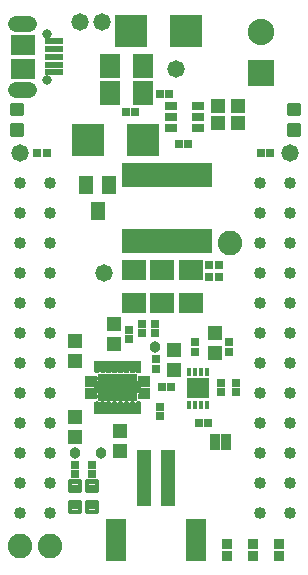
<source format=gts>
G75*
%MOIN*%
%OFA0B0*%
%FSLAX25Y25*%
%IPPOS*%
%LPD*%
%AMOC8*
5,1,8,0,0,1.08239X$1,22.5*
%
%ADD10R,0.07099X0.07887*%
%ADD11R,0.04737X0.05131*%
%ADD12R,0.02965X0.03162*%
%ADD13R,0.07887X0.07099*%
%ADD14R,0.10800X0.10800*%
%ADD15R,0.04737X0.06312*%
%ADD16R,0.06115X0.02375*%
%ADD17R,0.08280X0.06706*%
%ADD18C,0.03162*%
%ADD19C,0.05169*%
%ADD20C,0.08200*%
%ADD21R,0.04737X0.18910*%
%ADD22R,0.07099X0.14186*%
%ADD23R,0.08800X0.08800*%
%ADD24C,0.08800*%
%ADD25R,0.30328X0.07887*%
%ADD26C,0.01421*%
%ADD27R,0.05131X0.04737*%
%ADD28R,0.03162X0.02965*%
%ADD29R,0.04343X0.03162*%
%ADD30C,0.00000*%
%ADD31C,0.00001*%
%ADD32R,0.01181X0.03150*%
%ADD33R,0.07402X0.06811*%
%ADD34C,0.03800*%
%ADD35R,0.03300X0.03300*%
%ADD36C,0.04000*%
%ADD37R,0.03300X0.05800*%
%ADD38C,0.05800*%
D10*
X0045278Y0165867D03*
X0056302Y0165867D03*
X0056302Y0174867D03*
X0045278Y0174867D03*
D11*
X0046790Y0088713D03*
X0046790Y0082020D03*
X0033790Y0083213D03*
X0033790Y0076520D03*
X0066790Y0073520D03*
X0080290Y0079020D03*
X0066790Y0080213D03*
X0080290Y0085713D03*
X0033790Y0057713D03*
X0048790Y0053213D03*
X0033790Y0051020D03*
X0048790Y0046520D03*
D12*
X0074915Y0055867D03*
X0078065Y0055867D03*
X0065865Y0067867D03*
X0062715Y0067867D03*
X0078515Y0104567D03*
X0081665Y0104567D03*
X0081665Y0108567D03*
X0078515Y0108567D03*
X0095715Y0145867D03*
X0098865Y0145867D03*
X0071565Y0148967D03*
X0068415Y0148967D03*
X0053865Y0159367D03*
X0050715Y0159367D03*
X0061915Y0165567D03*
X0065065Y0165567D03*
X0024365Y0145867D03*
X0021215Y0145867D03*
D13*
X0053290Y0106878D03*
X0062790Y0106878D03*
X0072290Y0106878D03*
X0072290Y0095855D03*
X0062790Y0095855D03*
X0053290Y0095855D03*
D14*
X0056440Y0150167D03*
X0037940Y0150167D03*
X0052240Y0186467D03*
X0070740Y0186467D03*
D15*
X0045030Y0135197D03*
X0037550Y0135197D03*
X0041290Y0126536D03*
D16*
X0026822Y0172749D03*
X0026822Y0175308D03*
X0026822Y0177867D03*
X0026822Y0180426D03*
X0026822Y0182985D03*
D17*
X0016290Y0181804D03*
X0016330Y0173930D03*
D18*
X0024558Y0170189D03*
X0024558Y0185544D03*
D19*
X0018475Y0188792D02*
X0014106Y0188792D01*
X0014106Y0166941D02*
X0018475Y0166941D01*
D20*
X0015290Y0014867D03*
X0025290Y0014867D03*
X0085290Y0115867D03*
D21*
X0064727Y0037434D03*
X0056853Y0037434D03*
D22*
X0047404Y0016961D03*
X0074176Y0016961D03*
D23*
X0095790Y0172367D03*
D24*
X0095790Y0186146D03*
D25*
X0064290Y0138390D03*
X0064290Y0116343D03*
D26*
X0105132Y0155072D02*
X0108448Y0155072D01*
X0108448Y0151756D01*
X0105132Y0151756D01*
X0105132Y0155072D01*
X0105132Y0153176D02*
X0108448Y0153176D01*
X0108448Y0154596D02*
X0105132Y0154596D01*
X0105132Y0161977D02*
X0108448Y0161977D01*
X0108448Y0158661D01*
X0105132Y0158661D01*
X0105132Y0161977D01*
X0105132Y0160081D02*
X0108448Y0160081D01*
X0108448Y0161501D02*
X0105132Y0161501D01*
X0015948Y0161977D02*
X0012632Y0161977D01*
X0015948Y0161977D02*
X0015948Y0158661D01*
X0012632Y0158661D01*
X0012632Y0161977D01*
X0012632Y0160081D02*
X0015948Y0160081D01*
X0015948Y0161501D02*
X0012632Y0161501D01*
X0012632Y0155072D02*
X0015948Y0155072D01*
X0015948Y0151756D01*
X0012632Y0151756D01*
X0012632Y0155072D01*
X0012632Y0153176D02*
X0015948Y0153176D01*
X0015948Y0154596D02*
X0012632Y0154596D01*
X0032132Y0033161D02*
X0035448Y0033161D01*
X0032132Y0033161D02*
X0032132Y0036477D01*
X0035448Y0036477D01*
X0035448Y0033161D01*
X0035448Y0034581D02*
X0032132Y0034581D01*
X0032132Y0036001D02*
X0035448Y0036001D01*
X0037632Y0033161D02*
X0040948Y0033161D01*
X0037632Y0033161D02*
X0037632Y0036477D01*
X0040948Y0036477D01*
X0040948Y0033161D01*
X0040948Y0034581D02*
X0037632Y0034581D01*
X0037632Y0036001D02*
X0040948Y0036001D01*
X0040948Y0026256D02*
X0037632Y0026256D01*
X0037632Y0029572D01*
X0040948Y0029572D01*
X0040948Y0026256D01*
X0040948Y0027676D02*
X0037632Y0027676D01*
X0037632Y0029096D02*
X0040948Y0029096D01*
X0035448Y0026256D02*
X0032132Y0026256D01*
X0032132Y0029572D01*
X0035448Y0029572D01*
X0035448Y0026256D01*
X0035448Y0027676D02*
X0032132Y0027676D01*
X0032132Y0029096D02*
X0035448Y0029096D01*
D27*
X0081444Y0155767D03*
X0088137Y0155767D03*
X0088137Y0161467D03*
X0081444Y0161467D03*
D28*
X0060290Y0088841D03*
X0056090Y0088841D03*
X0051890Y0086841D03*
X0056090Y0085692D03*
X0060290Y0085692D03*
X0051890Y0083692D03*
X0073890Y0082741D03*
X0073890Y0079592D03*
X0085190Y0079592D03*
X0085190Y0082741D03*
X0060790Y0077041D03*
X0060790Y0073892D03*
X0082290Y0069141D03*
X0087290Y0069141D03*
X0087290Y0065992D03*
X0082290Y0065992D03*
X0061990Y0061141D03*
X0061990Y0057992D03*
X0039290Y0041941D03*
X0039290Y0038792D03*
X0033790Y0038792D03*
X0033790Y0041941D03*
D29*
X0065763Y0154127D03*
X0065763Y0157867D03*
X0065763Y0161607D03*
X0074818Y0161607D03*
X0074818Y0157867D03*
X0074818Y0154127D03*
D30*
X0055507Y0076607D02*
X0055507Y0073457D01*
X0055481Y0073264D01*
X0055407Y0073083D01*
X0055288Y0072928D01*
X0055133Y0072809D01*
X0054952Y0072735D01*
X0054759Y0072709D01*
X0054641Y0072709D01*
X0054437Y0072736D01*
X0054247Y0072815D01*
X0054084Y0072940D01*
X0053959Y0073103D01*
X0053880Y0073293D01*
X0053853Y0073497D01*
X0053853Y0076607D01*
X0055507Y0076607D01*
X0053538Y0076607D02*
X0053538Y0073457D01*
X0053513Y0073264D01*
X0053438Y0073083D01*
X0053319Y0072928D01*
X0053164Y0072809D01*
X0052984Y0072735D01*
X0052790Y0072709D01*
X0052672Y0072709D01*
X0052468Y0072736D01*
X0052278Y0072815D01*
X0052115Y0072940D01*
X0051990Y0073103D01*
X0051912Y0073293D01*
X0051885Y0073497D01*
X0051885Y0076607D01*
X0053538Y0076607D01*
X0051570Y0076607D02*
X0051570Y0073457D01*
X0051544Y0073264D01*
X0051470Y0073083D01*
X0051351Y0072928D01*
X0051196Y0072809D01*
X0051015Y0072735D01*
X0050822Y0072709D01*
X0050704Y0072709D01*
X0050500Y0072736D01*
X0050310Y0072815D01*
X0050147Y0072940D01*
X0050022Y0073103D01*
X0049943Y0073293D01*
X0049916Y0073497D01*
X0049916Y0076607D01*
X0051570Y0076607D01*
X0049601Y0076607D02*
X0049601Y0073457D01*
X0049576Y0073264D01*
X0049501Y0073083D01*
X0049382Y0072928D01*
X0049227Y0072809D01*
X0049047Y0072735D01*
X0048853Y0072709D01*
X0048735Y0072709D01*
X0048531Y0072736D01*
X0048341Y0072815D01*
X0048178Y0072940D01*
X0048053Y0073103D01*
X0047975Y0073293D01*
X0047948Y0073497D01*
X0047948Y0076607D01*
X0049601Y0076607D01*
X0047633Y0076607D02*
X0047633Y0073457D01*
X0047607Y0073264D01*
X0047533Y0073083D01*
X0047414Y0072928D01*
X0047259Y0072809D01*
X0047078Y0072735D01*
X0046885Y0072709D01*
X0046767Y0072709D01*
X0046563Y0072736D01*
X0046373Y0072815D01*
X0046210Y0072940D01*
X0046085Y0073103D01*
X0046006Y0073293D01*
X0045979Y0073497D01*
X0045979Y0076607D01*
X0047633Y0076607D01*
X0045664Y0076607D02*
X0045664Y0073457D01*
X0045639Y0073264D01*
X0045564Y0073083D01*
X0045445Y0072928D01*
X0045290Y0072809D01*
X0045110Y0072735D01*
X0044916Y0072709D01*
X0044798Y0072709D01*
X0044594Y0072736D01*
X0044404Y0072815D01*
X0044241Y0072940D01*
X0044116Y0073103D01*
X0044038Y0073293D01*
X0044011Y0073497D01*
X0044011Y0076607D01*
X0045664Y0076607D01*
X0043696Y0076607D02*
X0043696Y0073457D01*
X0043670Y0073264D01*
X0043596Y0073083D01*
X0043477Y0072928D01*
X0043322Y0072809D01*
X0043141Y0072735D01*
X0042948Y0072709D01*
X0042830Y0072709D01*
X0042626Y0072736D01*
X0042436Y0072815D01*
X0042273Y0072940D01*
X0042148Y0073103D01*
X0042069Y0073293D01*
X0042042Y0073497D01*
X0042042Y0076607D01*
X0043696Y0076607D01*
X0041727Y0076607D02*
X0041727Y0073457D01*
X0041702Y0073264D01*
X0041627Y0073083D01*
X0041508Y0072928D01*
X0041353Y0072809D01*
X0041173Y0072735D01*
X0040979Y0072709D01*
X0040861Y0072709D01*
X0040657Y0072736D01*
X0040467Y0072815D01*
X0040304Y0072940D01*
X0040179Y0073103D01*
X0040101Y0073293D01*
X0040074Y0073497D01*
X0040074Y0076607D01*
X0041727Y0076607D01*
X0041491Y0072197D02*
X0041491Y0069678D01*
X0037082Y0069678D01*
X0037082Y0068221D01*
X0040074Y0068221D01*
X0040074Y0067512D01*
X0037082Y0067512D01*
X0037082Y0066056D01*
X0041491Y0066056D01*
X0041491Y0063536D01*
X0041767Y0063536D01*
X0054089Y0063536D01*
X0054089Y0066056D01*
X0058460Y0066056D01*
X0058460Y0067512D01*
X0055507Y0067512D01*
X0055507Y0068221D01*
X0058460Y0068221D01*
X0058460Y0069678D01*
X0054089Y0069678D01*
X0054089Y0072197D01*
X0041491Y0072197D01*
X0040760Y0071427D02*
X0040605Y0071546D01*
X0040425Y0071621D01*
X0040231Y0071646D01*
X0037082Y0071646D01*
X0037082Y0069993D01*
X0040192Y0069993D01*
X0040396Y0070019D01*
X0040586Y0070098D01*
X0040749Y0070223D01*
X0040874Y0070386D01*
X0040952Y0070576D01*
X0040979Y0070780D01*
X0040979Y0070898D01*
X0040954Y0071092D01*
X0040879Y0071272D01*
X0040760Y0071427D01*
X0054601Y0070859D02*
X0054601Y0070741D01*
X0054627Y0070547D01*
X0054702Y0070367D01*
X0054820Y0070212D01*
X0054975Y0070093D01*
X0055156Y0070018D01*
X0055349Y0069993D01*
X0058499Y0069993D01*
X0058499Y0071646D01*
X0055389Y0071646D01*
X0055185Y0071619D01*
X0054995Y0071541D01*
X0054832Y0071416D01*
X0054707Y0071252D01*
X0054628Y0071063D01*
X0054601Y0070859D01*
X0055185Y0065714D02*
X0054995Y0065635D01*
X0054832Y0065510D01*
X0054707Y0065347D01*
X0054628Y0065157D01*
X0054601Y0064953D01*
X0054601Y0064835D01*
X0054627Y0064642D01*
X0054702Y0064461D01*
X0054820Y0064306D01*
X0054975Y0064187D01*
X0055156Y0064113D01*
X0055349Y0064087D01*
X0058499Y0064087D01*
X0058499Y0065741D01*
X0055389Y0065741D01*
X0055185Y0065714D01*
X0054923Y0062997D02*
X0054719Y0063024D01*
X0054601Y0063024D01*
X0054408Y0062999D01*
X0054227Y0062924D01*
X0054072Y0062805D01*
X0053953Y0062650D01*
X0053879Y0062470D01*
X0053853Y0062276D01*
X0053853Y0059127D01*
X0055507Y0059127D01*
X0055507Y0062237D01*
X0055480Y0062441D01*
X0055401Y0062630D01*
X0055276Y0062794D01*
X0055113Y0062919D01*
X0054923Y0062997D01*
X0053511Y0062441D02*
X0053433Y0062630D01*
X0053308Y0062794D01*
X0053145Y0062919D01*
X0052955Y0062997D01*
X0052751Y0063024D01*
X0052633Y0063024D01*
X0052439Y0062999D01*
X0052259Y0062924D01*
X0052104Y0062805D01*
X0051985Y0062650D01*
X0051910Y0062470D01*
X0051885Y0062276D01*
X0051885Y0059127D01*
X0053538Y0059127D01*
X0053538Y0062237D01*
X0053511Y0062441D01*
X0051570Y0062237D02*
X0051543Y0062441D01*
X0051464Y0062630D01*
X0051339Y0062794D01*
X0051176Y0062919D01*
X0050986Y0062997D01*
X0050782Y0063024D01*
X0050664Y0063024D01*
X0050471Y0062999D01*
X0050290Y0062924D01*
X0050135Y0062805D01*
X0050016Y0062650D01*
X0049942Y0062470D01*
X0049916Y0062276D01*
X0049916Y0059127D01*
X0051570Y0059127D01*
X0051570Y0062237D01*
X0049601Y0062237D02*
X0049574Y0062441D01*
X0049496Y0062630D01*
X0049371Y0062794D01*
X0049208Y0062919D01*
X0049018Y0062997D01*
X0048814Y0063024D01*
X0048696Y0063024D01*
X0048502Y0062999D01*
X0048322Y0062924D01*
X0048167Y0062805D01*
X0048048Y0062650D01*
X0047973Y0062470D01*
X0047948Y0062276D01*
X0047948Y0059127D01*
X0049601Y0059127D01*
X0049601Y0062237D01*
X0047633Y0062237D02*
X0047606Y0062441D01*
X0047527Y0062630D01*
X0047402Y0062794D01*
X0047239Y0062919D01*
X0047049Y0062997D01*
X0046845Y0063024D01*
X0046727Y0063024D01*
X0046534Y0062999D01*
X0046353Y0062924D01*
X0046198Y0062805D01*
X0046079Y0062650D01*
X0046005Y0062470D01*
X0045979Y0062276D01*
X0045979Y0059127D01*
X0047633Y0059127D01*
X0047633Y0062237D01*
X0045664Y0062237D02*
X0045637Y0062441D01*
X0045559Y0062630D01*
X0045434Y0062794D01*
X0045271Y0062919D01*
X0045081Y0062997D01*
X0044877Y0063024D01*
X0044759Y0063024D01*
X0044565Y0062999D01*
X0044385Y0062924D01*
X0044230Y0062805D01*
X0044111Y0062650D01*
X0044036Y0062470D01*
X0044011Y0062276D01*
X0044011Y0059127D01*
X0045664Y0059127D01*
X0045664Y0062237D01*
X0043696Y0062237D02*
X0043669Y0062441D01*
X0043590Y0062630D01*
X0043465Y0062794D01*
X0043302Y0062919D01*
X0043112Y0062997D01*
X0042908Y0063024D01*
X0042790Y0063024D01*
X0042597Y0062999D01*
X0042416Y0062924D01*
X0042261Y0062805D01*
X0042142Y0062650D01*
X0042068Y0062470D01*
X0042042Y0062276D01*
X0042042Y0059127D01*
X0043696Y0059127D01*
X0043696Y0062237D01*
X0041727Y0062237D02*
X0041700Y0062441D01*
X0041622Y0062630D01*
X0041497Y0062794D01*
X0041334Y0062919D01*
X0041144Y0062997D01*
X0040940Y0063024D01*
X0040822Y0063024D01*
X0040628Y0062999D01*
X0040448Y0062924D01*
X0040293Y0062805D01*
X0040174Y0062650D01*
X0040099Y0062470D01*
X0040074Y0062276D01*
X0040074Y0059127D01*
X0041727Y0059127D01*
X0041727Y0062237D01*
X0040586Y0064193D02*
X0040749Y0064318D01*
X0040874Y0064481D01*
X0040952Y0064671D01*
X0040979Y0064875D01*
X0040979Y0064993D01*
X0040954Y0065186D01*
X0040879Y0065367D01*
X0040760Y0065522D01*
X0040605Y0065640D01*
X0040425Y0065715D01*
X0040231Y0065741D01*
X0037082Y0065741D01*
X0037082Y0064087D01*
X0040192Y0064087D01*
X0040396Y0064114D01*
X0040586Y0064193D01*
D31*
X0040587Y0064193D02*
X0037082Y0064193D01*
X0037082Y0064192D02*
X0040585Y0064192D01*
X0040583Y0064191D02*
X0037082Y0064191D01*
X0037082Y0064190D02*
X0040580Y0064190D01*
X0040578Y0064189D02*
X0037082Y0064189D01*
X0040576Y0064189D01*
X0040573Y0064188D02*
X0037082Y0064188D01*
X0037082Y0064187D02*
X0040571Y0064187D01*
X0040568Y0064186D02*
X0037082Y0064186D01*
X0037082Y0064185D02*
X0040566Y0064185D01*
X0040564Y0064184D02*
X0037082Y0064184D01*
X0037082Y0064183D02*
X0040561Y0064183D01*
X0040559Y0064182D02*
X0037082Y0064182D01*
X0037082Y0064181D02*
X0040557Y0064181D01*
X0040554Y0064180D02*
X0037082Y0064180D01*
X0037082Y0064179D02*
X0040552Y0064179D01*
X0040549Y0064178D02*
X0037082Y0064178D01*
X0037082Y0064177D02*
X0040547Y0064177D01*
X0040545Y0064176D02*
X0037082Y0064176D01*
X0037082Y0064175D02*
X0040542Y0064175D01*
X0040540Y0064174D02*
X0037082Y0064174D01*
X0037082Y0064173D02*
X0040538Y0064173D01*
X0040535Y0064172D02*
X0037082Y0064172D01*
X0037082Y0064171D02*
X0040533Y0064171D01*
X0040530Y0064170D02*
X0037082Y0064170D01*
X0037082Y0064169D02*
X0040528Y0064169D01*
X0040526Y0064168D02*
X0037082Y0064168D01*
X0037082Y0064167D02*
X0040523Y0064167D01*
X0040521Y0064166D02*
X0037082Y0064166D01*
X0037082Y0064165D02*
X0040519Y0064165D01*
X0040516Y0064164D02*
X0037082Y0064164D01*
X0037082Y0064163D02*
X0040514Y0064163D01*
X0040511Y0064162D02*
X0037082Y0064162D01*
X0037082Y0064161D02*
X0040509Y0064161D01*
X0040507Y0064160D02*
X0037082Y0064160D01*
X0037082Y0064159D02*
X0040504Y0064159D01*
X0040502Y0064158D02*
X0037082Y0064158D01*
X0037082Y0064157D02*
X0040500Y0064157D01*
X0040497Y0064156D02*
X0037082Y0064156D01*
X0037082Y0064155D02*
X0040495Y0064155D01*
X0040492Y0064154D02*
X0037082Y0064154D01*
X0037082Y0064153D02*
X0040490Y0064153D01*
X0040488Y0064152D02*
X0037082Y0064152D01*
X0037082Y0064151D02*
X0040485Y0064151D01*
X0040483Y0064150D02*
X0037082Y0064150D01*
X0037082Y0064149D02*
X0040481Y0064149D01*
X0040478Y0064148D02*
X0037082Y0064148D01*
X0037082Y0064147D02*
X0040476Y0064147D01*
X0040473Y0064146D02*
X0037082Y0064146D01*
X0037082Y0064145D02*
X0040471Y0064145D01*
X0040469Y0064144D02*
X0037082Y0064144D01*
X0037082Y0064143D02*
X0040466Y0064143D01*
X0040464Y0064142D02*
X0037082Y0064142D01*
X0037082Y0064141D02*
X0040462Y0064141D01*
X0040459Y0064140D02*
X0037082Y0064140D01*
X0037082Y0064139D02*
X0040457Y0064139D01*
X0040454Y0064138D02*
X0037082Y0064138D01*
X0037082Y0064137D02*
X0040452Y0064137D01*
X0040450Y0064136D02*
X0037082Y0064136D01*
X0037082Y0064135D02*
X0040447Y0064135D01*
X0040445Y0064134D02*
X0037082Y0064134D01*
X0037082Y0064133D02*
X0040443Y0064133D01*
X0040440Y0064132D02*
X0037082Y0064132D01*
X0037082Y0064131D02*
X0040438Y0064131D01*
X0040435Y0064130D02*
X0037082Y0064130D01*
X0037082Y0064129D02*
X0040433Y0064129D01*
X0040431Y0064128D02*
X0037082Y0064128D01*
X0037082Y0064127D02*
X0040428Y0064127D01*
X0040426Y0064127D02*
X0037082Y0064127D01*
X0037082Y0064126D02*
X0040424Y0064126D01*
X0040421Y0064125D02*
X0037082Y0064125D01*
X0037082Y0064124D02*
X0040419Y0064124D01*
X0040416Y0064123D02*
X0037082Y0064123D01*
X0037082Y0064122D02*
X0040414Y0064122D01*
X0040412Y0064121D02*
X0037082Y0064121D01*
X0037082Y0064120D02*
X0040409Y0064120D01*
X0040407Y0064119D02*
X0037082Y0064119D01*
X0037082Y0064118D02*
X0040405Y0064118D01*
X0040402Y0064117D02*
X0037082Y0064117D01*
X0037082Y0064116D02*
X0040400Y0064116D01*
X0040397Y0064115D02*
X0037082Y0064115D01*
X0037082Y0064114D02*
X0040394Y0064114D01*
X0040386Y0064113D02*
X0037082Y0064113D01*
X0037082Y0064112D02*
X0040379Y0064112D01*
X0040371Y0064111D02*
X0037082Y0064111D01*
X0037082Y0064110D02*
X0040364Y0064110D01*
X0040356Y0064109D02*
X0037082Y0064109D01*
X0037082Y0064108D02*
X0040349Y0064108D01*
X0040341Y0064107D02*
X0037082Y0064107D01*
X0037082Y0064106D02*
X0040334Y0064106D01*
X0040326Y0064105D02*
X0037082Y0064105D01*
X0037082Y0064104D02*
X0040319Y0064104D01*
X0040311Y0064103D02*
X0037082Y0064103D01*
X0037082Y0064102D02*
X0040304Y0064102D01*
X0040296Y0064101D02*
X0037082Y0064101D01*
X0037082Y0064100D02*
X0040289Y0064100D01*
X0040282Y0064099D02*
X0037082Y0064099D01*
X0037082Y0064098D02*
X0040274Y0064098D01*
X0040267Y0064097D02*
X0037082Y0064097D01*
X0037082Y0064096D02*
X0040259Y0064096D01*
X0040252Y0064095D02*
X0037082Y0064095D01*
X0037082Y0064094D02*
X0040244Y0064094D01*
X0040237Y0064093D02*
X0037082Y0064093D01*
X0037082Y0064092D02*
X0040229Y0064092D01*
X0040222Y0064091D02*
X0037082Y0064091D01*
X0037082Y0064090D02*
X0040214Y0064090D01*
X0040207Y0064089D02*
X0037082Y0064089D01*
X0037082Y0064088D02*
X0040199Y0064088D01*
X0040192Y0064087D02*
X0037082Y0064087D01*
X0037082Y0064194D02*
X0040588Y0064194D01*
X0040589Y0064195D02*
X0037082Y0064195D01*
X0037082Y0064196D02*
X0040590Y0064196D01*
X0040592Y0064197D02*
X0037082Y0064197D01*
X0037082Y0064198D02*
X0040593Y0064198D01*
X0040594Y0064199D02*
X0037082Y0064199D01*
X0037082Y0064200D02*
X0040596Y0064200D01*
X0040597Y0064201D02*
X0037082Y0064201D01*
X0037082Y0064202D02*
X0040598Y0064202D01*
X0040599Y0064203D02*
X0037082Y0064203D01*
X0037082Y0064204D02*
X0040601Y0064204D01*
X0040602Y0064205D02*
X0037082Y0064205D01*
X0037082Y0064206D02*
X0040603Y0064206D01*
X0040605Y0064207D02*
X0037082Y0064207D01*
X0037082Y0064208D02*
X0040606Y0064208D01*
X0040607Y0064209D02*
X0037082Y0064209D01*
X0037082Y0064210D02*
X0040608Y0064210D01*
X0040610Y0064211D02*
X0037082Y0064211D01*
X0037082Y0064212D02*
X0040611Y0064212D01*
X0040612Y0064213D02*
X0037082Y0064213D01*
X0037082Y0064214D02*
X0040614Y0064214D01*
X0040615Y0064215D02*
X0037082Y0064215D01*
X0037082Y0064216D02*
X0040616Y0064216D01*
X0040617Y0064217D02*
X0037082Y0064217D01*
X0037082Y0064218D02*
X0040619Y0064218D01*
X0040620Y0064219D02*
X0037082Y0064219D01*
X0037082Y0064220D02*
X0040621Y0064220D01*
X0040623Y0064221D02*
X0037082Y0064221D01*
X0037082Y0064222D02*
X0040624Y0064222D01*
X0040625Y0064223D02*
X0037082Y0064223D01*
X0037082Y0064224D02*
X0040626Y0064224D01*
X0040628Y0064225D02*
X0037082Y0064225D01*
X0037082Y0064226D02*
X0040629Y0064226D01*
X0040630Y0064227D02*
X0037082Y0064227D01*
X0037082Y0064228D02*
X0040631Y0064228D01*
X0040633Y0064229D02*
X0037082Y0064229D01*
X0037082Y0064230D02*
X0040634Y0064230D01*
X0040635Y0064231D02*
X0037082Y0064231D01*
X0037082Y0064232D02*
X0040637Y0064232D01*
X0040638Y0064233D02*
X0037082Y0064233D01*
X0037082Y0064234D02*
X0040639Y0064234D01*
X0040640Y0064235D02*
X0037082Y0064235D01*
X0037082Y0064236D02*
X0040642Y0064236D01*
X0040643Y0064237D02*
X0037082Y0064237D01*
X0037082Y0064238D02*
X0040644Y0064238D01*
X0040646Y0064239D02*
X0037082Y0064239D01*
X0037082Y0064240D02*
X0040647Y0064240D01*
X0040648Y0064241D02*
X0037082Y0064241D01*
X0037082Y0064242D02*
X0040649Y0064242D01*
X0040651Y0064243D02*
X0037082Y0064243D01*
X0037082Y0064244D02*
X0040652Y0064244D01*
X0040653Y0064245D02*
X0037082Y0064245D01*
X0037082Y0064246D02*
X0040655Y0064246D01*
X0040656Y0064247D02*
X0037082Y0064247D01*
X0037082Y0064248D02*
X0040657Y0064248D01*
X0040658Y0064249D02*
X0037082Y0064249D01*
X0037082Y0064250D02*
X0040660Y0064250D01*
X0040661Y0064251D02*
X0037082Y0064251D01*
X0037082Y0064252D02*
X0040662Y0064252D01*
X0040664Y0064252D02*
X0037082Y0064252D01*
X0037082Y0064253D02*
X0040665Y0064253D01*
X0040666Y0064254D02*
X0037082Y0064254D01*
X0037082Y0064255D02*
X0040667Y0064255D01*
X0040669Y0064256D02*
X0037082Y0064256D01*
X0037082Y0064257D02*
X0040670Y0064257D01*
X0040671Y0064258D02*
X0037082Y0064258D01*
X0037082Y0064259D02*
X0040673Y0064259D01*
X0040674Y0064260D02*
X0037082Y0064260D01*
X0037082Y0064261D02*
X0040675Y0064261D01*
X0040676Y0064262D02*
X0037082Y0064262D01*
X0037082Y0064263D02*
X0040678Y0064263D01*
X0040679Y0064264D02*
X0037082Y0064264D01*
X0037082Y0064265D02*
X0040680Y0064265D01*
X0040682Y0064266D02*
X0037082Y0064266D01*
X0037082Y0064267D02*
X0040683Y0064267D01*
X0040684Y0064268D02*
X0037082Y0064268D01*
X0037082Y0064269D02*
X0040685Y0064269D01*
X0040687Y0064270D02*
X0037082Y0064270D01*
X0037082Y0064271D02*
X0040688Y0064271D01*
X0040689Y0064272D02*
X0037082Y0064272D01*
X0037082Y0064273D02*
X0040690Y0064273D01*
X0040692Y0064274D02*
X0037082Y0064274D01*
X0037082Y0064275D02*
X0040693Y0064275D01*
X0040694Y0064276D02*
X0037082Y0064276D01*
X0037082Y0064277D02*
X0040696Y0064277D01*
X0040697Y0064278D02*
X0037082Y0064278D01*
X0037082Y0064279D02*
X0040698Y0064279D01*
X0040699Y0064280D02*
X0037082Y0064280D01*
X0037082Y0064281D02*
X0040701Y0064281D01*
X0040702Y0064282D02*
X0037082Y0064282D01*
X0037082Y0064283D02*
X0040703Y0064283D01*
X0040705Y0064284D02*
X0037082Y0064284D01*
X0037082Y0064285D02*
X0040706Y0064285D01*
X0040707Y0064286D02*
X0037082Y0064286D01*
X0037082Y0064287D02*
X0040708Y0064287D01*
X0040710Y0064288D02*
X0037082Y0064288D01*
X0037082Y0064289D02*
X0040711Y0064289D01*
X0040712Y0064290D02*
X0037082Y0064290D01*
X0037082Y0064291D02*
X0040714Y0064291D01*
X0040715Y0064292D02*
X0037082Y0064292D01*
X0037082Y0064293D02*
X0040716Y0064293D01*
X0040717Y0064294D02*
X0037082Y0064294D01*
X0037082Y0064295D02*
X0040719Y0064295D01*
X0040720Y0064296D02*
X0037082Y0064296D01*
X0037082Y0064297D02*
X0040721Y0064297D01*
X0040723Y0064298D02*
X0037082Y0064298D01*
X0037082Y0064299D02*
X0040724Y0064299D01*
X0040725Y0064300D02*
X0037082Y0064300D01*
X0037082Y0064301D02*
X0040726Y0064301D01*
X0040728Y0064302D02*
X0037082Y0064302D01*
X0037082Y0064303D02*
X0040729Y0064303D01*
X0040730Y0064304D02*
X0037082Y0064304D01*
X0037082Y0064305D02*
X0040732Y0064305D01*
X0040733Y0064306D02*
X0037082Y0064306D01*
X0037082Y0064307D02*
X0040734Y0064307D01*
X0040735Y0064308D02*
X0037082Y0064308D01*
X0037082Y0064309D02*
X0040737Y0064309D01*
X0040738Y0064310D02*
X0037082Y0064310D01*
X0037082Y0064311D02*
X0040739Y0064311D01*
X0040741Y0064312D02*
X0037082Y0064312D01*
X0037082Y0064313D02*
X0040742Y0064313D01*
X0040743Y0064314D02*
X0037082Y0064314D01*
X0040744Y0064314D01*
X0040746Y0064315D02*
X0037082Y0064315D01*
X0037082Y0064316D02*
X0040747Y0064316D01*
X0040748Y0064317D02*
X0037082Y0064317D01*
X0037082Y0064318D02*
X0040749Y0064318D01*
X0040750Y0064319D02*
X0037082Y0064319D01*
X0037082Y0064320D02*
X0040751Y0064320D01*
X0040751Y0064321D02*
X0037082Y0064321D01*
X0037082Y0064322D02*
X0040752Y0064322D01*
X0040753Y0064323D02*
X0037082Y0064323D01*
X0037082Y0064324D02*
X0040754Y0064324D01*
X0040754Y0064325D02*
X0037082Y0064325D01*
X0037082Y0064326D02*
X0040755Y0064326D01*
X0040756Y0064327D02*
X0037082Y0064327D01*
X0037082Y0064328D02*
X0040757Y0064328D01*
X0040757Y0064329D02*
X0037082Y0064329D01*
X0037082Y0064330D02*
X0040758Y0064330D01*
X0040759Y0064331D02*
X0037082Y0064331D01*
X0037082Y0064332D02*
X0040760Y0064332D01*
X0040760Y0064333D02*
X0037082Y0064333D01*
X0037082Y0064334D02*
X0040761Y0064334D01*
X0040762Y0064335D02*
X0037082Y0064335D01*
X0037082Y0064336D02*
X0040763Y0064336D01*
X0040763Y0064337D02*
X0037082Y0064337D01*
X0037082Y0064338D02*
X0040764Y0064338D01*
X0040765Y0064339D02*
X0037082Y0064339D01*
X0037082Y0064340D02*
X0040766Y0064340D01*
X0040767Y0064341D02*
X0037082Y0064341D01*
X0037082Y0064342D02*
X0040767Y0064342D01*
X0040768Y0064343D02*
X0037082Y0064343D01*
X0037082Y0064344D02*
X0040769Y0064344D01*
X0040770Y0064345D02*
X0037082Y0064345D01*
X0037082Y0064346D02*
X0040770Y0064346D01*
X0040771Y0064347D02*
X0037082Y0064347D01*
X0037082Y0064348D02*
X0040772Y0064348D01*
X0040773Y0064349D02*
X0037082Y0064349D01*
X0037082Y0064350D02*
X0040773Y0064350D01*
X0040774Y0064351D02*
X0037082Y0064351D01*
X0037082Y0064352D02*
X0040775Y0064352D01*
X0040776Y0064353D02*
X0037082Y0064353D01*
X0037082Y0064354D02*
X0040776Y0064354D01*
X0040777Y0064355D02*
X0037082Y0064355D01*
X0037082Y0064356D02*
X0040778Y0064356D01*
X0040779Y0064357D02*
X0037082Y0064357D01*
X0037082Y0064358D02*
X0040779Y0064358D01*
X0040780Y0064359D02*
X0037082Y0064359D01*
X0037082Y0064360D02*
X0040781Y0064360D01*
X0040782Y0064361D02*
X0037082Y0064361D01*
X0037082Y0064362D02*
X0040782Y0064362D01*
X0040783Y0064363D02*
X0037082Y0064363D01*
X0037082Y0064364D02*
X0040784Y0064364D01*
X0040785Y0064365D02*
X0037082Y0064365D01*
X0037082Y0064366D02*
X0040785Y0064366D01*
X0040786Y0064367D02*
X0037082Y0064367D01*
X0037082Y0064368D02*
X0040787Y0064368D01*
X0040788Y0064369D02*
X0037082Y0064369D01*
X0037082Y0064370D02*
X0040788Y0064370D01*
X0040789Y0064371D02*
X0037082Y0064371D01*
X0037082Y0064372D02*
X0040790Y0064372D01*
X0040791Y0064373D02*
X0037082Y0064373D01*
X0037082Y0064374D02*
X0040791Y0064374D01*
X0040792Y0064375D02*
X0037082Y0064375D01*
X0037082Y0064376D02*
X0040793Y0064376D01*
X0040794Y0064377D02*
X0037082Y0064377D01*
X0040794Y0064377D01*
X0040795Y0064378D02*
X0037082Y0064378D01*
X0037082Y0064379D02*
X0040796Y0064379D01*
X0040797Y0064380D02*
X0037082Y0064380D01*
X0037082Y0064381D02*
X0040797Y0064381D01*
X0040798Y0064382D02*
X0037082Y0064382D01*
X0037082Y0064383D02*
X0040799Y0064383D01*
X0040800Y0064384D02*
X0037082Y0064384D01*
X0037082Y0064385D02*
X0040800Y0064385D01*
X0040801Y0064386D02*
X0037082Y0064386D01*
X0037082Y0064387D02*
X0040802Y0064387D01*
X0040803Y0064388D02*
X0037082Y0064388D01*
X0037082Y0064389D02*
X0040804Y0064389D01*
X0040804Y0064390D02*
X0037082Y0064390D01*
X0037082Y0064391D02*
X0040805Y0064391D01*
X0040806Y0064392D02*
X0037082Y0064392D01*
X0037082Y0064393D02*
X0040807Y0064393D01*
X0040807Y0064394D02*
X0037082Y0064394D01*
X0037082Y0064395D02*
X0040808Y0064395D01*
X0040809Y0064396D02*
X0037082Y0064396D01*
X0037082Y0064397D02*
X0040810Y0064397D01*
X0040810Y0064398D02*
X0037082Y0064398D01*
X0037082Y0064399D02*
X0040811Y0064399D01*
X0040812Y0064400D02*
X0037082Y0064400D01*
X0037082Y0064401D02*
X0040813Y0064401D01*
X0040813Y0064402D02*
X0037082Y0064402D01*
X0037082Y0064403D02*
X0040814Y0064403D01*
X0040815Y0064404D02*
X0037082Y0064404D01*
X0037082Y0064405D02*
X0040816Y0064405D01*
X0040816Y0064406D02*
X0037082Y0064406D01*
X0037082Y0064407D02*
X0040817Y0064407D01*
X0040818Y0064408D02*
X0037082Y0064408D01*
X0037082Y0064409D02*
X0040819Y0064409D01*
X0040819Y0064410D02*
X0037082Y0064410D01*
X0037082Y0064411D02*
X0040820Y0064411D01*
X0040821Y0064412D02*
X0037082Y0064412D01*
X0037082Y0064413D02*
X0040822Y0064413D01*
X0040822Y0064414D02*
X0037082Y0064414D01*
X0037082Y0064415D02*
X0040823Y0064415D01*
X0040824Y0064416D02*
X0037082Y0064416D01*
X0037082Y0064417D02*
X0040825Y0064417D01*
X0040825Y0064418D02*
X0037082Y0064418D01*
X0037082Y0064419D02*
X0040826Y0064419D01*
X0040827Y0064420D02*
X0037082Y0064420D01*
X0037082Y0064421D02*
X0040828Y0064421D01*
X0040828Y0064422D02*
X0037082Y0064422D01*
X0037082Y0064423D02*
X0040829Y0064423D01*
X0040830Y0064424D02*
X0037082Y0064424D01*
X0037082Y0064425D02*
X0040831Y0064425D01*
X0040831Y0064426D02*
X0037082Y0064426D01*
X0037082Y0064427D02*
X0040832Y0064427D01*
X0040833Y0064428D02*
X0037082Y0064428D01*
X0037082Y0064429D02*
X0040834Y0064429D01*
X0040834Y0064430D02*
X0037082Y0064430D01*
X0037082Y0064431D02*
X0040835Y0064431D01*
X0040836Y0064432D02*
X0037082Y0064432D01*
X0037082Y0064433D02*
X0040837Y0064433D01*
X0040838Y0064434D02*
X0037082Y0064434D01*
X0037082Y0064435D02*
X0040838Y0064435D01*
X0040839Y0064436D02*
X0037082Y0064436D01*
X0037082Y0064437D02*
X0040840Y0064437D01*
X0040841Y0064438D02*
X0037082Y0064438D01*
X0037082Y0064439D02*
X0040841Y0064439D01*
X0040842Y0064439D02*
X0037082Y0064439D01*
X0037082Y0064440D02*
X0040843Y0064440D01*
X0040844Y0064441D02*
X0037082Y0064441D01*
X0037082Y0064442D02*
X0040844Y0064442D01*
X0040845Y0064443D02*
X0037082Y0064443D01*
X0037082Y0064444D02*
X0040846Y0064444D01*
X0040847Y0064445D02*
X0037082Y0064445D01*
X0037082Y0064446D02*
X0040847Y0064446D01*
X0040848Y0064447D02*
X0037082Y0064447D01*
X0037082Y0064448D02*
X0040849Y0064448D01*
X0040850Y0064449D02*
X0037082Y0064449D01*
X0037082Y0064450D02*
X0040850Y0064450D01*
X0040851Y0064451D02*
X0037082Y0064451D01*
X0037082Y0064452D02*
X0040852Y0064452D01*
X0040853Y0064453D02*
X0037082Y0064453D01*
X0037082Y0064454D02*
X0040853Y0064454D01*
X0040854Y0064455D02*
X0037082Y0064455D01*
X0037082Y0064456D02*
X0040855Y0064456D01*
X0040856Y0064457D02*
X0037082Y0064457D01*
X0037082Y0064458D02*
X0040856Y0064458D01*
X0040857Y0064459D02*
X0037082Y0064459D01*
X0037082Y0064460D02*
X0040858Y0064460D01*
X0040859Y0064461D02*
X0037082Y0064461D01*
X0037082Y0064462D02*
X0040859Y0064462D01*
X0040860Y0064463D02*
X0037082Y0064463D01*
X0037082Y0064464D02*
X0040861Y0064464D01*
X0040862Y0064465D02*
X0037082Y0064465D01*
X0037082Y0064466D02*
X0040862Y0064466D01*
X0040863Y0064467D02*
X0037082Y0064467D01*
X0037082Y0064468D02*
X0040864Y0064468D01*
X0040865Y0064469D02*
X0037082Y0064469D01*
X0037082Y0064470D02*
X0040865Y0064470D01*
X0040866Y0064471D02*
X0037082Y0064471D01*
X0037082Y0064472D02*
X0040867Y0064472D01*
X0040868Y0064473D02*
X0037082Y0064473D01*
X0037082Y0064474D02*
X0040868Y0064474D01*
X0040869Y0064475D02*
X0037082Y0064475D01*
X0037082Y0064476D02*
X0040870Y0064476D01*
X0040871Y0064477D02*
X0037082Y0064477D01*
X0037082Y0064478D02*
X0040871Y0064478D01*
X0040872Y0064479D02*
X0037082Y0064479D01*
X0037082Y0064480D02*
X0040873Y0064480D01*
X0040874Y0064481D02*
X0037082Y0064481D01*
X0037082Y0064482D02*
X0040874Y0064482D01*
X0040875Y0064483D02*
X0037082Y0064483D01*
X0037082Y0064484D02*
X0040875Y0064484D01*
X0040875Y0064485D02*
X0037082Y0064485D01*
X0037082Y0064486D02*
X0040876Y0064486D01*
X0040876Y0064487D02*
X0037082Y0064487D01*
X0037082Y0064488D02*
X0040877Y0064488D01*
X0040877Y0064489D02*
X0037082Y0064489D01*
X0037082Y0064490D02*
X0040877Y0064490D01*
X0040878Y0064491D02*
X0037082Y0064491D01*
X0037082Y0064492D02*
X0040878Y0064492D01*
X0040879Y0064493D02*
X0037082Y0064493D01*
X0037082Y0064494D02*
X0040879Y0064494D01*
X0040879Y0064495D02*
X0037082Y0064495D01*
X0037082Y0064496D02*
X0040880Y0064496D01*
X0040880Y0064497D02*
X0037082Y0064497D01*
X0037082Y0064498D02*
X0040881Y0064498D01*
X0040881Y0064499D02*
X0037082Y0064499D01*
X0037082Y0064500D02*
X0040881Y0064500D01*
X0040882Y0064501D02*
X0037082Y0064501D01*
X0037082Y0064502D02*
X0040882Y0064502D01*
X0040883Y0064502D02*
X0037082Y0064502D01*
X0037082Y0064503D02*
X0040883Y0064503D01*
X0040884Y0064504D02*
X0037082Y0064504D01*
X0037082Y0064505D02*
X0040884Y0064505D01*
X0040884Y0064506D02*
X0037082Y0064506D01*
X0037082Y0064507D02*
X0040885Y0064507D01*
X0040885Y0064508D02*
X0037082Y0064508D01*
X0037082Y0064509D02*
X0040886Y0064509D01*
X0040886Y0064510D02*
X0037082Y0064510D01*
X0037082Y0064511D02*
X0040886Y0064511D01*
X0040887Y0064512D02*
X0037082Y0064512D01*
X0037082Y0064513D02*
X0040887Y0064513D01*
X0040888Y0064514D02*
X0037082Y0064514D01*
X0037082Y0064515D02*
X0040888Y0064515D01*
X0040888Y0064516D02*
X0037082Y0064516D01*
X0037082Y0064517D02*
X0040889Y0064517D01*
X0040889Y0064518D02*
X0037082Y0064518D01*
X0037082Y0064519D02*
X0040890Y0064519D01*
X0040890Y0064520D02*
X0037082Y0064520D01*
X0037082Y0064521D02*
X0040890Y0064521D01*
X0040891Y0064522D02*
X0037082Y0064522D01*
X0037082Y0064523D02*
X0040891Y0064523D01*
X0040892Y0064524D02*
X0037082Y0064524D01*
X0037082Y0064525D02*
X0040892Y0064525D01*
X0040893Y0064526D02*
X0037082Y0064526D01*
X0037082Y0064527D02*
X0040893Y0064527D01*
X0040893Y0064528D02*
X0037082Y0064528D01*
X0037082Y0064529D02*
X0040894Y0064529D01*
X0040894Y0064530D02*
X0037082Y0064530D01*
X0037082Y0064531D02*
X0040895Y0064531D01*
X0040895Y0064532D02*
X0037082Y0064532D01*
X0037082Y0064533D02*
X0040895Y0064533D01*
X0040896Y0064534D02*
X0037082Y0064534D01*
X0037082Y0064535D02*
X0040896Y0064535D01*
X0040897Y0064536D02*
X0037082Y0064536D01*
X0037082Y0064537D02*
X0040897Y0064537D01*
X0040897Y0064538D02*
X0037082Y0064538D01*
X0037082Y0064539D02*
X0040898Y0064539D01*
X0040898Y0064540D02*
X0037082Y0064540D01*
X0037082Y0064541D02*
X0040899Y0064541D01*
X0040899Y0064542D02*
X0037082Y0064542D01*
X0037082Y0064543D02*
X0040899Y0064543D01*
X0040900Y0064544D02*
X0037082Y0064544D01*
X0037082Y0064545D02*
X0040900Y0064545D01*
X0040901Y0064546D02*
X0037082Y0064546D01*
X0037082Y0064547D02*
X0040901Y0064547D01*
X0040901Y0064548D02*
X0037082Y0064548D01*
X0037082Y0064549D02*
X0040902Y0064549D01*
X0040902Y0064550D02*
X0037082Y0064550D01*
X0037082Y0064551D02*
X0040903Y0064551D01*
X0040903Y0064552D02*
X0037082Y0064552D01*
X0037082Y0064553D02*
X0040904Y0064553D01*
X0040904Y0064554D02*
X0037082Y0064554D01*
X0037082Y0064555D02*
X0040904Y0064555D01*
X0040905Y0064556D02*
X0037082Y0064556D01*
X0037082Y0064557D02*
X0040905Y0064557D01*
X0040906Y0064558D02*
X0037082Y0064558D01*
X0037082Y0064559D02*
X0040906Y0064559D01*
X0040906Y0064560D02*
X0037082Y0064560D01*
X0037082Y0064561D02*
X0040907Y0064561D01*
X0040907Y0064562D02*
X0037082Y0064562D01*
X0037082Y0064563D02*
X0040908Y0064563D01*
X0040908Y0064564D02*
X0037082Y0064564D01*
X0040908Y0064564D01*
X0040909Y0064565D02*
X0037082Y0064565D01*
X0037082Y0064566D02*
X0040909Y0064566D01*
X0040910Y0064567D02*
X0037082Y0064567D01*
X0037082Y0064568D02*
X0040910Y0064568D01*
X0040910Y0064569D02*
X0037082Y0064569D01*
X0037082Y0064570D02*
X0040911Y0064570D01*
X0040911Y0064571D02*
X0037082Y0064571D01*
X0037082Y0064572D02*
X0040912Y0064572D01*
X0040912Y0064573D02*
X0037082Y0064573D01*
X0037082Y0064574D02*
X0040912Y0064574D01*
X0040913Y0064575D02*
X0037082Y0064575D01*
X0037082Y0064576D02*
X0040913Y0064576D01*
X0040914Y0064577D02*
X0037082Y0064577D01*
X0037082Y0064578D02*
X0040914Y0064578D01*
X0040915Y0064579D02*
X0037082Y0064579D01*
X0037082Y0064580D02*
X0040915Y0064580D01*
X0040915Y0064581D02*
X0037082Y0064581D01*
X0037082Y0064582D02*
X0040916Y0064582D01*
X0040916Y0064583D02*
X0037082Y0064583D01*
X0037082Y0064584D02*
X0040917Y0064584D01*
X0040917Y0064585D02*
X0037082Y0064585D01*
X0037082Y0064586D02*
X0040917Y0064586D01*
X0040918Y0064587D02*
X0037082Y0064587D01*
X0037082Y0064588D02*
X0040918Y0064588D01*
X0040919Y0064589D02*
X0037082Y0064589D01*
X0037082Y0064590D02*
X0040919Y0064590D01*
X0040919Y0064591D02*
X0037082Y0064591D01*
X0037082Y0064592D02*
X0040920Y0064592D01*
X0040920Y0064593D02*
X0037082Y0064593D01*
X0037082Y0064594D02*
X0040921Y0064594D01*
X0040921Y0064595D02*
X0037082Y0064595D01*
X0037082Y0064596D02*
X0040921Y0064596D01*
X0040922Y0064597D02*
X0037082Y0064597D01*
X0037082Y0064598D02*
X0040922Y0064598D01*
X0040923Y0064599D02*
X0037082Y0064599D01*
X0037082Y0064600D02*
X0040923Y0064600D01*
X0040923Y0064601D02*
X0037082Y0064601D01*
X0037082Y0064602D02*
X0040924Y0064602D01*
X0040924Y0064603D02*
X0037082Y0064603D01*
X0037082Y0064604D02*
X0040925Y0064604D01*
X0040925Y0064605D02*
X0037082Y0064605D01*
X0037082Y0064606D02*
X0040926Y0064606D01*
X0040926Y0064607D02*
X0037082Y0064607D01*
X0037082Y0064608D02*
X0040926Y0064608D01*
X0040927Y0064609D02*
X0037082Y0064609D01*
X0037082Y0064610D02*
X0040927Y0064610D01*
X0040928Y0064611D02*
X0037082Y0064611D01*
X0037082Y0064612D02*
X0040928Y0064612D01*
X0040928Y0064613D02*
X0037082Y0064613D01*
X0037082Y0064614D02*
X0040929Y0064614D01*
X0040929Y0064615D02*
X0037082Y0064615D01*
X0037082Y0064616D02*
X0040930Y0064616D01*
X0040930Y0064617D02*
X0037082Y0064617D01*
X0037082Y0064618D02*
X0040930Y0064618D01*
X0040931Y0064619D02*
X0037082Y0064619D01*
X0037082Y0064620D02*
X0040931Y0064620D01*
X0040932Y0064621D02*
X0037082Y0064621D01*
X0037082Y0064622D02*
X0040932Y0064622D01*
X0040932Y0064623D02*
X0037082Y0064623D01*
X0037082Y0064624D02*
X0040933Y0064624D01*
X0040933Y0064625D02*
X0037082Y0064625D01*
X0037082Y0064626D02*
X0040934Y0064626D01*
X0040934Y0064627D02*
X0037082Y0064627D01*
X0040934Y0064627D01*
X0040935Y0064628D02*
X0037082Y0064628D01*
X0037082Y0064629D02*
X0040935Y0064629D01*
X0040936Y0064630D02*
X0037082Y0064630D01*
X0037082Y0064631D02*
X0040936Y0064631D01*
X0040937Y0064632D02*
X0037082Y0064632D01*
X0037082Y0064633D02*
X0040937Y0064633D01*
X0040937Y0064634D02*
X0037082Y0064634D01*
X0037082Y0064635D02*
X0040938Y0064635D01*
X0040938Y0064636D02*
X0037082Y0064636D01*
X0037082Y0064637D02*
X0040939Y0064637D01*
X0040939Y0064638D02*
X0037082Y0064638D01*
X0037082Y0064639D02*
X0040939Y0064639D01*
X0040940Y0064640D02*
X0037082Y0064640D01*
X0037082Y0064641D02*
X0040940Y0064641D01*
X0040941Y0064642D02*
X0037082Y0064642D01*
X0037082Y0064643D02*
X0040941Y0064643D01*
X0040941Y0064644D02*
X0037082Y0064644D01*
X0037082Y0064645D02*
X0040942Y0064645D01*
X0040942Y0064646D02*
X0037082Y0064646D01*
X0037082Y0064647D02*
X0040943Y0064647D01*
X0040943Y0064648D02*
X0037082Y0064648D01*
X0037082Y0064649D02*
X0040943Y0064649D01*
X0040944Y0064650D02*
X0037082Y0064650D01*
X0037082Y0064651D02*
X0040944Y0064651D01*
X0040945Y0064652D02*
X0037082Y0064652D01*
X0037082Y0064653D02*
X0040945Y0064653D01*
X0040945Y0064654D02*
X0037082Y0064654D01*
X0037082Y0064655D02*
X0040946Y0064655D01*
X0040946Y0064656D02*
X0037082Y0064656D01*
X0037082Y0064657D02*
X0040947Y0064657D01*
X0040947Y0064658D02*
X0037082Y0064658D01*
X0037082Y0064659D02*
X0040948Y0064659D01*
X0040948Y0064660D02*
X0037082Y0064660D01*
X0037082Y0064661D02*
X0040948Y0064661D01*
X0040949Y0064662D02*
X0037082Y0064662D01*
X0037082Y0064663D02*
X0040949Y0064663D01*
X0040950Y0064664D02*
X0037082Y0064664D01*
X0037082Y0064665D02*
X0040950Y0064665D01*
X0040950Y0064666D02*
X0037082Y0064666D01*
X0037082Y0064667D02*
X0040951Y0064667D01*
X0040951Y0064668D02*
X0037082Y0064668D01*
X0037082Y0064669D02*
X0040952Y0064669D01*
X0040952Y0064670D02*
X0037082Y0064670D01*
X0037082Y0064671D02*
X0040952Y0064671D01*
X0040953Y0064672D02*
X0037082Y0064672D01*
X0037082Y0064673D02*
X0040953Y0064673D01*
X0040953Y0064674D02*
X0037082Y0064674D01*
X0037082Y0064675D02*
X0040953Y0064675D01*
X0040953Y0064676D02*
X0037082Y0064676D01*
X0037082Y0064677D02*
X0040953Y0064677D01*
X0040953Y0064678D02*
X0037082Y0064678D01*
X0037082Y0064679D02*
X0040953Y0064679D01*
X0040954Y0064680D02*
X0037082Y0064680D01*
X0037082Y0064681D02*
X0040954Y0064681D01*
X0040954Y0064682D02*
X0037082Y0064682D01*
X0037082Y0064683D02*
X0040954Y0064683D01*
X0040954Y0064684D02*
X0037082Y0064684D01*
X0037082Y0064685D02*
X0040954Y0064685D01*
X0040954Y0064686D02*
X0037082Y0064686D01*
X0037082Y0064687D02*
X0040954Y0064687D01*
X0040955Y0064688D02*
X0037082Y0064688D01*
X0037082Y0064689D02*
X0040955Y0064689D01*
X0037082Y0064689D01*
X0037082Y0064690D02*
X0040955Y0064690D01*
X0040955Y0064691D02*
X0037082Y0064691D01*
X0037082Y0064692D02*
X0040955Y0064692D01*
X0040955Y0064693D02*
X0037082Y0064693D01*
X0037082Y0064694D02*
X0040956Y0064694D01*
X0040956Y0064695D02*
X0037082Y0064695D01*
X0037082Y0064696D02*
X0040956Y0064696D01*
X0040956Y0064697D02*
X0037082Y0064697D01*
X0037082Y0064698D02*
X0040956Y0064698D01*
X0040956Y0064699D02*
X0037082Y0064699D01*
X0037082Y0064700D02*
X0040956Y0064700D01*
X0040956Y0064701D02*
X0037082Y0064701D01*
X0037082Y0064702D02*
X0040957Y0064702D01*
X0040957Y0064703D02*
X0037082Y0064703D01*
X0037082Y0064704D02*
X0040957Y0064704D01*
X0040957Y0064705D02*
X0037082Y0064705D01*
X0037082Y0064706D02*
X0040957Y0064706D01*
X0040957Y0064707D02*
X0037082Y0064707D01*
X0037082Y0064708D02*
X0040957Y0064708D01*
X0040957Y0064709D02*
X0037082Y0064709D01*
X0037082Y0064710D02*
X0040958Y0064710D01*
X0040958Y0064711D02*
X0037082Y0064711D01*
X0037082Y0064712D02*
X0040958Y0064712D01*
X0040958Y0064713D02*
X0037082Y0064713D01*
X0037082Y0064714D02*
X0040958Y0064714D01*
X0040958Y0064715D02*
X0037082Y0064715D01*
X0037082Y0064716D02*
X0040958Y0064716D01*
X0040959Y0064717D02*
X0037082Y0064717D01*
X0037082Y0064718D02*
X0040959Y0064718D01*
X0040959Y0064719D02*
X0037082Y0064719D01*
X0037082Y0064720D02*
X0040959Y0064720D01*
X0040959Y0064721D02*
X0037082Y0064721D01*
X0037082Y0064722D02*
X0040959Y0064722D01*
X0040959Y0064723D02*
X0037082Y0064723D01*
X0037082Y0064724D02*
X0040959Y0064724D01*
X0040960Y0064725D02*
X0037082Y0064725D01*
X0037082Y0064726D02*
X0040960Y0064726D01*
X0040960Y0064727D02*
X0037082Y0064727D01*
X0037082Y0064728D02*
X0040960Y0064728D01*
X0040960Y0064729D02*
X0037082Y0064729D01*
X0037082Y0064730D02*
X0040960Y0064730D01*
X0040960Y0064731D02*
X0037082Y0064731D01*
X0037082Y0064732D02*
X0040960Y0064732D01*
X0040961Y0064733D02*
X0037082Y0064733D01*
X0037082Y0064734D02*
X0040961Y0064734D01*
X0040961Y0064735D02*
X0037082Y0064735D01*
X0037082Y0064736D02*
X0040961Y0064736D01*
X0040961Y0064737D02*
X0037082Y0064737D01*
X0037082Y0064738D02*
X0040961Y0064738D01*
X0040961Y0064739D02*
X0037082Y0064739D01*
X0037082Y0064740D02*
X0040961Y0064740D01*
X0040962Y0064741D02*
X0037082Y0064741D01*
X0037082Y0064742D02*
X0040962Y0064742D01*
X0040962Y0064743D02*
X0037082Y0064743D01*
X0037082Y0064744D02*
X0040962Y0064744D01*
X0040962Y0064745D02*
X0037082Y0064745D01*
X0037082Y0064746D02*
X0040962Y0064746D01*
X0040962Y0064747D02*
X0037082Y0064747D01*
X0037082Y0064748D02*
X0040963Y0064748D01*
X0040963Y0064749D02*
X0037082Y0064749D01*
X0037082Y0064750D02*
X0040963Y0064750D01*
X0040963Y0064751D02*
X0037082Y0064751D01*
X0037082Y0064752D02*
X0040963Y0064752D01*
X0037082Y0064752D01*
X0037082Y0064753D02*
X0040963Y0064753D01*
X0040963Y0064754D02*
X0037082Y0064754D01*
X0037082Y0064755D02*
X0040964Y0064755D01*
X0040964Y0064756D02*
X0037082Y0064756D01*
X0037082Y0064757D02*
X0040964Y0064757D01*
X0040964Y0064758D02*
X0037082Y0064758D01*
X0037082Y0064759D02*
X0040964Y0064759D01*
X0040964Y0064760D02*
X0037082Y0064760D01*
X0037082Y0064761D02*
X0040964Y0064761D01*
X0040964Y0064762D02*
X0037082Y0064762D01*
X0037082Y0064763D02*
X0040965Y0064763D01*
X0040965Y0064764D02*
X0037082Y0064764D01*
X0037082Y0064765D02*
X0040965Y0064765D01*
X0040965Y0064766D02*
X0037082Y0064766D01*
X0037082Y0064767D02*
X0040965Y0064767D01*
X0040965Y0064768D02*
X0037082Y0064768D01*
X0037082Y0064769D02*
X0040965Y0064769D01*
X0040966Y0064770D02*
X0037082Y0064770D01*
X0037082Y0064771D02*
X0040966Y0064771D01*
X0040966Y0064772D02*
X0037082Y0064772D01*
X0037082Y0064773D02*
X0040966Y0064773D01*
X0040966Y0064774D02*
X0037082Y0064774D01*
X0037082Y0064775D02*
X0040966Y0064775D01*
X0040966Y0064776D02*
X0037082Y0064776D01*
X0037082Y0064777D02*
X0040966Y0064777D01*
X0040967Y0064778D02*
X0037082Y0064778D01*
X0037082Y0064779D02*
X0040967Y0064779D01*
X0040967Y0064780D02*
X0037082Y0064780D01*
X0037082Y0064781D02*
X0040967Y0064781D01*
X0040967Y0064782D02*
X0037082Y0064782D01*
X0037082Y0064783D02*
X0040967Y0064783D01*
X0040967Y0064784D02*
X0037082Y0064784D01*
X0037082Y0064785D02*
X0040967Y0064785D01*
X0040968Y0064786D02*
X0037082Y0064786D01*
X0037082Y0064787D02*
X0040968Y0064787D01*
X0040968Y0064788D02*
X0037082Y0064788D01*
X0037082Y0064789D02*
X0040968Y0064789D01*
X0040968Y0064790D02*
X0037082Y0064790D01*
X0037082Y0064791D02*
X0040968Y0064791D01*
X0040968Y0064792D02*
X0037082Y0064792D01*
X0037082Y0064793D02*
X0040968Y0064793D01*
X0040969Y0064794D02*
X0037082Y0064794D01*
X0037082Y0064795D02*
X0040969Y0064795D01*
X0040969Y0064796D02*
X0037082Y0064796D01*
X0037082Y0064797D02*
X0040969Y0064797D01*
X0040969Y0064798D02*
X0037082Y0064798D01*
X0037082Y0064799D02*
X0040969Y0064799D01*
X0040969Y0064800D02*
X0037082Y0064800D01*
X0037082Y0064801D02*
X0040970Y0064801D01*
X0040970Y0064802D02*
X0037082Y0064802D01*
X0037082Y0064803D02*
X0040970Y0064803D01*
X0040970Y0064804D02*
X0037082Y0064804D01*
X0037082Y0064805D02*
X0040970Y0064805D01*
X0040970Y0064806D02*
X0037082Y0064806D01*
X0037082Y0064807D02*
X0040970Y0064807D01*
X0040970Y0064808D02*
X0037082Y0064808D01*
X0037082Y0064809D02*
X0040971Y0064809D01*
X0040971Y0064810D02*
X0037082Y0064810D01*
X0037082Y0064811D02*
X0040971Y0064811D01*
X0040971Y0064812D02*
X0037082Y0064812D01*
X0037082Y0064813D02*
X0040971Y0064813D01*
X0040971Y0064814D02*
X0037082Y0064814D01*
X0040971Y0064814D01*
X0040971Y0064815D02*
X0037082Y0064815D01*
X0037082Y0064816D02*
X0040972Y0064816D01*
X0040972Y0064817D02*
X0037082Y0064817D01*
X0037082Y0064818D02*
X0040972Y0064818D01*
X0040972Y0064819D02*
X0037082Y0064819D01*
X0037082Y0064820D02*
X0040972Y0064820D01*
X0040972Y0064821D02*
X0037082Y0064821D01*
X0037082Y0064822D02*
X0040972Y0064822D01*
X0040973Y0064823D02*
X0037082Y0064823D01*
X0037082Y0064824D02*
X0040973Y0064824D01*
X0040973Y0064825D02*
X0037082Y0064825D01*
X0037082Y0064826D02*
X0040973Y0064826D01*
X0040973Y0064827D02*
X0037082Y0064827D01*
X0037082Y0064828D02*
X0040973Y0064828D01*
X0040973Y0064829D02*
X0037082Y0064829D01*
X0037082Y0064830D02*
X0040973Y0064830D01*
X0040974Y0064831D02*
X0037082Y0064831D01*
X0037082Y0064832D02*
X0040974Y0064832D01*
X0040974Y0064833D02*
X0037082Y0064833D01*
X0037082Y0064834D02*
X0040974Y0064834D01*
X0040974Y0064835D02*
X0037082Y0064835D01*
X0037082Y0064836D02*
X0040974Y0064836D01*
X0040974Y0064837D02*
X0037082Y0064837D01*
X0037082Y0064838D02*
X0040974Y0064838D01*
X0040975Y0064839D02*
X0037082Y0064839D01*
X0037082Y0064840D02*
X0040975Y0064840D01*
X0040975Y0064841D02*
X0037082Y0064841D01*
X0037082Y0064842D02*
X0040975Y0064842D01*
X0040975Y0064843D02*
X0037082Y0064843D01*
X0037082Y0064844D02*
X0040975Y0064844D01*
X0040975Y0064845D02*
X0037082Y0064845D01*
X0037082Y0064846D02*
X0040975Y0064846D01*
X0040976Y0064847D02*
X0037082Y0064847D01*
X0037082Y0064848D02*
X0040976Y0064848D01*
X0040976Y0064849D02*
X0037082Y0064849D01*
X0037082Y0064850D02*
X0040976Y0064850D01*
X0040976Y0064851D02*
X0037082Y0064851D01*
X0037082Y0064852D02*
X0040976Y0064852D01*
X0040976Y0064853D02*
X0037082Y0064853D01*
X0037082Y0064854D02*
X0040977Y0064854D01*
X0040977Y0064855D02*
X0037082Y0064855D01*
X0037082Y0064856D02*
X0040977Y0064856D01*
X0040977Y0064857D02*
X0037082Y0064857D01*
X0037082Y0064858D02*
X0040977Y0064858D01*
X0040977Y0064859D02*
X0037082Y0064859D01*
X0037082Y0064860D02*
X0040977Y0064860D01*
X0040977Y0064861D02*
X0037082Y0064861D01*
X0037082Y0064862D02*
X0040978Y0064862D01*
X0040978Y0064863D02*
X0037082Y0064863D01*
X0037082Y0064864D02*
X0040978Y0064864D01*
X0040978Y0064865D02*
X0037082Y0064865D01*
X0037082Y0064866D02*
X0040978Y0064866D01*
X0040978Y0064867D02*
X0037082Y0064867D01*
X0037082Y0064868D02*
X0040978Y0064868D01*
X0040978Y0064869D02*
X0037082Y0064869D01*
X0037082Y0064870D02*
X0040979Y0064870D01*
X0040979Y0064871D02*
X0037082Y0064871D01*
X0037082Y0064872D02*
X0040979Y0064872D01*
X0040979Y0064873D02*
X0037082Y0064873D01*
X0037082Y0064874D02*
X0040979Y0064874D01*
X0040979Y0064875D02*
X0037082Y0064875D01*
X0037082Y0064876D02*
X0040979Y0064876D01*
X0040979Y0064877D02*
X0037082Y0064877D01*
X0040979Y0064877D01*
X0040979Y0064878D02*
X0037082Y0064878D01*
X0037082Y0064879D02*
X0040979Y0064879D01*
X0040979Y0064880D02*
X0037082Y0064880D01*
X0037082Y0064881D02*
X0040979Y0064881D01*
X0040979Y0064882D02*
X0037082Y0064882D01*
X0037082Y0064883D02*
X0040979Y0064883D01*
X0040979Y0064884D02*
X0037082Y0064884D01*
X0037082Y0064885D02*
X0040979Y0064885D01*
X0040979Y0064886D02*
X0037082Y0064886D01*
X0037082Y0064887D02*
X0040979Y0064887D01*
X0040979Y0064888D02*
X0037082Y0064888D01*
X0037082Y0064889D02*
X0040979Y0064889D01*
X0040979Y0064890D02*
X0037082Y0064890D01*
X0037082Y0064891D02*
X0040979Y0064891D01*
X0040979Y0064892D02*
X0037082Y0064892D01*
X0037082Y0064893D02*
X0040979Y0064893D01*
X0040979Y0064894D02*
X0037082Y0064894D01*
X0037082Y0064895D02*
X0040979Y0064895D01*
X0040979Y0064896D02*
X0037082Y0064896D01*
X0037082Y0064897D02*
X0040979Y0064897D01*
X0040979Y0064898D02*
X0037082Y0064898D01*
X0037082Y0064899D02*
X0040979Y0064899D01*
X0040979Y0064900D02*
X0037082Y0064900D01*
X0037082Y0064901D02*
X0040979Y0064901D01*
X0040979Y0064902D02*
X0037082Y0064902D01*
X0037082Y0064903D02*
X0040979Y0064903D01*
X0040979Y0064904D02*
X0037082Y0064904D01*
X0037082Y0064905D02*
X0040979Y0064905D01*
X0040979Y0064906D02*
X0037082Y0064906D01*
X0037082Y0064907D02*
X0040979Y0064907D01*
X0040979Y0064908D02*
X0037082Y0064908D01*
X0037082Y0064909D02*
X0040979Y0064909D01*
X0040979Y0064910D02*
X0037082Y0064910D01*
X0037082Y0064911D02*
X0040979Y0064911D01*
X0040979Y0064912D02*
X0037082Y0064912D01*
X0037082Y0064913D02*
X0040979Y0064913D01*
X0040979Y0064914D02*
X0037082Y0064914D01*
X0037082Y0064915D02*
X0040979Y0064915D01*
X0040979Y0064916D02*
X0037082Y0064916D01*
X0037082Y0064917D02*
X0040979Y0064917D01*
X0040979Y0064918D02*
X0037082Y0064918D01*
X0037082Y0064919D02*
X0040979Y0064919D01*
X0040979Y0064920D02*
X0037082Y0064920D01*
X0037082Y0064921D02*
X0040979Y0064921D01*
X0040979Y0064922D02*
X0037082Y0064922D01*
X0037082Y0064923D02*
X0040979Y0064923D01*
X0040979Y0064924D02*
X0037082Y0064924D01*
X0037082Y0064925D02*
X0040979Y0064925D01*
X0040979Y0064926D02*
X0037082Y0064926D01*
X0037082Y0064927D02*
X0040979Y0064927D01*
X0040979Y0064928D02*
X0037082Y0064928D01*
X0037082Y0064929D02*
X0040979Y0064929D01*
X0040979Y0064930D02*
X0037082Y0064930D01*
X0037082Y0064931D02*
X0040979Y0064931D01*
X0040979Y0064932D02*
X0037082Y0064932D01*
X0037082Y0064933D02*
X0040979Y0064933D01*
X0040979Y0064934D02*
X0037082Y0064934D01*
X0037082Y0064935D02*
X0040979Y0064935D01*
X0040979Y0064936D02*
X0037082Y0064936D01*
X0037082Y0064937D02*
X0040979Y0064937D01*
X0040979Y0064938D02*
X0037082Y0064938D01*
X0037082Y0064939D02*
X0040979Y0064939D01*
X0037082Y0064939D01*
X0037082Y0064940D02*
X0040979Y0064940D01*
X0040979Y0064941D02*
X0037082Y0064941D01*
X0037082Y0064942D02*
X0040979Y0064942D01*
X0040979Y0064943D02*
X0037082Y0064943D01*
X0037082Y0064944D02*
X0040979Y0064944D01*
X0040979Y0064945D02*
X0037082Y0064945D01*
X0037082Y0064946D02*
X0040979Y0064946D01*
X0040979Y0064947D02*
X0037082Y0064947D01*
X0037082Y0064948D02*
X0040979Y0064948D01*
X0040979Y0064949D02*
X0037082Y0064949D01*
X0037082Y0064950D02*
X0040979Y0064950D01*
X0040979Y0064951D02*
X0037082Y0064951D01*
X0037082Y0064952D02*
X0040979Y0064952D01*
X0040979Y0064953D02*
X0037082Y0064953D01*
X0037082Y0064954D02*
X0040979Y0064954D01*
X0040979Y0064955D02*
X0037082Y0064955D01*
X0037082Y0064956D02*
X0040979Y0064956D01*
X0040979Y0064957D02*
X0037082Y0064957D01*
X0037082Y0064958D02*
X0040979Y0064958D01*
X0040979Y0064959D02*
X0037082Y0064959D01*
X0037082Y0064960D02*
X0040979Y0064960D01*
X0040979Y0064961D02*
X0037082Y0064961D01*
X0037082Y0064962D02*
X0040979Y0064962D01*
X0040979Y0064963D02*
X0037082Y0064963D01*
X0037082Y0064964D02*
X0040979Y0064964D01*
X0040979Y0064965D02*
X0037082Y0064965D01*
X0037082Y0064966D02*
X0040979Y0064966D01*
X0040979Y0064967D02*
X0037082Y0064967D01*
X0037082Y0064968D02*
X0040979Y0064968D01*
X0040979Y0064969D02*
X0037082Y0064969D01*
X0037082Y0064970D02*
X0040979Y0064970D01*
X0040979Y0064971D02*
X0037082Y0064971D01*
X0037082Y0064972D02*
X0040979Y0064972D01*
X0040979Y0064973D02*
X0037082Y0064973D01*
X0037082Y0064974D02*
X0040979Y0064974D01*
X0040979Y0064975D02*
X0037082Y0064975D01*
X0037082Y0064976D02*
X0040979Y0064976D01*
X0040979Y0064977D02*
X0037082Y0064977D01*
X0037082Y0064978D02*
X0040979Y0064978D01*
X0040979Y0064979D02*
X0037082Y0064979D01*
X0037082Y0064980D02*
X0040979Y0064980D01*
X0040979Y0064981D02*
X0037082Y0064981D01*
X0037082Y0064982D02*
X0040979Y0064982D01*
X0040979Y0064983D02*
X0037082Y0064983D01*
X0037082Y0064984D02*
X0040979Y0064984D01*
X0040979Y0064985D02*
X0037082Y0064985D01*
X0037082Y0064986D02*
X0040979Y0064986D01*
X0040979Y0064987D02*
X0037082Y0064987D01*
X0037082Y0064988D02*
X0040979Y0064988D01*
X0040979Y0064989D02*
X0037082Y0064989D01*
X0037082Y0064990D02*
X0040979Y0064990D01*
X0040979Y0064991D02*
X0037082Y0064991D01*
X0037082Y0064992D02*
X0040979Y0064992D01*
X0040979Y0064993D02*
X0037082Y0064993D01*
X0037082Y0064994D02*
X0040979Y0064994D01*
X0040979Y0064995D02*
X0037082Y0064995D01*
X0037082Y0064996D02*
X0040979Y0064996D01*
X0040979Y0064997D02*
X0037082Y0064997D01*
X0037082Y0064998D02*
X0040979Y0064998D01*
X0040978Y0064999D02*
X0037082Y0064999D01*
X0037082Y0065000D02*
X0040978Y0065000D01*
X0040978Y0065001D02*
X0037082Y0065001D01*
X0037082Y0065002D02*
X0040978Y0065002D01*
X0037082Y0065002D01*
X0037082Y0065003D02*
X0040978Y0065003D01*
X0040978Y0065004D02*
X0037082Y0065004D01*
X0037082Y0065005D02*
X0040978Y0065005D01*
X0040977Y0065006D02*
X0037082Y0065006D01*
X0037082Y0065007D02*
X0040977Y0065007D01*
X0040977Y0065008D02*
X0037082Y0065008D01*
X0037082Y0065009D02*
X0040977Y0065009D01*
X0040977Y0065010D02*
X0037082Y0065010D01*
X0037082Y0065011D02*
X0040977Y0065011D01*
X0040977Y0065012D02*
X0037082Y0065012D01*
X0037082Y0065013D02*
X0040977Y0065013D01*
X0040976Y0065014D02*
X0037082Y0065014D01*
X0037082Y0065015D02*
X0040976Y0065015D01*
X0040976Y0065016D02*
X0037082Y0065016D01*
X0037082Y0065017D02*
X0040976Y0065017D01*
X0040976Y0065018D02*
X0037082Y0065018D01*
X0037082Y0065019D02*
X0040976Y0065019D01*
X0040976Y0065020D02*
X0037082Y0065020D01*
X0037082Y0065021D02*
X0040975Y0065021D01*
X0040975Y0065022D02*
X0037082Y0065022D01*
X0037082Y0065023D02*
X0040975Y0065023D01*
X0040975Y0065024D02*
X0037082Y0065024D01*
X0037082Y0065025D02*
X0040975Y0065025D01*
X0040975Y0065026D02*
X0037082Y0065026D01*
X0037082Y0065027D02*
X0040975Y0065027D01*
X0040975Y0065028D02*
X0037082Y0065028D01*
X0037082Y0065029D02*
X0040974Y0065029D01*
X0040974Y0065030D02*
X0037082Y0065030D01*
X0037082Y0065031D02*
X0040974Y0065031D01*
X0040974Y0065032D02*
X0037082Y0065032D01*
X0037082Y0065033D02*
X0040974Y0065033D01*
X0040974Y0065034D02*
X0037082Y0065034D01*
X0037082Y0065035D02*
X0040974Y0065035D01*
X0040974Y0065036D02*
X0037082Y0065036D01*
X0037082Y0065037D02*
X0040973Y0065037D01*
X0040973Y0065038D02*
X0037082Y0065038D01*
X0037082Y0065039D02*
X0040973Y0065039D01*
X0040973Y0065040D02*
X0037082Y0065040D01*
X0037082Y0065041D02*
X0040973Y0065041D01*
X0040973Y0065042D02*
X0037082Y0065042D01*
X0037082Y0065043D02*
X0040973Y0065043D01*
X0040973Y0065044D02*
X0037082Y0065044D01*
X0037082Y0065045D02*
X0040972Y0065045D01*
X0040972Y0065046D02*
X0037082Y0065046D01*
X0037082Y0065047D02*
X0040972Y0065047D01*
X0040972Y0065048D02*
X0037082Y0065048D01*
X0037082Y0065049D02*
X0040972Y0065049D01*
X0040972Y0065050D02*
X0037082Y0065050D01*
X0037082Y0065051D02*
X0040972Y0065051D01*
X0040971Y0065052D02*
X0037082Y0065052D01*
X0037082Y0065053D02*
X0040971Y0065053D01*
X0040971Y0065054D02*
X0037082Y0065054D01*
X0037082Y0065055D02*
X0040971Y0065055D01*
X0040971Y0065056D02*
X0037082Y0065056D01*
X0037082Y0065057D02*
X0040971Y0065057D01*
X0040971Y0065058D02*
X0037082Y0065058D01*
X0037082Y0065059D02*
X0040971Y0065059D01*
X0040970Y0065060D02*
X0037082Y0065060D01*
X0037082Y0065061D02*
X0040970Y0065061D01*
X0040970Y0065062D02*
X0037082Y0065062D01*
X0037082Y0065063D02*
X0040970Y0065063D01*
X0040970Y0065064D02*
X0037082Y0065064D01*
X0040970Y0065064D01*
X0040970Y0065065D02*
X0037082Y0065065D01*
X0037082Y0065066D02*
X0040970Y0065066D01*
X0040969Y0065067D02*
X0037082Y0065067D01*
X0037082Y0065068D02*
X0040969Y0065068D01*
X0040969Y0065069D02*
X0037082Y0065069D01*
X0037082Y0065070D02*
X0040969Y0065070D01*
X0040969Y0065071D02*
X0037082Y0065071D01*
X0037082Y0065072D02*
X0040969Y0065072D01*
X0040969Y0065073D02*
X0037082Y0065073D01*
X0037082Y0065074D02*
X0040968Y0065074D01*
X0040968Y0065075D02*
X0037082Y0065075D01*
X0037082Y0065076D02*
X0040968Y0065076D01*
X0040968Y0065077D02*
X0037082Y0065077D01*
X0037082Y0065078D02*
X0040968Y0065078D01*
X0040968Y0065079D02*
X0037082Y0065079D01*
X0037082Y0065080D02*
X0040968Y0065080D01*
X0040968Y0065081D02*
X0037082Y0065081D01*
X0037082Y0065082D02*
X0040967Y0065082D01*
X0040967Y0065083D02*
X0037082Y0065083D01*
X0037082Y0065084D02*
X0040967Y0065084D01*
X0040967Y0065085D02*
X0037082Y0065085D01*
X0037082Y0065086D02*
X0040967Y0065086D01*
X0040967Y0065087D02*
X0037082Y0065087D01*
X0037082Y0065088D02*
X0040967Y0065088D01*
X0040967Y0065089D02*
X0037082Y0065089D01*
X0037082Y0065090D02*
X0040966Y0065090D01*
X0040966Y0065091D02*
X0037082Y0065091D01*
X0037082Y0065092D02*
X0040966Y0065092D01*
X0040966Y0065093D02*
X0037082Y0065093D01*
X0037082Y0065094D02*
X0040966Y0065094D01*
X0040966Y0065095D02*
X0037082Y0065095D01*
X0037082Y0065096D02*
X0040966Y0065096D01*
X0040966Y0065097D02*
X0037082Y0065097D01*
X0037082Y0065098D02*
X0040965Y0065098D01*
X0040965Y0065099D02*
X0037082Y0065099D01*
X0037082Y0065100D02*
X0040965Y0065100D01*
X0040965Y0065101D02*
X0037082Y0065101D01*
X0037082Y0065102D02*
X0040965Y0065102D01*
X0040965Y0065103D02*
X0037082Y0065103D01*
X0037082Y0065104D02*
X0040965Y0065104D01*
X0040964Y0065105D02*
X0037082Y0065105D01*
X0037082Y0065106D02*
X0040964Y0065106D01*
X0040964Y0065107D02*
X0037082Y0065107D01*
X0037082Y0065108D02*
X0040964Y0065108D01*
X0040964Y0065109D02*
X0037082Y0065109D01*
X0037082Y0065110D02*
X0040964Y0065110D01*
X0040964Y0065111D02*
X0037082Y0065111D01*
X0037082Y0065112D02*
X0040964Y0065112D01*
X0040963Y0065113D02*
X0037082Y0065113D01*
X0037082Y0065114D02*
X0040963Y0065114D01*
X0040963Y0065115D02*
X0037082Y0065115D01*
X0037082Y0065116D02*
X0040963Y0065116D01*
X0040963Y0065117D02*
X0037082Y0065117D01*
X0037082Y0065118D02*
X0040963Y0065118D01*
X0040963Y0065119D02*
X0037082Y0065119D01*
X0037082Y0065120D02*
X0040963Y0065120D01*
X0040962Y0065121D02*
X0037082Y0065121D01*
X0037082Y0065122D02*
X0040962Y0065122D01*
X0040962Y0065123D02*
X0037082Y0065123D01*
X0037082Y0065124D02*
X0040962Y0065124D01*
X0040962Y0065125D02*
X0037082Y0065125D01*
X0037082Y0065126D02*
X0040962Y0065126D01*
X0040962Y0065127D02*
X0037082Y0065127D01*
X0040961Y0065127D01*
X0040961Y0065128D02*
X0037082Y0065128D01*
X0037082Y0065129D02*
X0040961Y0065129D01*
X0040961Y0065130D02*
X0037082Y0065130D01*
X0037082Y0065131D02*
X0040961Y0065131D01*
X0040961Y0065132D02*
X0037082Y0065132D01*
X0037082Y0065133D02*
X0040961Y0065133D01*
X0040961Y0065134D02*
X0037082Y0065134D01*
X0037082Y0065135D02*
X0040960Y0065135D01*
X0040960Y0065136D02*
X0037082Y0065136D01*
X0037082Y0065137D02*
X0040960Y0065137D01*
X0040960Y0065138D02*
X0037082Y0065138D01*
X0037082Y0065139D02*
X0040960Y0065139D01*
X0040960Y0065140D02*
X0037082Y0065140D01*
X0037082Y0065141D02*
X0040960Y0065141D01*
X0040960Y0065142D02*
X0037082Y0065142D01*
X0037082Y0065143D02*
X0040959Y0065143D01*
X0040959Y0065144D02*
X0037082Y0065144D01*
X0037082Y0065145D02*
X0040959Y0065145D01*
X0040959Y0065146D02*
X0037082Y0065146D01*
X0037082Y0065147D02*
X0040959Y0065147D01*
X0040959Y0065148D02*
X0037082Y0065148D01*
X0037082Y0065149D02*
X0040959Y0065149D01*
X0040959Y0065150D02*
X0037082Y0065150D01*
X0037082Y0065151D02*
X0040958Y0065151D01*
X0040958Y0065152D02*
X0037082Y0065152D01*
X0037082Y0065153D02*
X0040958Y0065153D01*
X0040958Y0065154D02*
X0037082Y0065154D01*
X0037082Y0065155D02*
X0040958Y0065155D01*
X0040958Y0065156D02*
X0037082Y0065156D01*
X0037082Y0065157D02*
X0040958Y0065157D01*
X0040957Y0065158D02*
X0037082Y0065158D01*
X0037082Y0065159D02*
X0040957Y0065159D01*
X0040957Y0065160D02*
X0037082Y0065160D01*
X0037082Y0065161D02*
X0040957Y0065161D01*
X0040957Y0065162D02*
X0037082Y0065162D01*
X0037082Y0065163D02*
X0040957Y0065163D01*
X0040957Y0065164D02*
X0037082Y0065164D01*
X0037082Y0065165D02*
X0040957Y0065165D01*
X0040956Y0065166D02*
X0037082Y0065166D01*
X0037082Y0065167D02*
X0040956Y0065167D01*
X0040956Y0065168D02*
X0037082Y0065168D01*
X0037082Y0065169D02*
X0040956Y0065169D01*
X0040956Y0065170D02*
X0037082Y0065170D01*
X0037082Y0065171D02*
X0040956Y0065171D01*
X0040956Y0065172D02*
X0037082Y0065172D01*
X0037082Y0065173D02*
X0040956Y0065173D01*
X0040955Y0065174D02*
X0037082Y0065174D01*
X0037082Y0065175D02*
X0040955Y0065175D01*
X0040955Y0065176D02*
X0037082Y0065176D01*
X0037082Y0065177D02*
X0040955Y0065177D01*
X0040955Y0065178D02*
X0037082Y0065178D01*
X0037082Y0065179D02*
X0040955Y0065179D01*
X0040955Y0065180D02*
X0037082Y0065180D01*
X0037082Y0065181D02*
X0040955Y0065181D01*
X0040954Y0065182D02*
X0037082Y0065182D01*
X0037082Y0065183D02*
X0040954Y0065183D01*
X0040954Y0065184D02*
X0037082Y0065184D01*
X0037082Y0065185D02*
X0040954Y0065185D01*
X0040954Y0065186D02*
X0037082Y0065186D01*
X0037082Y0065187D02*
X0040954Y0065187D01*
X0040953Y0065188D02*
X0037082Y0065188D01*
X0037082Y0065189D02*
X0040953Y0065189D01*
X0040952Y0065189D02*
X0037082Y0065189D01*
X0037082Y0065190D02*
X0040952Y0065190D01*
X0040952Y0065191D02*
X0037082Y0065191D01*
X0037082Y0065192D02*
X0040951Y0065192D01*
X0040951Y0065193D02*
X0037082Y0065193D01*
X0037082Y0065194D02*
X0040950Y0065194D01*
X0040950Y0065195D02*
X0037082Y0065195D01*
X0037082Y0065196D02*
X0040950Y0065196D01*
X0040949Y0065197D02*
X0037082Y0065197D01*
X0037082Y0065198D02*
X0040949Y0065198D01*
X0040948Y0065199D02*
X0037082Y0065199D01*
X0037082Y0065200D02*
X0040948Y0065200D01*
X0040948Y0065201D02*
X0037082Y0065201D01*
X0037082Y0065202D02*
X0040947Y0065202D01*
X0040947Y0065203D02*
X0037082Y0065203D01*
X0037082Y0065204D02*
X0040946Y0065204D01*
X0040946Y0065205D02*
X0037082Y0065205D01*
X0037082Y0065206D02*
X0040945Y0065206D01*
X0040945Y0065207D02*
X0037082Y0065207D01*
X0037082Y0065208D02*
X0040945Y0065208D01*
X0040944Y0065209D02*
X0037082Y0065209D01*
X0037082Y0065210D02*
X0040944Y0065210D01*
X0040943Y0065211D02*
X0037082Y0065211D01*
X0037082Y0065212D02*
X0040943Y0065212D01*
X0040943Y0065213D02*
X0037082Y0065213D01*
X0037082Y0065214D02*
X0040942Y0065214D01*
X0040942Y0065215D02*
X0037082Y0065215D01*
X0037082Y0065216D02*
X0040941Y0065216D01*
X0040941Y0065217D02*
X0037082Y0065217D01*
X0037082Y0065218D02*
X0040941Y0065218D01*
X0040940Y0065219D02*
X0037082Y0065219D01*
X0037082Y0065220D02*
X0040940Y0065220D01*
X0040939Y0065221D02*
X0037082Y0065221D01*
X0037082Y0065222D02*
X0040939Y0065222D01*
X0040939Y0065223D02*
X0037082Y0065223D01*
X0037082Y0065224D02*
X0040938Y0065224D01*
X0040938Y0065225D02*
X0037082Y0065225D01*
X0037082Y0065226D02*
X0040937Y0065226D01*
X0040937Y0065227D02*
X0037082Y0065227D01*
X0037082Y0065228D02*
X0040937Y0065228D01*
X0040936Y0065229D02*
X0037082Y0065229D01*
X0037082Y0065230D02*
X0040936Y0065230D01*
X0040935Y0065231D02*
X0037082Y0065231D01*
X0037082Y0065232D02*
X0040935Y0065232D01*
X0040934Y0065233D02*
X0037082Y0065233D01*
X0037082Y0065234D02*
X0040934Y0065234D01*
X0040934Y0065235D02*
X0037082Y0065235D01*
X0037082Y0065236D02*
X0040933Y0065236D01*
X0040933Y0065237D02*
X0037082Y0065237D01*
X0037082Y0065238D02*
X0040932Y0065238D01*
X0040932Y0065239D02*
X0037082Y0065239D01*
X0037082Y0065240D02*
X0040932Y0065240D01*
X0040931Y0065241D02*
X0037082Y0065241D01*
X0037082Y0065242D02*
X0040931Y0065242D01*
X0040930Y0065243D02*
X0037082Y0065243D01*
X0037082Y0065244D02*
X0040930Y0065244D01*
X0040930Y0065245D02*
X0037082Y0065245D01*
X0037082Y0065246D02*
X0040929Y0065246D01*
X0040929Y0065247D02*
X0037082Y0065247D01*
X0037082Y0065248D02*
X0040928Y0065248D01*
X0040928Y0065249D02*
X0037082Y0065249D01*
X0037082Y0065250D02*
X0040928Y0065250D01*
X0040927Y0065251D02*
X0037082Y0065251D01*
X0037082Y0065252D02*
X0040927Y0065252D01*
X0040926Y0065252D02*
X0037082Y0065252D01*
X0037082Y0065253D02*
X0040926Y0065253D01*
X0040926Y0065254D02*
X0037082Y0065254D01*
X0037082Y0065255D02*
X0040925Y0065255D01*
X0040925Y0065256D02*
X0037082Y0065256D01*
X0037082Y0065257D02*
X0040924Y0065257D01*
X0040924Y0065258D02*
X0037082Y0065258D01*
X0037082Y0065259D02*
X0040923Y0065259D01*
X0040923Y0065260D02*
X0037082Y0065260D01*
X0037082Y0065261D02*
X0040923Y0065261D01*
X0040922Y0065262D02*
X0037082Y0065262D01*
X0037082Y0065263D02*
X0040922Y0065263D01*
X0040921Y0065264D02*
X0037082Y0065264D01*
X0037082Y0065265D02*
X0040921Y0065265D01*
X0040921Y0065266D02*
X0037082Y0065266D01*
X0037082Y0065267D02*
X0040920Y0065267D01*
X0040920Y0065268D02*
X0037082Y0065268D01*
X0037082Y0065269D02*
X0040919Y0065269D01*
X0040919Y0065270D02*
X0037082Y0065270D01*
X0037082Y0065271D02*
X0040919Y0065271D01*
X0040918Y0065272D02*
X0037082Y0065272D01*
X0037082Y0065273D02*
X0040918Y0065273D01*
X0040917Y0065274D02*
X0037082Y0065274D01*
X0037082Y0065275D02*
X0040917Y0065275D01*
X0040917Y0065276D02*
X0037082Y0065276D01*
X0037082Y0065277D02*
X0040916Y0065277D01*
X0040916Y0065278D02*
X0037082Y0065278D01*
X0037082Y0065279D02*
X0040915Y0065279D01*
X0040915Y0065280D02*
X0037082Y0065280D01*
X0037082Y0065281D02*
X0040914Y0065281D01*
X0040914Y0065282D02*
X0037082Y0065282D01*
X0037082Y0065283D02*
X0040914Y0065283D01*
X0040913Y0065284D02*
X0037082Y0065284D01*
X0037082Y0065285D02*
X0040913Y0065285D01*
X0040912Y0065286D02*
X0037082Y0065286D01*
X0037082Y0065287D02*
X0040912Y0065287D01*
X0040912Y0065288D02*
X0037082Y0065288D01*
X0037082Y0065289D02*
X0040911Y0065289D01*
X0040911Y0065290D02*
X0037082Y0065290D01*
X0037082Y0065291D02*
X0040910Y0065291D01*
X0040910Y0065292D02*
X0037082Y0065292D01*
X0037082Y0065293D02*
X0040910Y0065293D01*
X0040909Y0065294D02*
X0037082Y0065294D01*
X0037082Y0065295D02*
X0040909Y0065295D01*
X0040908Y0065296D02*
X0037082Y0065296D01*
X0037082Y0065297D02*
X0040908Y0065297D01*
X0040908Y0065298D02*
X0037082Y0065298D01*
X0037082Y0065299D02*
X0040907Y0065299D01*
X0040907Y0065300D02*
X0037082Y0065300D01*
X0037082Y0065301D02*
X0040906Y0065301D01*
X0040906Y0065302D02*
X0037082Y0065302D01*
X0037082Y0065303D02*
X0040906Y0065303D01*
X0040905Y0065304D02*
X0037082Y0065304D01*
X0037082Y0065305D02*
X0040905Y0065305D01*
X0040904Y0065306D02*
X0037082Y0065306D01*
X0037082Y0065307D02*
X0040904Y0065307D01*
X0040903Y0065308D02*
X0037082Y0065308D01*
X0037082Y0065309D02*
X0040903Y0065309D01*
X0040903Y0065310D02*
X0037082Y0065310D01*
X0037082Y0065311D02*
X0040902Y0065311D01*
X0040902Y0065312D02*
X0037082Y0065312D01*
X0037082Y0065313D02*
X0040901Y0065313D01*
X0040901Y0065314D02*
X0037082Y0065314D01*
X0040901Y0065314D01*
X0040900Y0065315D02*
X0037082Y0065315D01*
X0037082Y0065316D02*
X0040900Y0065316D01*
X0040899Y0065317D02*
X0037082Y0065317D01*
X0037082Y0065318D02*
X0040899Y0065318D01*
X0040899Y0065319D02*
X0037082Y0065319D01*
X0037082Y0065320D02*
X0040898Y0065320D01*
X0040898Y0065321D02*
X0037082Y0065321D01*
X0037082Y0065322D02*
X0040897Y0065322D01*
X0040897Y0065323D02*
X0037082Y0065323D01*
X0037082Y0065324D02*
X0040897Y0065324D01*
X0040896Y0065325D02*
X0037082Y0065325D01*
X0037082Y0065326D02*
X0040896Y0065326D01*
X0040895Y0065327D02*
X0037082Y0065327D01*
X0037082Y0065328D02*
X0040895Y0065328D01*
X0040895Y0065329D02*
X0037082Y0065329D01*
X0037082Y0065330D02*
X0040894Y0065330D01*
X0040894Y0065331D02*
X0037082Y0065331D01*
X0037082Y0065332D02*
X0040893Y0065332D01*
X0040893Y0065333D02*
X0037082Y0065333D01*
X0037082Y0065334D02*
X0040892Y0065334D01*
X0040892Y0065335D02*
X0037082Y0065335D01*
X0037082Y0065336D02*
X0040892Y0065336D01*
X0040891Y0065337D02*
X0037082Y0065337D01*
X0037082Y0065338D02*
X0040891Y0065338D01*
X0040890Y0065339D02*
X0037082Y0065339D01*
X0037082Y0065340D02*
X0040890Y0065340D01*
X0040890Y0065341D02*
X0037082Y0065341D01*
X0037082Y0065342D02*
X0040889Y0065342D01*
X0040889Y0065343D02*
X0037082Y0065343D01*
X0037082Y0065344D02*
X0040888Y0065344D01*
X0040888Y0065345D02*
X0037082Y0065345D01*
X0037082Y0065346D02*
X0040888Y0065346D01*
X0040887Y0065347D02*
X0037082Y0065347D01*
X0037082Y0065348D02*
X0040887Y0065348D01*
X0040886Y0065349D02*
X0037082Y0065349D01*
X0037082Y0065350D02*
X0040886Y0065350D01*
X0040886Y0065351D02*
X0037082Y0065351D01*
X0037082Y0065352D02*
X0040885Y0065352D01*
X0040885Y0065353D02*
X0037082Y0065353D01*
X0037082Y0065354D02*
X0040884Y0065354D01*
X0040884Y0065355D02*
X0037082Y0065355D01*
X0037082Y0065356D02*
X0040884Y0065356D01*
X0040883Y0065357D02*
X0037082Y0065357D01*
X0037082Y0065358D02*
X0040883Y0065358D01*
X0040882Y0065359D02*
X0037082Y0065359D01*
X0037082Y0065360D02*
X0040882Y0065360D01*
X0040881Y0065361D02*
X0037082Y0065361D01*
X0037082Y0065362D02*
X0040881Y0065362D01*
X0040881Y0065363D02*
X0037082Y0065363D01*
X0037082Y0065364D02*
X0040880Y0065364D01*
X0040880Y0065365D02*
X0037082Y0065365D01*
X0037082Y0065366D02*
X0040879Y0065366D01*
X0040879Y0065367D02*
X0037082Y0065367D01*
X0037082Y0065368D02*
X0040878Y0065368D01*
X0040878Y0065369D02*
X0037082Y0065369D01*
X0037082Y0065370D02*
X0040877Y0065370D01*
X0040876Y0065371D02*
X0037082Y0065371D01*
X0037082Y0065372D02*
X0040875Y0065372D01*
X0040874Y0065373D02*
X0037082Y0065373D01*
X0037082Y0065374D02*
X0040874Y0065374D01*
X0040873Y0065375D02*
X0037082Y0065375D01*
X0037082Y0065376D02*
X0040872Y0065376D01*
X0040871Y0065377D02*
X0037082Y0065377D01*
X0040871Y0065377D01*
X0040870Y0065378D02*
X0037082Y0065378D01*
X0037082Y0065379D02*
X0040869Y0065379D01*
X0040868Y0065380D02*
X0037082Y0065380D01*
X0037082Y0065381D02*
X0040868Y0065381D01*
X0040867Y0065382D02*
X0037082Y0065382D01*
X0037082Y0065383D02*
X0040866Y0065383D01*
X0040865Y0065384D02*
X0037082Y0065384D01*
X0037082Y0065385D02*
X0040865Y0065385D01*
X0040864Y0065386D02*
X0037082Y0065386D01*
X0037082Y0065387D02*
X0040863Y0065387D01*
X0040862Y0065388D02*
X0037082Y0065388D01*
X0037082Y0065389D02*
X0040862Y0065389D01*
X0040861Y0065390D02*
X0037082Y0065390D01*
X0037082Y0065391D02*
X0040860Y0065391D01*
X0040859Y0065392D02*
X0037082Y0065392D01*
X0037082Y0065393D02*
X0040859Y0065393D01*
X0040858Y0065394D02*
X0037082Y0065394D01*
X0037082Y0065395D02*
X0040857Y0065395D01*
X0040856Y0065396D02*
X0037082Y0065396D01*
X0037082Y0065397D02*
X0040856Y0065397D01*
X0040855Y0065398D02*
X0037082Y0065398D01*
X0037082Y0065399D02*
X0040854Y0065399D01*
X0040853Y0065400D02*
X0037082Y0065400D01*
X0037082Y0065401D02*
X0040853Y0065401D01*
X0040852Y0065402D02*
X0037082Y0065402D01*
X0037082Y0065403D02*
X0040851Y0065403D01*
X0040850Y0065404D02*
X0037082Y0065404D01*
X0037082Y0065405D02*
X0040850Y0065405D01*
X0040849Y0065406D02*
X0037082Y0065406D01*
X0037082Y0065407D02*
X0040848Y0065407D01*
X0040847Y0065408D02*
X0037082Y0065408D01*
X0037082Y0065409D02*
X0040847Y0065409D01*
X0040846Y0065410D02*
X0037082Y0065410D01*
X0037082Y0065411D02*
X0040845Y0065411D01*
X0040844Y0065412D02*
X0037082Y0065412D01*
X0037082Y0065413D02*
X0040844Y0065413D01*
X0040843Y0065414D02*
X0037082Y0065414D01*
X0037082Y0065415D02*
X0040842Y0065415D01*
X0040841Y0065416D02*
X0037082Y0065416D01*
X0037082Y0065417D02*
X0040841Y0065417D01*
X0040840Y0065418D02*
X0037082Y0065418D01*
X0037082Y0065419D02*
X0040839Y0065419D01*
X0040838Y0065420D02*
X0037082Y0065420D01*
X0037082Y0065421D02*
X0040837Y0065421D01*
X0040837Y0065422D02*
X0037082Y0065422D01*
X0037082Y0065423D02*
X0040836Y0065423D01*
X0040835Y0065424D02*
X0037082Y0065424D01*
X0037082Y0065425D02*
X0040834Y0065425D01*
X0040834Y0065426D02*
X0037082Y0065426D01*
X0037082Y0065427D02*
X0040833Y0065427D01*
X0040832Y0065428D02*
X0037082Y0065428D01*
X0037082Y0065429D02*
X0040831Y0065429D01*
X0040831Y0065430D02*
X0037082Y0065430D01*
X0037082Y0065431D02*
X0040830Y0065431D01*
X0040829Y0065432D02*
X0037082Y0065432D01*
X0037082Y0065433D02*
X0040828Y0065433D01*
X0040828Y0065434D02*
X0037082Y0065434D01*
X0037082Y0065435D02*
X0040827Y0065435D01*
X0040826Y0065436D02*
X0037082Y0065436D01*
X0037082Y0065437D02*
X0040825Y0065437D01*
X0040825Y0065438D02*
X0037082Y0065438D01*
X0037082Y0065439D02*
X0040824Y0065439D01*
X0040823Y0065439D02*
X0037082Y0065439D01*
X0037082Y0065440D02*
X0040822Y0065440D01*
X0040822Y0065441D02*
X0037082Y0065441D01*
X0037082Y0065442D02*
X0040821Y0065442D01*
X0040820Y0065443D02*
X0037082Y0065443D01*
X0037082Y0065444D02*
X0040819Y0065444D01*
X0040819Y0065445D02*
X0037082Y0065445D01*
X0037082Y0065446D02*
X0040818Y0065446D01*
X0040817Y0065447D02*
X0037082Y0065447D01*
X0037082Y0065448D02*
X0040816Y0065448D01*
X0040816Y0065449D02*
X0037082Y0065449D01*
X0037082Y0065450D02*
X0040815Y0065450D01*
X0040814Y0065451D02*
X0037082Y0065451D01*
X0037082Y0065452D02*
X0040813Y0065452D01*
X0040813Y0065453D02*
X0037082Y0065453D01*
X0037082Y0065454D02*
X0040812Y0065454D01*
X0040811Y0065455D02*
X0037082Y0065455D01*
X0037082Y0065456D02*
X0040810Y0065456D01*
X0040810Y0065457D02*
X0037082Y0065457D01*
X0037082Y0065458D02*
X0040809Y0065458D01*
X0040808Y0065459D02*
X0037082Y0065459D01*
X0037082Y0065460D02*
X0040807Y0065460D01*
X0040807Y0065461D02*
X0037082Y0065461D01*
X0037082Y0065462D02*
X0040806Y0065462D01*
X0040805Y0065463D02*
X0037082Y0065463D01*
X0037082Y0065464D02*
X0040804Y0065464D01*
X0040804Y0065465D02*
X0037082Y0065465D01*
X0037082Y0065466D02*
X0040803Y0065466D01*
X0040802Y0065467D02*
X0037082Y0065467D01*
X0037082Y0065468D02*
X0040801Y0065468D01*
X0040800Y0065469D02*
X0037082Y0065469D01*
X0037082Y0065470D02*
X0040800Y0065470D01*
X0040799Y0065471D02*
X0037082Y0065471D01*
X0037082Y0065472D02*
X0040798Y0065472D01*
X0040797Y0065473D02*
X0037082Y0065473D01*
X0037082Y0065474D02*
X0040797Y0065474D01*
X0040796Y0065475D02*
X0037082Y0065475D01*
X0037082Y0065476D02*
X0040795Y0065476D01*
X0040794Y0065477D02*
X0037082Y0065477D01*
X0037082Y0065478D02*
X0040794Y0065478D01*
X0040793Y0065479D02*
X0037082Y0065479D01*
X0037082Y0065480D02*
X0040792Y0065480D01*
X0040791Y0065481D02*
X0037082Y0065481D01*
X0037082Y0065482D02*
X0040791Y0065482D01*
X0040790Y0065483D02*
X0037082Y0065483D01*
X0037082Y0065484D02*
X0040789Y0065484D01*
X0040788Y0065485D02*
X0037082Y0065485D01*
X0037082Y0065486D02*
X0040788Y0065486D01*
X0040787Y0065487D02*
X0037082Y0065487D01*
X0037082Y0065488D02*
X0040786Y0065488D01*
X0040785Y0065489D02*
X0037082Y0065489D01*
X0037082Y0065490D02*
X0040785Y0065490D01*
X0040784Y0065491D02*
X0037082Y0065491D01*
X0037082Y0065492D02*
X0040783Y0065492D01*
X0040782Y0065493D02*
X0037082Y0065493D01*
X0037082Y0065494D02*
X0040782Y0065494D01*
X0040781Y0065495D02*
X0037082Y0065495D01*
X0037082Y0065496D02*
X0040780Y0065496D01*
X0040779Y0065497D02*
X0037082Y0065497D01*
X0037082Y0065498D02*
X0040779Y0065498D01*
X0040778Y0065499D02*
X0037082Y0065499D01*
X0037082Y0065500D02*
X0040777Y0065500D01*
X0040776Y0065501D02*
X0037082Y0065501D01*
X0037082Y0065502D02*
X0040776Y0065502D01*
X0040775Y0065502D02*
X0037082Y0065502D01*
X0037082Y0065503D02*
X0040774Y0065503D01*
X0040773Y0065504D02*
X0037082Y0065504D01*
X0037082Y0065505D02*
X0040773Y0065505D01*
X0040772Y0065506D02*
X0037082Y0065506D01*
X0037082Y0065507D02*
X0040771Y0065507D01*
X0040770Y0065508D02*
X0037082Y0065508D01*
X0037082Y0065509D02*
X0040770Y0065509D01*
X0040769Y0065510D02*
X0037082Y0065510D01*
X0037082Y0065511D02*
X0040768Y0065511D01*
X0040767Y0065512D02*
X0037082Y0065512D01*
X0037082Y0065513D02*
X0040766Y0065513D01*
X0040766Y0065514D02*
X0037082Y0065514D01*
X0037082Y0065515D02*
X0040765Y0065515D01*
X0040764Y0065516D02*
X0037082Y0065516D01*
X0037082Y0065517D02*
X0040763Y0065517D01*
X0040763Y0065518D02*
X0037082Y0065518D01*
X0037082Y0065519D02*
X0040762Y0065519D01*
X0040761Y0065520D02*
X0037082Y0065520D01*
X0037082Y0065521D02*
X0040760Y0065521D01*
X0040759Y0065522D02*
X0037082Y0065522D01*
X0037082Y0065523D02*
X0040758Y0065523D01*
X0040757Y0065524D02*
X0037082Y0065524D01*
X0037082Y0065525D02*
X0040756Y0065525D01*
X0040754Y0065526D02*
X0037082Y0065526D01*
X0037082Y0065527D02*
X0040753Y0065527D01*
X0040752Y0065528D02*
X0037082Y0065528D01*
X0037082Y0065529D02*
X0040750Y0065529D01*
X0040749Y0065530D02*
X0037082Y0065530D01*
X0037082Y0065531D02*
X0040748Y0065531D01*
X0040747Y0065532D02*
X0037082Y0065532D01*
X0037082Y0065533D02*
X0040745Y0065533D01*
X0040744Y0065534D02*
X0037082Y0065534D01*
X0037082Y0065535D02*
X0040743Y0065535D01*
X0040741Y0065536D02*
X0037082Y0065536D01*
X0037082Y0065537D02*
X0040740Y0065537D01*
X0040739Y0065538D02*
X0037082Y0065538D01*
X0037082Y0065539D02*
X0040738Y0065539D01*
X0040736Y0065540D02*
X0037082Y0065540D01*
X0037082Y0065541D02*
X0040735Y0065541D01*
X0040734Y0065542D02*
X0037082Y0065542D01*
X0037082Y0065543D02*
X0040732Y0065543D01*
X0040731Y0065544D02*
X0037082Y0065544D01*
X0037082Y0065545D02*
X0040730Y0065545D01*
X0040729Y0065546D02*
X0037082Y0065546D01*
X0037082Y0065547D02*
X0040727Y0065547D01*
X0040726Y0065548D02*
X0037082Y0065548D01*
X0037082Y0065549D02*
X0040725Y0065549D01*
X0040723Y0065550D02*
X0037082Y0065550D01*
X0037082Y0065551D02*
X0040722Y0065551D01*
X0040721Y0065552D02*
X0037082Y0065552D01*
X0037082Y0065553D02*
X0040720Y0065553D01*
X0040718Y0065554D02*
X0037082Y0065554D01*
X0037082Y0065555D02*
X0040717Y0065555D01*
X0040716Y0065556D02*
X0037082Y0065556D01*
X0037082Y0065557D02*
X0040714Y0065557D01*
X0040713Y0065558D02*
X0037082Y0065558D01*
X0037082Y0065559D02*
X0040712Y0065559D01*
X0040711Y0065560D02*
X0037082Y0065560D01*
X0037082Y0065561D02*
X0040709Y0065561D01*
X0040708Y0065562D02*
X0037082Y0065562D01*
X0037082Y0065563D02*
X0040707Y0065563D01*
X0040706Y0065564D02*
X0037082Y0065564D01*
X0040704Y0065564D01*
X0040703Y0065565D02*
X0037082Y0065565D01*
X0037082Y0065566D02*
X0040702Y0065566D01*
X0040700Y0065567D02*
X0037082Y0065567D01*
X0037082Y0065568D02*
X0040699Y0065568D01*
X0040698Y0065569D02*
X0037082Y0065569D01*
X0037082Y0065570D02*
X0040697Y0065570D01*
X0040695Y0065571D02*
X0037082Y0065571D01*
X0037082Y0065572D02*
X0040694Y0065572D01*
X0040693Y0065573D02*
X0037082Y0065573D01*
X0037082Y0065574D02*
X0040691Y0065574D01*
X0040690Y0065575D02*
X0037082Y0065575D01*
X0037082Y0065576D02*
X0040689Y0065576D01*
X0040688Y0065577D02*
X0037082Y0065577D01*
X0037082Y0065578D02*
X0040686Y0065578D01*
X0040685Y0065579D02*
X0037082Y0065579D01*
X0037082Y0065580D02*
X0040684Y0065580D01*
X0040682Y0065581D02*
X0037082Y0065581D01*
X0037082Y0065582D02*
X0040681Y0065582D01*
X0040680Y0065583D02*
X0037082Y0065583D01*
X0037082Y0065584D02*
X0040679Y0065584D01*
X0040677Y0065585D02*
X0037082Y0065585D01*
X0037082Y0065586D02*
X0040676Y0065586D01*
X0040675Y0065587D02*
X0037082Y0065587D01*
X0037082Y0065588D02*
X0040673Y0065588D01*
X0040672Y0065589D02*
X0037082Y0065589D01*
X0037082Y0065590D02*
X0040671Y0065590D01*
X0040670Y0065591D02*
X0037082Y0065591D01*
X0037082Y0065592D02*
X0040668Y0065592D01*
X0040667Y0065593D02*
X0037082Y0065593D01*
X0037082Y0065594D02*
X0040666Y0065594D01*
X0040664Y0065595D02*
X0037082Y0065595D01*
X0037082Y0065596D02*
X0040663Y0065596D01*
X0040662Y0065597D02*
X0037082Y0065597D01*
X0037082Y0065598D02*
X0040661Y0065598D01*
X0040659Y0065599D02*
X0037082Y0065599D01*
X0037082Y0065600D02*
X0040658Y0065600D01*
X0040657Y0065601D02*
X0037082Y0065601D01*
X0037082Y0065602D02*
X0040655Y0065602D01*
X0040654Y0065603D02*
X0037082Y0065603D01*
X0037082Y0065604D02*
X0040653Y0065604D01*
X0040652Y0065605D02*
X0037082Y0065605D01*
X0037082Y0065606D02*
X0040650Y0065606D01*
X0040649Y0065607D02*
X0037082Y0065607D01*
X0037082Y0065608D02*
X0040648Y0065608D01*
X0040647Y0065609D02*
X0037082Y0065609D01*
X0037082Y0065610D02*
X0040645Y0065610D01*
X0040644Y0065611D02*
X0037082Y0065611D01*
X0037082Y0065612D02*
X0040643Y0065612D01*
X0040641Y0065613D02*
X0037082Y0065613D01*
X0037082Y0065614D02*
X0040640Y0065614D01*
X0040639Y0065615D02*
X0037082Y0065615D01*
X0037082Y0065616D02*
X0040638Y0065616D01*
X0040636Y0065617D02*
X0037082Y0065617D01*
X0037082Y0065618D02*
X0040635Y0065618D01*
X0040634Y0065619D02*
X0037082Y0065619D01*
X0037082Y0065620D02*
X0040632Y0065620D01*
X0040631Y0065621D02*
X0037082Y0065621D01*
X0037082Y0065622D02*
X0040630Y0065622D01*
X0040629Y0065623D02*
X0037082Y0065623D01*
X0037082Y0065624D02*
X0040627Y0065624D01*
X0040626Y0065625D02*
X0037082Y0065625D01*
X0037082Y0065626D02*
X0040625Y0065626D01*
X0040623Y0065627D02*
X0037082Y0065627D01*
X0040622Y0065627D01*
X0040621Y0065628D02*
X0037082Y0065628D01*
X0037082Y0065629D02*
X0040620Y0065629D01*
X0040618Y0065630D02*
X0037082Y0065630D01*
X0037082Y0065631D02*
X0040617Y0065631D01*
X0040616Y0065632D02*
X0037082Y0065632D01*
X0037082Y0065633D02*
X0040614Y0065633D01*
X0040613Y0065634D02*
X0037082Y0065634D01*
X0037082Y0065635D02*
X0040612Y0065635D01*
X0040611Y0065636D02*
X0037082Y0065636D01*
X0037082Y0065637D02*
X0040609Y0065637D01*
X0040608Y0065638D02*
X0037082Y0065638D01*
X0037082Y0065639D02*
X0040607Y0065639D01*
X0040605Y0065640D02*
X0037082Y0065640D01*
X0037082Y0065641D02*
X0040603Y0065641D01*
X0040601Y0065642D02*
X0037082Y0065642D01*
X0037082Y0065643D02*
X0040599Y0065643D01*
X0040596Y0065644D02*
X0037082Y0065644D01*
X0037082Y0065645D02*
X0040594Y0065645D01*
X0040591Y0065646D02*
X0037082Y0065646D01*
X0037082Y0065647D02*
X0040589Y0065647D01*
X0040587Y0065648D02*
X0037082Y0065648D01*
X0037082Y0065649D02*
X0040584Y0065649D01*
X0040582Y0065650D02*
X0037082Y0065650D01*
X0037082Y0065651D02*
X0040580Y0065651D01*
X0040577Y0065652D02*
X0037082Y0065652D01*
X0037082Y0065653D02*
X0040575Y0065653D01*
X0040572Y0065654D02*
X0037082Y0065654D01*
X0037082Y0065655D02*
X0040570Y0065655D01*
X0040568Y0065656D02*
X0037082Y0065656D01*
X0037082Y0065657D02*
X0040565Y0065657D01*
X0040563Y0065658D02*
X0037082Y0065658D01*
X0037082Y0065659D02*
X0040561Y0065659D01*
X0040558Y0065660D02*
X0037082Y0065660D01*
X0037082Y0065661D02*
X0040556Y0065661D01*
X0040553Y0065662D02*
X0037082Y0065662D01*
X0037082Y0065663D02*
X0040551Y0065663D01*
X0040549Y0065664D02*
X0037082Y0065664D01*
X0037082Y0065665D02*
X0040546Y0065665D01*
X0040544Y0065666D02*
X0037082Y0065666D01*
X0037082Y0065667D02*
X0040541Y0065667D01*
X0040539Y0065668D02*
X0037082Y0065668D01*
X0037082Y0065669D02*
X0040537Y0065669D01*
X0040534Y0065670D02*
X0037082Y0065670D01*
X0037082Y0065671D02*
X0040532Y0065671D01*
X0040530Y0065672D02*
X0037082Y0065672D01*
X0037082Y0065673D02*
X0040527Y0065673D01*
X0040525Y0065674D02*
X0037082Y0065674D01*
X0037082Y0065675D02*
X0040522Y0065675D01*
X0040520Y0065676D02*
X0037082Y0065676D01*
X0037082Y0065677D02*
X0040518Y0065677D01*
X0040515Y0065678D02*
X0037082Y0065678D01*
X0037082Y0065679D02*
X0040513Y0065679D01*
X0040511Y0065680D02*
X0037082Y0065680D01*
X0037082Y0065681D02*
X0040508Y0065681D01*
X0040506Y0065682D02*
X0037082Y0065682D01*
X0037082Y0065683D02*
X0040503Y0065683D01*
X0040501Y0065684D02*
X0037082Y0065684D01*
X0037082Y0065685D02*
X0040499Y0065685D01*
X0040496Y0065686D02*
X0037082Y0065686D01*
X0037082Y0065687D02*
X0040494Y0065687D01*
X0040492Y0065688D02*
X0037082Y0065688D01*
X0037082Y0065689D02*
X0040489Y0065689D01*
X0040487Y0065689D02*
X0037082Y0065689D01*
X0037082Y0065690D02*
X0040484Y0065690D01*
X0040482Y0065691D02*
X0037082Y0065691D01*
X0037082Y0065692D02*
X0040480Y0065692D01*
X0040477Y0065693D02*
X0037082Y0065693D01*
X0037082Y0065694D02*
X0040475Y0065694D01*
X0040473Y0065695D02*
X0037082Y0065695D01*
X0037082Y0065696D02*
X0040470Y0065696D01*
X0040468Y0065697D02*
X0037082Y0065697D01*
X0037082Y0065698D02*
X0040465Y0065698D01*
X0040463Y0065699D02*
X0037082Y0065699D01*
X0037082Y0065700D02*
X0040461Y0065700D01*
X0040458Y0065701D02*
X0037082Y0065701D01*
X0037082Y0065702D02*
X0040456Y0065702D01*
X0040454Y0065703D02*
X0037082Y0065703D01*
X0037082Y0065704D02*
X0040451Y0065704D01*
X0040449Y0065705D02*
X0037082Y0065705D01*
X0037082Y0065706D02*
X0040446Y0065706D01*
X0040444Y0065707D02*
X0037082Y0065707D01*
X0037082Y0065708D02*
X0040442Y0065708D01*
X0040439Y0065709D02*
X0037082Y0065709D01*
X0037082Y0065710D02*
X0040437Y0065710D01*
X0040435Y0065711D02*
X0037082Y0065711D01*
X0037082Y0065712D02*
X0040432Y0065712D01*
X0040430Y0065713D02*
X0037082Y0065713D01*
X0037082Y0065714D02*
X0040427Y0065714D01*
X0040425Y0065715D02*
X0037082Y0065715D01*
X0037082Y0065716D02*
X0040418Y0065716D01*
X0040411Y0065717D02*
X0037082Y0065717D01*
X0037082Y0065718D02*
X0040403Y0065718D01*
X0040396Y0065719D02*
X0037082Y0065719D01*
X0037082Y0065720D02*
X0040388Y0065720D01*
X0040381Y0065721D02*
X0037082Y0065721D01*
X0037082Y0065722D02*
X0040373Y0065722D01*
X0040366Y0065723D02*
X0037082Y0065723D01*
X0037082Y0065724D02*
X0040358Y0065724D01*
X0040351Y0065725D02*
X0037082Y0065725D01*
X0037082Y0065726D02*
X0040343Y0065726D01*
X0040336Y0065727D02*
X0037082Y0065727D01*
X0037082Y0065728D02*
X0040328Y0065728D01*
X0040321Y0065729D02*
X0037082Y0065729D01*
X0037082Y0065730D02*
X0040313Y0065730D01*
X0040306Y0065731D02*
X0037082Y0065731D01*
X0037082Y0065732D02*
X0040298Y0065732D01*
X0040291Y0065733D02*
X0037082Y0065733D01*
X0037082Y0065734D02*
X0040284Y0065734D01*
X0040276Y0065735D02*
X0037082Y0065735D01*
X0037082Y0065736D02*
X0040269Y0065736D01*
X0040261Y0065737D02*
X0037082Y0065737D01*
X0037082Y0065738D02*
X0040254Y0065738D01*
X0040246Y0065739D02*
X0037082Y0065739D01*
X0037082Y0065740D02*
X0040239Y0065740D01*
X0041491Y0065745D02*
X0054089Y0065745D01*
X0054089Y0065746D02*
X0041491Y0065746D01*
X0041491Y0065747D02*
X0054089Y0065747D01*
X0054089Y0065748D02*
X0041491Y0065748D01*
X0041491Y0065749D02*
X0054089Y0065749D01*
X0054089Y0065750D02*
X0041491Y0065750D01*
X0041491Y0065751D02*
X0054089Y0065751D01*
X0054089Y0065752D02*
X0041491Y0065752D01*
X0054089Y0065752D01*
X0054089Y0065753D02*
X0041491Y0065753D01*
X0041491Y0065754D02*
X0054089Y0065754D01*
X0054089Y0065755D02*
X0041491Y0065755D01*
X0041491Y0065756D02*
X0054089Y0065756D01*
X0054089Y0065757D02*
X0041491Y0065757D01*
X0041491Y0065758D02*
X0054089Y0065758D01*
X0054089Y0065759D02*
X0041491Y0065759D01*
X0041491Y0065760D02*
X0054089Y0065760D01*
X0054089Y0065761D02*
X0041491Y0065761D01*
X0041491Y0065762D02*
X0054089Y0065762D01*
X0054089Y0065763D02*
X0041491Y0065763D01*
X0041491Y0065764D02*
X0054089Y0065764D01*
X0054089Y0065765D02*
X0041491Y0065765D01*
X0041491Y0065766D02*
X0054089Y0065766D01*
X0054089Y0065767D02*
X0041491Y0065767D01*
X0041491Y0065768D02*
X0054089Y0065768D01*
X0054089Y0065769D02*
X0041491Y0065769D01*
X0041491Y0065770D02*
X0054089Y0065770D01*
X0054089Y0065771D02*
X0041491Y0065771D01*
X0041491Y0065772D02*
X0054089Y0065772D01*
X0054089Y0065773D02*
X0041491Y0065773D01*
X0041491Y0065774D02*
X0054089Y0065774D01*
X0054089Y0065775D02*
X0041491Y0065775D01*
X0041491Y0065776D02*
X0054089Y0065776D01*
X0054089Y0065777D02*
X0041491Y0065777D01*
X0041491Y0065778D02*
X0054089Y0065778D01*
X0054089Y0065779D02*
X0041491Y0065779D01*
X0041491Y0065780D02*
X0054089Y0065780D01*
X0054089Y0065781D02*
X0041491Y0065781D01*
X0041491Y0065782D02*
X0054089Y0065782D01*
X0054089Y0065783D02*
X0041491Y0065783D01*
X0041491Y0065784D02*
X0054089Y0065784D01*
X0054089Y0065785D02*
X0041491Y0065785D01*
X0041491Y0065786D02*
X0054089Y0065786D01*
X0054089Y0065787D02*
X0041491Y0065787D01*
X0041491Y0065788D02*
X0054089Y0065788D01*
X0054089Y0065789D02*
X0041491Y0065789D01*
X0041491Y0065790D02*
X0054089Y0065790D01*
X0054089Y0065791D02*
X0041491Y0065791D01*
X0041491Y0065792D02*
X0054089Y0065792D01*
X0054089Y0065793D02*
X0041491Y0065793D01*
X0041491Y0065794D02*
X0054089Y0065794D01*
X0054089Y0065795D02*
X0041491Y0065795D01*
X0041491Y0065796D02*
X0054089Y0065796D01*
X0054089Y0065797D02*
X0041491Y0065797D01*
X0041491Y0065798D02*
X0054089Y0065798D01*
X0054089Y0065799D02*
X0041491Y0065799D01*
X0041491Y0065800D02*
X0054089Y0065800D01*
X0054089Y0065801D02*
X0041491Y0065801D01*
X0041491Y0065802D02*
X0054089Y0065802D01*
X0054089Y0065803D02*
X0041491Y0065803D01*
X0041491Y0065804D02*
X0054089Y0065804D01*
X0054089Y0065805D02*
X0041491Y0065805D01*
X0041491Y0065806D02*
X0054089Y0065806D01*
X0054089Y0065807D02*
X0041491Y0065807D01*
X0041491Y0065808D02*
X0054089Y0065808D01*
X0054089Y0065809D02*
X0041491Y0065809D01*
X0041491Y0065810D02*
X0054089Y0065810D01*
X0054089Y0065811D02*
X0041491Y0065811D01*
X0041491Y0065812D02*
X0054089Y0065812D01*
X0054089Y0065813D02*
X0041491Y0065813D01*
X0041491Y0065814D02*
X0054089Y0065814D01*
X0041491Y0065814D01*
X0041491Y0065815D02*
X0054089Y0065815D01*
X0054089Y0065816D02*
X0041491Y0065816D01*
X0041491Y0065817D02*
X0054089Y0065817D01*
X0054089Y0065818D02*
X0041491Y0065818D01*
X0041491Y0065819D02*
X0054089Y0065819D01*
X0054089Y0065820D02*
X0041491Y0065820D01*
X0041491Y0065821D02*
X0054089Y0065821D01*
X0054089Y0065822D02*
X0041491Y0065822D01*
X0041491Y0065823D02*
X0054089Y0065823D01*
X0054089Y0065824D02*
X0041491Y0065824D01*
X0041491Y0065825D02*
X0054089Y0065825D01*
X0054089Y0065826D02*
X0041491Y0065826D01*
X0041491Y0065827D02*
X0054089Y0065827D01*
X0054089Y0065828D02*
X0041491Y0065828D01*
X0041491Y0065829D02*
X0054089Y0065829D01*
X0054089Y0065830D02*
X0041491Y0065830D01*
X0041491Y0065831D02*
X0054089Y0065831D01*
X0054089Y0065832D02*
X0041491Y0065832D01*
X0041491Y0065833D02*
X0054089Y0065833D01*
X0054089Y0065834D02*
X0041491Y0065834D01*
X0041491Y0065835D02*
X0054089Y0065835D01*
X0054089Y0065836D02*
X0041491Y0065836D01*
X0041491Y0065837D02*
X0054089Y0065837D01*
X0054089Y0065838D02*
X0041491Y0065838D01*
X0041491Y0065839D02*
X0054089Y0065839D01*
X0054089Y0065840D02*
X0041491Y0065840D01*
X0041491Y0065841D02*
X0054089Y0065841D01*
X0054089Y0065842D02*
X0041491Y0065842D01*
X0041491Y0065843D02*
X0054089Y0065843D01*
X0054089Y0065844D02*
X0041491Y0065844D01*
X0041491Y0065845D02*
X0054089Y0065845D01*
X0054089Y0065846D02*
X0041491Y0065846D01*
X0041491Y0065847D02*
X0054089Y0065847D01*
X0054089Y0065848D02*
X0041491Y0065848D01*
X0041491Y0065849D02*
X0054089Y0065849D01*
X0054089Y0065850D02*
X0041491Y0065850D01*
X0041491Y0065851D02*
X0054089Y0065851D01*
X0054089Y0065852D02*
X0041491Y0065852D01*
X0041491Y0065853D02*
X0054089Y0065853D01*
X0054089Y0065854D02*
X0041491Y0065854D01*
X0041491Y0065855D02*
X0054089Y0065855D01*
X0054089Y0065856D02*
X0041491Y0065856D01*
X0041491Y0065857D02*
X0054089Y0065857D01*
X0054089Y0065858D02*
X0041491Y0065858D01*
X0041491Y0065859D02*
X0054089Y0065859D01*
X0054089Y0065860D02*
X0041491Y0065860D01*
X0041491Y0065861D02*
X0054089Y0065861D01*
X0054089Y0065862D02*
X0041491Y0065862D01*
X0041491Y0065863D02*
X0054089Y0065863D01*
X0054089Y0065864D02*
X0041491Y0065864D01*
X0041491Y0065865D02*
X0054089Y0065865D01*
X0054089Y0065866D02*
X0041491Y0065866D01*
X0041491Y0065867D02*
X0054089Y0065867D01*
X0054089Y0065868D02*
X0041491Y0065868D01*
X0041491Y0065869D02*
X0054089Y0065869D01*
X0054089Y0065870D02*
X0041491Y0065870D01*
X0041491Y0065871D02*
X0054089Y0065871D01*
X0054089Y0065872D02*
X0041491Y0065872D01*
X0041491Y0065873D02*
X0054089Y0065873D01*
X0054089Y0065874D02*
X0041491Y0065874D01*
X0041491Y0065875D02*
X0054089Y0065875D01*
X0054089Y0065876D02*
X0041491Y0065876D01*
X0041491Y0065877D02*
X0054089Y0065877D01*
X0041491Y0065877D01*
X0041491Y0065878D02*
X0054089Y0065878D01*
X0054089Y0065879D02*
X0041491Y0065879D01*
X0041491Y0065880D02*
X0054089Y0065880D01*
X0054089Y0065881D02*
X0041491Y0065881D01*
X0041491Y0065882D02*
X0054089Y0065882D01*
X0054089Y0065883D02*
X0041491Y0065883D01*
X0041491Y0065884D02*
X0054089Y0065884D01*
X0054089Y0065885D02*
X0041491Y0065885D01*
X0041491Y0065886D02*
X0054089Y0065886D01*
X0054089Y0065887D02*
X0041491Y0065887D01*
X0041491Y0065888D02*
X0054089Y0065888D01*
X0054089Y0065889D02*
X0041491Y0065889D01*
X0041491Y0065890D02*
X0054089Y0065890D01*
X0054089Y0065891D02*
X0041491Y0065891D01*
X0041491Y0065892D02*
X0054089Y0065892D01*
X0054089Y0065893D02*
X0041491Y0065893D01*
X0041491Y0065894D02*
X0054089Y0065894D01*
X0054089Y0065895D02*
X0041491Y0065895D01*
X0041491Y0065896D02*
X0054089Y0065896D01*
X0054089Y0065897D02*
X0041491Y0065897D01*
X0041491Y0065898D02*
X0054089Y0065898D01*
X0054089Y0065899D02*
X0041491Y0065899D01*
X0041491Y0065900D02*
X0054089Y0065900D01*
X0054089Y0065901D02*
X0041491Y0065901D01*
X0041491Y0065902D02*
X0054089Y0065902D01*
X0054089Y0065903D02*
X0041491Y0065903D01*
X0041491Y0065904D02*
X0054089Y0065904D01*
X0054089Y0065905D02*
X0041491Y0065905D01*
X0041491Y0065906D02*
X0054089Y0065906D01*
X0054089Y0065907D02*
X0041491Y0065907D01*
X0041491Y0065908D02*
X0054089Y0065908D01*
X0054089Y0065909D02*
X0041491Y0065909D01*
X0041491Y0065910D02*
X0054089Y0065910D01*
X0054089Y0065911D02*
X0041491Y0065911D01*
X0041491Y0065912D02*
X0054089Y0065912D01*
X0054089Y0065913D02*
X0041491Y0065913D01*
X0041491Y0065914D02*
X0054089Y0065914D01*
X0054089Y0065915D02*
X0041491Y0065915D01*
X0041491Y0065916D02*
X0054089Y0065916D01*
X0054089Y0065917D02*
X0041491Y0065917D01*
X0041491Y0065918D02*
X0054089Y0065918D01*
X0054089Y0065919D02*
X0041491Y0065919D01*
X0041491Y0065920D02*
X0054089Y0065920D01*
X0054089Y0065921D02*
X0041491Y0065921D01*
X0041491Y0065922D02*
X0054089Y0065922D01*
X0054089Y0065923D02*
X0041491Y0065923D01*
X0041491Y0065924D02*
X0054089Y0065924D01*
X0054089Y0065925D02*
X0041491Y0065925D01*
X0041491Y0065926D02*
X0054089Y0065926D01*
X0054089Y0065927D02*
X0041491Y0065927D01*
X0041491Y0065928D02*
X0054089Y0065928D01*
X0054089Y0065929D02*
X0041491Y0065929D01*
X0041491Y0065930D02*
X0054089Y0065930D01*
X0054089Y0065931D02*
X0041491Y0065931D01*
X0041491Y0065932D02*
X0054089Y0065932D01*
X0054089Y0065933D02*
X0041491Y0065933D01*
X0041491Y0065934D02*
X0054089Y0065934D01*
X0054089Y0065935D02*
X0041491Y0065935D01*
X0041491Y0065936D02*
X0054089Y0065936D01*
X0054089Y0065937D02*
X0041491Y0065937D01*
X0041491Y0065938D02*
X0054089Y0065938D01*
X0054089Y0065939D02*
X0041491Y0065939D01*
X0054089Y0065939D01*
X0054089Y0065940D02*
X0041491Y0065940D01*
X0041491Y0065941D02*
X0054089Y0065941D01*
X0054089Y0065942D02*
X0041491Y0065942D01*
X0041491Y0065943D02*
X0054089Y0065943D01*
X0054089Y0065944D02*
X0041491Y0065944D01*
X0041491Y0065945D02*
X0054089Y0065945D01*
X0054089Y0065946D02*
X0041491Y0065946D01*
X0041491Y0065947D02*
X0054089Y0065947D01*
X0054089Y0065948D02*
X0041491Y0065948D01*
X0041491Y0065949D02*
X0054089Y0065949D01*
X0054089Y0065950D02*
X0041491Y0065950D01*
X0041491Y0065951D02*
X0054089Y0065951D01*
X0054089Y0065952D02*
X0041491Y0065952D01*
X0041491Y0065953D02*
X0054089Y0065953D01*
X0054089Y0065954D02*
X0041491Y0065954D01*
X0041491Y0065955D02*
X0054089Y0065955D01*
X0054089Y0065956D02*
X0041491Y0065956D01*
X0041491Y0065957D02*
X0054089Y0065957D01*
X0054089Y0065958D02*
X0041491Y0065958D01*
X0041491Y0065959D02*
X0054089Y0065959D01*
X0054089Y0065960D02*
X0041491Y0065960D01*
X0041491Y0065961D02*
X0054089Y0065961D01*
X0054089Y0065962D02*
X0041491Y0065962D01*
X0041491Y0065963D02*
X0054089Y0065963D01*
X0054089Y0065964D02*
X0041491Y0065964D01*
X0041491Y0065965D02*
X0054089Y0065965D01*
X0054089Y0065966D02*
X0041491Y0065966D01*
X0041491Y0065967D02*
X0054089Y0065967D01*
X0054089Y0065968D02*
X0041491Y0065968D01*
X0041491Y0065969D02*
X0054089Y0065969D01*
X0054089Y0065970D02*
X0041491Y0065970D01*
X0041491Y0065971D02*
X0054089Y0065971D01*
X0054089Y0065972D02*
X0041491Y0065972D01*
X0041491Y0065973D02*
X0054089Y0065973D01*
X0054089Y0065974D02*
X0041491Y0065974D01*
X0041491Y0065975D02*
X0054089Y0065975D01*
X0054089Y0065976D02*
X0041491Y0065976D01*
X0041491Y0065977D02*
X0054089Y0065977D01*
X0054089Y0065978D02*
X0041491Y0065978D01*
X0041491Y0065979D02*
X0054089Y0065979D01*
X0054089Y0065980D02*
X0041491Y0065980D01*
X0041491Y0065981D02*
X0054089Y0065981D01*
X0054089Y0065982D02*
X0041491Y0065982D01*
X0041491Y0065983D02*
X0054089Y0065983D01*
X0054089Y0065984D02*
X0041491Y0065984D01*
X0041491Y0065985D02*
X0054089Y0065985D01*
X0054089Y0065986D02*
X0041491Y0065986D01*
X0041491Y0065987D02*
X0054089Y0065987D01*
X0054089Y0065988D02*
X0041491Y0065988D01*
X0041491Y0065989D02*
X0054089Y0065989D01*
X0054089Y0065990D02*
X0041491Y0065990D01*
X0041491Y0065991D02*
X0054089Y0065991D01*
X0054089Y0065992D02*
X0041491Y0065992D01*
X0041491Y0065993D02*
X0054089Y0065993D01*
X0054089Y0065994D02*
X0041491Y0065994D01*
X0041491Y0065995D02*
X0054089Y0065995D01*
X0054089Y0065996D02*
X0041491Y0065996D01*
X0041491Y0065997D02*
X0054089Y0065997D01*
X0054089Y0065998D02*
X0041491Y0065998D01*
X0041491Y0065999D02*
X0054089Y0065999D01*
X0054089Y0066000D02*
X0041491Y0066000D01*
X0041491Y0066001D02*
X0054089Y0066001D01*
X0054089Y0066002D02*
X0041491Y0066002D01*
X0054089Y0066002D01*
X0054089Y0066003D02*
X0041491Y0066003D01*
X0041491Y0066004D02*
X0054089Y0066004D01*
X0054089Y0066005D02*
X0041491Y0066005D01*
X0041491Y0066006D02*
X0054089Y0066006D01*
X0054089Y0066007D02*
X0041491Y0066007D01*
X0041491Y0066008D02*
X0054089Y0066008D01*
X0054089Y0066009D02*
X0041491Y0066009D01*
X0041491Y0066010D02*
X0054089Y0066010D01*
X0054089Y0066011D02*
X0041491Y0066011D01*
X0041491Y0066012D02*
X0054089Y0066012D01*
X0054089Y0066013D02*
X0041491Y0066013D01*
X0041491Y0066014D02*
X0054089Y0066014D01*
X0054089Y0066015D02*
X0041491Y0066015D01*
X0041491Y0066016D02*
X0054089Y0066016D01*
X0054089Y0066017D02*
X0041491Y0066017D01*
X0041491Y0066018D02*
X0054089Y0066018D01*
X0054089Y0066019D02*
X0041491Y0066019D01*
X0041491Y0066020D02*
X0054089Y0066020D01*
X0054089Y0066021D02*
X0041491Y0066021D01*
X0041491Y0066022D02*
X0054089Y0066022D01*
X0054089Y0066023D02*
X0041491Y0066023D01*
X0041491Y0066024D02*
X0054089Y0066024D01*
X0054089Y0066025D02*
X0041491Y0066025D01*
X0041491Y0066026D02*
X0054089Y0066026D01*
X0054089Y0066027D02*
X0041491Y0066027D01*
X0041491Y0066028D02*
X0054089Y0066028D01*
X0054089Y0066029D02*
X0041491Y0066029D01*
X0041491Y0066030D02*
X0054089Y0066030D01*
X0054089Y0066031D02*
X0041491Y0066031D01*
X0041491Y0066032D02*
X0054089Y0066032D01*
X0054089Y0066033D02*
X0041491Y0066033D01*
X0041491Y0066034D02*
X0054089Y0066034D01*
X0054089Y0066035D02*
X0041491Y0066035D01*
X0041491Y0066036D02*
X0054089Y0066036D01*
X0054089Y0066037D02*
X0041491Y0066037D01*
X0041491Y0066038D02*
X0054089Y0066038D01*
X0054089Y0066039D02*
X0041491Y0066039D01*
X0041491Y0066040D02*
X0054089Y0066040D01*
X0054089Y0066041D02*
X0041491Y0066041D01*
X0041491Y0066042D02*
X0054089Y0066042D01*
X0054089Y0066043D02*
X0041491Y0066043D01*
X0041491Y0066044D02*
X0054089Y0066044D01*
X0054089Y0066045D02*
X0041491Y0066045D01*
X0041491Y0066046D02*
X0054089Y0066046D01*
X0054089Y0066047D02*
X0041491Y0066047D01*
X0041491Y0066048D02*
X0054089Y0066048D01*
X0054089Y0066049D02*
X0041491Y0066049D01*
X0041491Y0066050D02*
X0054089Y0066050D01*
X0054089Y0066051D02*
X0041491Y0066051D01*
X0041491Y0066052D02*
X0054089Y0066052D01*
X0054089Y0066053D02*
X0041491Y0066053D01*
X0041491Y0066054D02*
X0054089Y0066054D01*
X0054089Y0066055D02*
X0041491Y0066055D01*
X0041491Y0065744D02*
X0054089Y0065744D01*
X0054089Y0065743D02*
X0041491Y0065743D01*
X0041491Y0065742D02*
X0054089Y0065742D01*
X0054089Y0065741D02*
X0041491Y0065741D01*
X0041491Y0065740D02*
X0054089Y0065740D01*
X0054089Y0065739D02*
X0041491Y0065739D01*
X0041491Y0065738D02*
X0054089Y0065738D01*
X0054089Y0065737D02*
X0041491Y0065737D01*
X0041491Y0065736D02*
X0054089Y0065736D01*
X0054089Y0065735D02*
X0041491Y0065735D01*
X0041491Y0065734D02*
X0054089Y0065734D01*
X0054089Y0065733D02*
X0041491Y0065733D01*
X0041491Y0065732D02*
X0054089Y0065732D01*
X0054089Y0065731D02*
X0041491Y0065731D01*
X0041491Y0065730D02*
X0054089Y0065730D01*
X0054089Y0065729D02*
X0041491Y0065729D01*
X0041491Y0065728D02*
X0054089Y0065728D01*
X0054089Y0065727D02*
X0041491Y0065727D01*
X0041491Y0065726D02*
X0054089Y0065726D01*
X0054089Y0065725D02*
X0041491Y0065725D01*
X0041491Y0065724D02*
X0054089Y0065724D01*
X0054089Y0065723D02*
X0041491Y0065723D01*
X0041491Y0065722D02*
X0054089Y0065722D01*
X0054089Y0065721D02*
X0041491Y0065721D01*
X0041491Y0065720D02*
X0054089Y0065720D01*
X0054089Y0065719D02*
X0041491Y0065719D01*
X0041491Y0065718D02*
X0054089Y0065718D01*
X0054089Y0065717D02*
X0041491Y0065717D01*
X0041491Y0065716D02*
X0054089Y0065716D01*
X0054089Y0065715D02*
X0041491Y0065715D01*
X0041491Y0065714D02*
X0054089Y0065714D01*
X0054089Y0065713D02*
X0041491Y0065713D01*
X0041491Y0065712D02*
X0054089Y0065712D01*
X0054089Y0065711D02*
X0041491Y0065711D01*
X0041491Y0065710D02*
X0054089Y0065710D01*
X0054089Y0065709D02*
X0041491Y0065709D01*
X0041491Y0065708D02*
X0054089Y0065708D01*
X0054089Y0065707D02*
X0041491Y0065707D01*
X0041491Y0065706D02*
X0054089Y0065706D01*
X0054089Y0065705D02*
X0041491Y0065705D01*
X0041491Y0065704D02*
X0054089Y0065704D01*
X0054089Y0065703D02*
X0041491Y0065703D01*
X0041491Y0065702D02*
X0054089Y0065702D01*
X0054089Y0065701D02*
X0041491Y0065701D01*
X0041491Y0065700D02*
X0054089Y0065700D01*
X0054089Y0065699D02*
X0041491Y0065699D01*
X0041491Y0065698D02*
X0054089Y0065698D01*
X0054089Y0065697D02*
X0041491Y0065697D01*
X0041491Y0065696D02*
X0054089Y0065696D01*
X0054089Y0065695D02*
X0041491Y0065695D01*
X0041491Y0065694D02*
X0054089Y0065694D01*
X0054089Y0065693D02*
X0041491Y0065693D01*
X0041491Y0065692D02*
X0054089Y0065692D01*
X0054089Y0065691D02*
X0041491Y0065691D01*
X0041491Y0065690D02*
X0054089Y0065690D01*
X0054089Y0065689D02*
X0041491Y0065689D01*
X0054089Y0065689D01*
X0054089Y0065688D02*
X0041491Y0065688D01*
X0041491Y0065687D02*
X0054089Y0065687D01*
X0054089Y0065686D02*
X0041491Y0065686D01*
X0041491Y0065685D02*
X0054089Y0065685D01*
X0054089Y0065684D02*
X0041491Y0065684D01*
X0041491Y0065683D02*
X0054089Y0065683D01*
X0054089Y0065682D02*
X0041491Y0065682D01*
X0041491Y0065681D02*
X0054089Y0065681D01*
X0054089Y0065680D02*
X0041491Y0065680D01*
X0041491Y0065679D02*
X0054089Y0065679D01*
X0054089Y0065678D02*
X0041491Y0065678D01*
X0041491Y0065677D02*
X0054089Y0065677D01*
X0054089Y0065676D02*
X0041491Y0065676D01*
X0041491Y0065675D02*
X0054089Y0065675D01*
X0054089Y0065674D02*
X0041491Y0065674D01*
X0041491Y0065673D02*
X0054089Y0065673D01*
X0054089Y0065672D02*
X0041491Y0065672D01*
X0041491Y0065671D02*
X0054089Y0065671D01*
X0054089Y0065670D02*
X0041491Y0065670D01*
X0041491Y0065669D02*
X0054089Y0065669D01*
X0054089Y0065668D02*
X0041491Y0065668D01*
X0041491Y0065667D02*
X0054089Y0065667D01*
X0054089Y0065666D02*
X0041491Y0065666D01*
X0041491Y0065665D02*
X0054089Y0065665D01*
X0054089Y0065664D02*
X0041491Y0065664D01*
X0041491Y0065663D02*
X0054089Y0065663D01*
X0054089Y0065662D02*
X0041491Y0065662D01*
X0041491Y0065661D02*
X0054089Y0065661D01*
X0054089Y0065660D02*
X0041491Y0065660D01*
X0041491Y0065659D02*
X0054089Y0065659D01*
X0054089Y0065658D02*
X0041491Y0065658D01*
X0041491Y0065657D02*
X0054089Y0065657D01*
X0054089Y0065656D02*
X0041491Y0065656D01*
X0041491Y0065655D02*
X0054089Y0065655D01*
X0054089Y0065654D02*
X0041491Y0065654D01*
X0041491Y0065653D02*
X0054089Y0065653D01*
X0054089Y0065652D02*
X0041491Y0065652D01*
X0041491Y0065651D02*
X0054089Y0065651D01*
X0054089Y0065650D02*
X0041491Y0065650D01*
X0041491Y0065649D02*
X0054089Y0065649D01*
X0054089Y0065648D02*
X0041491Y0065648D01*
X0041491Y0065647D02*
X0054089Y0065647D01*
X0054089Y0065646D02*
X0041491Y0065646D01*
X0041491Y0065645D02*
X0054089Y0065645D01*
X0054089Y0065644D02*
X0041491Y0065644D01*
X0041491Y0065643D02*
X0054089Y0065643D01*
X0054089Y0065642D02*
X0041491Y0065642D01*
X0041491Y0065641D02*
X0054089Y0065641D01*
X0054089Y0065640D02*
X0041491Y0065640D01*
X0041491Y0065639D02*
X0054089Y0065639D01*
X0054089Y0065638D02*
X0041491Y0065638D01*
X0041491Y0065637D02*
X0054089Y0065637D01*
X0054089Y0065636D02*
X0041491Y0065636D01*
X0041491Y0065635D02*
X0054089Y0065635D01*
X0054089Y0065634D02*
X0041491Y0065634D01*
X0041491Y0065633D02*
X0054089Y0065633D01*
X0054089Y0065632D02*
X0041491Y0065632D01*
X0041491Y0065631D02*
X0054089Y0065631D01*
X0054089Y0065630D02*
X0041491Y0065630D01*
X0041491Y0065629D02*
X0054089Y0065629D01*
X0054089Y0065628D02*
X0041491Y0065628D01*
X0041491Y0065627D02*
X0054089Y0065627D01*
X0041491Y0065627D01*
X0041491Y0065626D02*
X0054089Y0065626D01*
X0054089Y0065625D02*
X0041491Y0065625D01*
X0041491Y0065624D02*
X0054089Y0065624D01*
X0054089Y0065623D02*
X0041491Y0065623D01*
X0041491Y0065622D02*
X0054089Y0065622D01*
X0054089Y0065621D02*
X0041491Y0065621D01*
X0041491Y0065620D02*
X0054089Y0065620D01*
X0054089Y0065619D02*
X0041491Y0065619D01*
X0041491Y0065618D02*
X0054089Y0065618D01*
X0054089Y0065617D02*
X0041491Y0065617D01*
X0041491Y0065616D02*
X0054089Y0065616D01*
X0054089Y0065615D02*
X0041491Y0065615D01*
X0041491Y0065614D02*
X0054089Y0065614D01*
X0054089Y0065613D02*
X0041491Y0065613D01*
X0041491Y0065612D02*
X0054089Y0065612D01*
X0054089Y0065611D02*
X0041491Y0065611D01*
X0041491Y0065610D02*
X0054089Y0065610D01*
X0054089Y0065609D02*
X0041491Y0065609D01*
X0041491Y0065608D02*
X0054089Y0065608D01*
X0054089Y0065607D02*
X0041491Y0065607D01*
X0041491Y0065606D02*
X0054089Y0065606D01*
X0054089Y0065605D02*
X0041491Y0065605D01*
X0041491Y0065604D02*
X0054089Y0065604D01*
X0054089Y0065603D02*
X0041491Y0065603D01*
X0041491Y0065602D02*
X0054089Y0065602D01*
X0054089Y0065601D02*
X0041491Y0065601D01*
X0041491Y0065600D02*
X0054089Y0065600D01*
X0054089Y0065599D02*
X0041491Y0065599D01*
X0041491Y0065598D02*
X0054089Y0065598D01*
X0054089Y0065597D02*
X0041491Y0065597D01*
X0041491Y0065596D02*
X0054089Y0065596D01*
X0054089Y0065595D02*
X0041491Y0065595D01*
X0041491Y0065594D02*
X0054089Y0065594D01*
X0054089Y0065593D02*
X0041491Y0065593D01*
X0041491Y0065592D02*
X0054089Y0065592D01*
X0054089Y0065591D02*
X0041491Y0065591D01*
X0041491Y0065590D02*
X0054089Y0065590D01*
X0054089Y0065589D02*
X0041491Y0065589D01*
X0041491Y0065588D02*
X0054089Y0065588D01*
X0054089Y0065587D02*
X0041491Y0065587D01*
X0041491Y0065586D02*
X0054089Y0065586D01*
X0054089Y0065585D02*
X0041491Y0065585D01*
X0041491Y0065584D02*
X0054089Y0065584D01*
X0054089Y0065583D02*
X0041491Y0065583D01*
X0041491Y0065582D02*
X0054089Y0065582D01*
X0054089Y0065581D02*
X0041491Y0065581D01*
X0041491Y0065580D02*
X0054089Y0065580D01*
X0054089Y0065579D02*
X0041491Y0065579D01*
X0041491Y0065578D02*
X0054089Y0065578D01*
X0054089Y0065577D02*
X0041491Y0065577D01*
X0041491Y0065576D02*
X0054089Y0065576D01*
X0054089Y0065575D02*
X0041491Y0065575D01*
X0041491Y0065574D02*
X0054089Y0065574D01*
X0054089Y0065573D02*
X0041491Y0065573D01*
X0041491Y0065572D02*
X0054089Y0065572D01*
X0054089Y0065571D02*
X0041491Y0065571D01*
X0041491Y0065570D02*
X0054089Y0065570D01*
X0054089Y0065569D02*
X0041491Y0065569D01*
X0041491Y0065568D02*
X0054089Y0065568D01*
X0054089Y0065567D02*
X0041491Y0065567D01*
X0041491Y0065566D02*
X0054089Y0065566D01*
X0054089Y0065565D02*
X0041491Y0065565D01*
X0041491Y0065564D02*
X0054089Y0065564D01*
X0041491Y0065564D01*
X0041491Y0065563D02*
X0054089Y0065563D01*
X0054089Y0065562D02*
X0041491Y0065562D01*
X0041491Y0065561D02*
X0054089Y0065561D01*
X0054089Y0065560D02*
X0041491Y0065560D01*
X0041491Y0065559D02*
X0054089Y0065559D01*
X0054089Y0065558D02*
X0041491Y0065558D01*
X0041491Y0065557D02*
X0054089Y0065557D01*
X0054089Y0065556D02*
X0041491Y0065556D01*
X0041491Y0065555D02*
X0054089Y0065555D01*
X0054089Y0065554D02*
X0041491Y0065554D01*
X0041491Y0065553D02*
X0054089Y0065553D01*
X0054089Y0065552D02*
X0041491Y0065552D01*
X0041491Y0065551D02*
X0054089Y0065551D01*
X0054089Y0065550D02*
X0041491Y0065550D01*
X0041491Y0065549D02*
X0054089Y0065549D01*
X0054089Y0065548D02*
X0041491Y0065548D01*
X0041491Y0065547D02*
X0054089Y0065547D01*
X0054089Y0065546D02*
X0041491Y0065546D01*
X0041491Y0065545D02*
X0054089Y0065545D01*
X0054089Y0065544D02*
X0041491Y0065544D01*
X0041491Y0065543D02*
X0054089Y0065543D01*
X0054089Y0065542D02*
X0041491Y0065542D01*
X0041491Y0065541D02*
X0054089Y0065541D01*
X0054089Y0065540D02*
X0041491Y0065540D01*
X0041491Y0065539D02*
X0054089Y0065539D01*
X0054089Y0065538D02*
X0041491Y0065538D01*
X0041491Y0065537D02*
X0054089Y0065537D01*
X0054089Y0065536D02*
X0041491Y0065536D01*
X0041491Y0065535D02*
X0054089Y0065535D01*
X0054089Y0065534D02*
X0041491Y0065534D01*
X0041491Y0065533D02*
X0054089Y0065533D01*
X0054089Y0065532D02*
X0041491Y0065532D01*
X0041491Y0065531D02*
X0054089Y0065531D01*
X0054089Y0065530D02*
X0041491Y0065530D01*
X0041491Y0065529D02*
X0054089Y0065529D01*
X0054089Y0065528D02*
X0041491Y0065528D01*
X0041491Y0065527D02*
X0054089Y0065527D01*
X0054089Y0065526D02*
X0041491Y0065526D01*
X0041491Y0065525D02*
X0054089Y0065525D01*
X0054089Y0065524D02*
X0041491Y0065524D01*
X0041491Y0065523D02*
X0054089Y0065523D01*
X0054089Y0065522D02*
X0041491Y0065522D01*
X0041491Y0065521D02*
X0054089Y0065521D01*
X0054089Y0065520D02*
X0041491Y0065520D01*
X0041491Y0065519D02*
X0054089Y0065519D01*
X0054089Y0065518D02*
X0041491Y0065518D01*
X0041491Y0065517D02*
X0054089Y0065517D01*
X0054089Y0065516D02*
X0041491Y0065516D01*
X0041491Y0065515D02*
X0054089Y0065515D01*
X0054089Y0065514D02*
X0041491Y0065514D01*
X0041491Y0065513D02*
X0054089Y0065513D01*
X0054089Y0065512D02*
X0041491Y0065512D01*
X0041491Y0065511D02*
X0054089Y0065511D01*
X0054089Y0065510D02*
X0041491Y0065510D01*
X0041491Y0065509D02*
X0054089Y0065509D01*
X0054089Y0065508D02*
X0041491Y0065508D01*
X0041491Y0065507D02*
X0054089Y0065507D01*
X0054089Y0065506D02*
X0041491Y0065506D01*
X0041491Y0065505D02*
X0054089Y0065505D01*
X0054089Y0065504D02*
X0041491Y0065504D01*
X0041491Y0065503D02*
X0054089Y0065503D01*
X0054089Y0065502D02*
X0041491Y0065502D01*
X0054089Y0065502D01*
X0054089Y0065501D02*
X0041491Y0065501D01*
X0041491Y0065500D02*
X0054089Y0065500D01*
X0054089Y0065499D02*
X0041491Y0065499D01*
X0041491Y0065498D02*
X0054089Y0065498D01*
X0054089Y0065497D02*
X0041491Y0065497D01*
X0041491Y0065496D02*
X0054089Y0065496D01*
X0054089Y0065495D02*
X0041491Y0065495D01*
X0041491Y0065494D02*
X0054089Y0065494D01*
X0054089Y0065493D02*
X0041491Y0065493D01*
X0041491Y0065492D02*
X0054089Y0065492D01*
X0054089Y0065491D02*
X0041491Y0065491D01*
X0041491Y0065490D02*
X0054089Y0065490D01*
X0054089Y0065489D02*
X0041491Y0065489D01*
X0041491Y0065488D02*
X0054089Y0065488D01*
X0054089Y0065487D02*
X0041491Y0065487D01*
X0041491Y0065486D02*
X0054089Y0065486D01*
X0054089Y0065485D02*
X0041491Y0065485D01*
X0041491Y0065484D02*
X0054089Y0065484D01*
X0054089Y0065483D02*
X0041491Y0065483D01*
X0041491Y0065482D02*
X0054089Y0065482D01*
X0054089Y0065481D02*
X0041491Y0065481D01*
X0041491Y0065480D02*
X0054089Y0065480D01*
X0054089Y0065479D02*
X0041491Y0065479D01*
X0041491Y0065478D02*
X0054089Y0065478D01*
X0054089Y0065477D02*
X0041491Y0065477D01*
X0041491Y0065476D02*
X0054089Y0065476D01*
X0054089Y0065475D02*
X0041491Y0065475D01*
X0041491Y0065474D02*
X0054089Y0065474D01*
X0054089Y0065473D02*
X0041491Y0065473D01*
X0041491Y0065472D02*
X0054089Y0065472D01*
X0054089Y0065471D02*
X0041491Y0065471D01*
X0041491Y0065470D02*
X0054089Y0065470D01*
X0054089Y0065469D02*
X0041491Y0065469D01*
X0041491Y0065468D02*
X0054089Y0065468D01*
X0054089Y0065467D02*
X0041491Y0065467D01*
X0041491Y0065466D02*
X0054089Y0065466D01*
X0054089Y0065465D02*
X0041491Y0065465D01*
X0041491Y0065464D02*
X0054089Y0065464D01*
X0054089Y0065463D02*
X0041491Y0065463D01*
X0041491Y0065462D02*
X0054089Y0065462D01*
X0054089Y0065461D02*
X0041491Y0065461D01*
X0041491Y0065460D02*
X0054089Y0065460D01*
X0054089Y0065459D02*
X0041491Y0065459D01*
X0041491Y0065458D02*
X0054089Y0065458D01*
X0054089Y0065457D02*
X0041491Y0065457D01*
X0041491Y0065456D02*
X0054089Y0065456D01*
X0054089Y0065455D02*
X0041491Y0065455D01*
X0041491Y0065454D02*
X0054089Y0065454D01*
X0054089Y0065453D02*
X0041491Y0065453D01*
X0041491Y0065452D02*
X0054089Y0065452D01*
X0054089Y0065451D02*
X0041491Y0065451D01*
X0041491Y0065450D02*
X0054089Y0065450D01*
X0054089Y0065449D02*
X0041491Y0065449D01*
X0041491Y0065448D02*
X0054089Y0065448D01*
X0054089Y0065447D02*
X0041491Y0065447D01*
X0041491Y0065446D02*
X0054089Y0065446D01*
X0054089Y0065445D02*
X0041491Y0065445D01*
X0041491Y0065444D02*
X0054089Y0065444D01*
X0054089Y0065443D02*
X0041491Y0065443D01*
X0041491Y0065442D02*
X0054089Y0065442D01*
X0054089Y0065441D02*
X0041491Y0065441D01*
X0041491Y0065440D02*
X0054089Y0065440D01*
X0054089Y0065439D02*
X0041491Y0065439D01*
X0054089Y0065439D01*
X0054089Y0065438D02*
X0041491Y0065438D01*
X0041491Y0065437D02*
X0054089Y0065437D01*
X0054089Y0065436D02*
X0041491Y0065436D01*
X0041491Y0065435D02*
X0054089Y0065435D01*
X0054089Y0065434D02*
X0041491Y0065434D01*
X0041491Y0065433D02*
X0054089Y0065433D01*
X0054089Y0065432D02*
X0041491Y0065432D01*
X0041491Y0065431D02*
X0054089Y0065431D01*
X0054089Y0065430D02*
X0041491Y0065430D01*
X0041491Y0065429D02*
X0054089Y0065429D01*
X0054089Y0065428D02*
X0041491Y0065428D01*
X0041491Y0065427D02*
X0054089Y0065427D01*
X0054089Y0065426D02*
X0041491Y0065426D01*
X0041491Y0065425D02*
X0054089Y0065425D01*
X0054089Y0065424D02*
X0041491Y0065424D01*
X0041491Y0065423D02*
X0054089Y0065423D01*
X0054089Y0065422D02*
X0041491Y0065422D01*
X0041491Y0065421D02*
X0054089Y0065421D01*
X0054089Y0065420D02*
X0041491Y0065420D01*
X0041491Y0065419D02*
X0054089Y0065419D01*
X0054089Y0065418D02*
X0041491Y0065418D01*
X0041491Y0065417D02*
X0054089Y0065417D01*
X0054089Y0065416D02*
X0041491Y0065416D01*
X0041491Y0065415D02*
X0054089Y0065415D01*
X0054089Y0065414D02*
X0041491Y0065414D01*
X0041491Y0065413D02*
X0054089Y0065413D01*
X0054089Y0065412D02*
X0041491Y0065412D01*
X0041491Y0065411D02*
X0054089Y0065411D01*
X0054089Y0065410D02*
X0041491Y0065410D01*
X0041491Y0065409D02*
X0054089Y0065409D01*
X0054089Y0065408D02*
X0041491Y0065408D01*
X0041491Y0065407D02*
X0054089Y0065407D01*
X0054089Y0065406D02*
X0041491Y0065406D01*
X0041491Y0065405D02*
X0054089Y0065405D01*
X0054089Y0065404D02*
X0041491Y0065404D01*
X0041491Y0065403D02*
X0054089Y0065403D01*
X0054089Y0065402D02*
X0041491Y0065402D01*
X0041491Y0065401D02*
X0054089Y0065401D01*
X0054089Y0065400D02*
X0041491Y0065400D01*
X0041491Y0065399D02*
X0054089Y0065399D01*
X0054089Y0065398D02*
X0041491Y0065398D01*
X0041491Y0065397D02*
X0054089Y0065397D01*
X0054089Y0065396D02*
X0041491Y0065396D01*
X0041491Y0065395D02*
X0054089Y0065395D01*
X0054089Y0065394D02*
X0041491Y0065394D01*
X0041491Y0065393D02*
X0054089Y0065393D01*
X0054089Y0065392D02*
X0041491Y0065392D01*
X0041491Y0065391D02*
X0054089Y0065391D01*
X0054089Y0065390D02*
X0041491Y0065390D01*
X0041491Y0065389D02*
X0054089Y0065389D01*
X0054089Y0065388D02*
X0041491Y0065388D01*
X0041491Y0065387D02*
X0054089Y0065387D01*
X0054089Y0065386D02*
X0041491Y0065386D01*
X0041491Y0065385D02*
X0054089Y0065385D01*
X0054089Y0065384D02*
X0041491Y0065384D01*
X0041491Y0065383D02*
X0054089Y0065383D01*
X0054089Y0065382D02*
X0041491Y0065382D01*
X0041491Y0065381D02*
X0054089Y0065381D01*
X0054089Y0065380D02*
X0041491Y0065380D01*
X0041491Y0065379D02*
X0054089Y0065379D01*
X0054089Y0065378D02*
X0041491Y0065378D01*
X0041491Y0065377D02*
X0054089Y0065377D01*
X0041491Y0065377D01*
X0041491Y0065376D02*
X0054089Y0065376D01*
X0054089Y0065375D02*
X0041491Y0065375D01*
X0041491Y0065374D02*
X0054089Y0065374D01*
X0054089Y0065373D02*
X0041491Y0065373D01*
X0041491Y0065372D02*
X0054089Y0065372D01*
X0054089Y0065371D02*
X0041491Y0065371D01*
X0041491Y0065370D02*
X0054089Y0065370D01*
X0054089Y0065369D02*
X0041491Y0065369D01*
X0041491Y0065368D02*
X0054089Y0065368D01*
X0054089Y0065367D02*
X0041491Y0065367D01*
X0041491Y0065366D02*
X0054089Y0065366D01*
X0054089Y0065365D02*
X0041491Y0065365D01*
X0041491Y0065364D02*
X0054089Y0065364D01*
X0054089Y0065363D02*
X0041491Y0065363D01*
X0041491Y0065362D02*
X0054089Y0065362D01*
X0054089Y0065361D02*
X0041491Y0065361D01*
X0041491Y0065360D02*
X0054089Y0065360D01*
X0054089Y0065359D02*
X0041491Y0065359D01*
X0041491Y0065358D02*
X0054089Y0065358D01*
X0054089Y0065357D02*
X0041491Y0065357D01*
X0041491Y0065356D02*
X0054089Y0065356D01*
X0054089Y0065355D02*
X0041491Y0065355D01*
X0041491Y0065354D02*
X0054089Y0065354D01*
X0054089Y0065353D02*
X0041491Y0065353D01*
X0041491Y0065352D02*
X0054089Y0065352D01*
X0054089Y0065351D02*
X0041491Y0065351D01*
X0041491Y0065350D02*
X0054089Y0065350D01*
X0054089Y0065349D02*
X0041491Y0065349D01*
X0041491Y0065348D02*
X0054089Y0065348D01*
X0054089Y0065347D02*
X0041491Y0065347D01*
X0041491Y0065346D02*
X0054089Y0065346D01*
X0054089Y0065345D02*
X0041491Y0065345D01*
X0041491Y0065344D02*
X0054089Y0065344D01*
X0054089Y0065343D02*
X0041491Y0065343D01*
X0041491Y0065342D02*
X0054089Y0065342D01*
X0054089Y0065341D02*
X0041491Y0065341D01*
X0041491Y0065340D02*
X0054089Y0065340D01*
X0054089Y0065339D02*
X0041491Y0065339D01*
X0041491Y0065338D02*
X0054089Y0065338D01*
X0054089Y0065337D02*
X0041491Y0065337D01*
X0041491Y0065336D02*
X0054089Y0065336D01*
X0054089Y0065335D02*
X0041491Y0065335D01*
X0041491Y0065334D02*
X0054089Y0065334D01*
X0054089Y0065333D02*
X0041491Y0065333D01*
X0041491Y0065332D02*
X0054089Y0065332D01*
X0054089Y0065331D02*
X0041491Y0065331D01*
X0041491Y0065330D02*
X0054089Y0065330D01*
X0054089Y0065329D02*
X0041491Y0065329D01*
X0041491Y0065328D02*
X0054089Y0065328D01*
X0054089Y0065327D02*
X0041491Y0065327D01*
X0041491Y0065326D02*
X0054089Y0065326D01*
X0054089Y0065325D02*
X0041491Y0065325D01*
X0041491Y0065324D02*
X0054089Y0065324D01*
X0054089Y0065323D02*
X0041491Y0065323D01*
X0041491Y0065322D02*
X0054089Y0065322D01*
X0054089Y0065321D02*
X0041491Y0065321D01*
X0041491Y0065320D02*
X0054089Y0065320D01*
X0054089Y0065319D02*
X0041491Y0065319D01*
X0041491Y0065318D02*
X0054089Y0065318D01*
X0054089Y0065317D02*
X0041491Y0065317D01*
X0041491Y0065316D02*
X0054089Y0065316D01*
X0054089Y0065315D02*
X0041491Y0065315D01*
X0041491Y0065314D02*
X0054089Y0065314D01*
X0041491Y0065314D01*
X0041491Y0065313D02*
X0054089Y0065313D01*
X0054089Y0065312D02*
X0041491Y0065312D01*
X0041491Y0065311D02*
X0054089Y0065311D01*
X0054089Y0065310D02*
X0041491Y0065310D01*
X0041491Y0065309D02*
X0054089Y0065309D01*
X0054089Y0065308D02*
X0041491Y0065308D01*
X0041491Y0065307D02*
X0054089Y0065307D01*
X0054089Y0065306D02*
X0041491Y0065306D01*
X0041491Y0065305D02*
X0054089Y0065305D01*
X0054089Y0065304D02*
X0041491Y0065304D01*
X0041491Y0065303D02*
X0054089Y0065303D01*
X0054089Y0065302D02*
X0041491Y0065302D01*
X0041491Y0065301D02*
X0054089Y0065301D01*
X0054089Y0065300D02*
X0041491Y0065300D01*
X0041491Y0065299D02*
X0054089Y0065299D01*
X0054089Y0065298D02*
X0041491Y0065298D01*
X0041491Y0065297D02*
X0054089Y0065297D01*
X0054089Y0065296D02*
X0041491Y0065296D01*
X0041491Y0065295D02*
X0054089Y0065295D01*
X0054089Y0065294D02*
X0041491Y0065294D01*
X0041491Y0065293D02*
X0054089Y0065293D01*
X0054089Y0065292D02*
X0041491Y0065292D01*
X0041491Y0065291D02*
X0054089Y0065291D01*
X0054089Y0065290D02*
X0041491Y0065290D01*
X0041491Y0065289D02*
X0054089Y0065289D01*
X0054089Y0065288D02*
X0041491Y0065288D01*
X0041491Y0065287D02*
X0054089Y0065287D01*
X0054089Y0065286D02*
X0041491Y0065286D01*
X0041491Y0065285D02*
X0054089Y0065285D01*
X0054089Y0065284D02*
X0041491Y0065284D01*
X0041491Y0065283D02*
X0054089Y0065283D01*
X0054089Y0065282D02*
X0041491Y0065282D01*
X0041491Y0065281D02*
X0054089Y0065281D01*
X0054089Y0065280D02*
X0041491Y0065280D01*
X0041491Y0065279D02*
X0054089Y0065279D01*
X0054089Y0065278D02*
X0041491Y0065278D01*
X0041491Y0065277D02*
X0054089Y0065277D01*
X0054089Y0065276D02*
X0041491Y0065276D01*
X0041491Y0065275D02*
X0054089Y0065275D01*
X0054089Y0065274D02*
X0041491Y0065274D01*
X0041491Y0065273D02*
X0054089Y0065273D01*
X0054089Y0065272D02*
X0041491Y0065272D01*
X0041491Y0065271D02*
X0054089Y0065271D01*
X0054089Y0065270D02*
X0041491Y0065270D01*
X0041491Y0065269D02*
X0054089Y0065269D01*
X0054089Y0065268D02*
X0041491Y0065268D01*
X0041491Y0065267D02*
X0054089Y0065267D01*
X0054089Y0065266D02*
X0041491Y0065266D01*
X0041491Y0065265D02*
X0054089Y0065265D01*
X0054089Y0065264D02*
X0041491Y0065264D01*
X0041491Y0065263D02*
X0054089Y0065263D01*
X0054089Y0065262D02*
X0041491Y0065262D01*
X0041491Y0065261D02*
X0054089Y0065261D01*
X0054089Y0065260D02*
X0041491Y0065260D01*
X0041491Y0065259D02*
X0054089Y0065259D01*
X0054089Y0065258D02*
X0041491Y0065258D01*
X0041491Y0065257D02*
X0054089Y0065257D01*
X0054089Y0065256D02*
X0041491Y0065256D01*
X0041491Y0065255D02*
X0054089Y0065255D01*
X0054089Y0065254D02*
X0041491Y0065254D01*
X0041491Y0065253D02*
X0054089Y0065253D01*
X0054089Y0065252D02*
X0041491Y0065252D01*
X0054089Y0065252D01*
X0054089Y0065251D02*
X0041491Y0065251D01*
X0041491Y0065250D02*
X0054089Y0065250D01*
X0054089Y0065249D02*
X0041491Y0065249D01*
X0041491Y0065248D02*
X0054089Y0065248D01*
X0054089Y0065247D02*
X0041491Y0065247D01*
X0041491Y0065246D02*
X0054089Y0065246D01*
X0054089Y0065245D02*
X0041491Y0065245D01*
X0041491Y0065244D02*
X0054089Y0065244D01*
X0054089Y0065243D02*
X0041491Y0065243D01*
X0041491Y0065242D02*
X0054089Y0065242D01*
X0054089Y0065241D02*
X0041491Y0065241D01*
X0041491Y0065240D02*
X0054089Y0065240D01*
X0054089Y0065239D02*
X0041491Y0065239D01*
X0041491Y0065238D02*
X0054089Y0065238D01*
X0054089Y0065237D02*
X0041491Y0065237D01*
X0041491Y0065236D02*
X0054089Y0065236D01*
X0054089Y0065235D02*
X0041491Y0065235D01*
X0041491Y0065234D02*
X0054089Y0065234D01*
X0054089Y0065233D02*
X0041491Y0065233D01*
X0041491Y0065232D02*
X0054089Y0065232D01*
X0054089Y0065231D02*
X0041491Y0065231D01*
X0041491Y0065230D02*
X0054089Y0065230D01*
X0054089Y0065229D02*
X0041491Y0065229D01*
X0041491Y0065228D02*
X0054089Y0065228D01*
X0054089Y0065227D02*
X0041491Y0065227D01*
X0041491Y0065226D02*
X0054089Y0065226D01*
X0054089Y0065225D02*
X0041491Y0065225D01*
X0041491Y0065224D02*
X0054089Y0065224D01*
X0054089Y0065223D02*
X0041491Y0065223D01*
X0041491Y0065222D02*
X0054089Y0065222D01*
X0054089Y0065221D02*
X0041491Y0065221D01*
X0041491Y0065220D02*
X0054089Y0065220D01*
X0054089Y0065219D02*
X0041491Y0065219D01*
X0041491Y0065218D02*
X0054089Y0065218D01*
X0054089Y0065217D02*
X0041491Y0065217D01*
X0041491Y0065216D02*
X0054089Y0065216D01*
X0054089Y0065215D02*
X0041491Y0065215D01*
X0041491Y0065214D02*
X0054089Y0065214D01*
X0054089Y0065213D02*
X0041491Y0065213D01*
X0041491Y0065212D02*
X0054089Y0065212D01*
X0054089Y0065211D02*
X0041491Y0065211D01*
X0041491Y0065210D02*
X0054089Y0065210D01*
X0054089Y0065209D02*
X0041491Y0065209D01*
X0041491Y0065208D02*
X0054089Y0065208D01*
X0054089Y0065207D02*
X0041491Y0065207D01*
X0041491Y0065206D02*
X0054089Y0065206D01*
X0054089Y0065205D02*
X0041491Y0065205D01*
X0041491Y0065204D02*
X0054089Y0065204D01*
X0054089Y0065203D02*
X0041491Y0065203D01*
X0041491Y0065202D02*
X0054089Y0065202D01*
X0054089Y0065201D02*
X0041491Y0065201D01*
X0041491Y0065200D02*
X0054089Y0065200D01*
X0054089Y0065199D02*
X0041491Y0065199D01*
X0041491Y0065198D02*
X0054089Y0065198D01*
X0054089Y0065197D02*
X0041491Y0065197D01*
X0041491Y0065196D02*
X0054089Y0065196D01*
X0054089Y0065195D02*
X0041491Y0065195D01*
X0041491Y0065194D02*
X0054089Y0065194D01*
X0054089Y0065193D02*
X0041491Y0065193D01*
X0041491Y0065192D02*
X0054089Y0065192D01*
X0054089Y0065191D02*
X0041491Y0065191D01*
X0041491Y0065190D02*
X0054089Y0065190D01*
X0054089Y0065189D02*
X0041491Y0065189D01*
X0054089Y0065189D01*
X0054089Y0065188D02*
X0041491Y0065188D01*
X0041491Y0065187D02*
X0054089Y0065187D01*
X0054089Y0065186D02*
X0041491Y0065186D01*
X0041491Y0065185D02*
X0054089Y0065185D01*
X0054089Y0065184D02*
X0041491Y0065184D01*
X0041491Y0065183D02*
X0054089Y0065183D01*
X0054089Y0065182D02*
X0041491Y0065182D01*
X0041491Y0065181D02*
X0054089Y0065181D01*
X0054089Y0065180D02*
X0041491Y0065180D01*
X0041491Y0065179D02*
X0054089Y0065179D01*
X0054089Y0065178D02*
X0041491Y0065178D01*
X0041491Y0065177D02*
X0054089Y0065177D01*
X0054089Y0065176D02*
X0041491Y0065176D01*
X0041491Y0065175D02*
X0054089Y0065175D01*
X0054089Y0065174D02*
X0041491Y0065174D01*
X0041491Y0065173D02*
X0054089Y0065173D01*
X0054089Y0065172D02*
X0041491Y0065172D01*
X0041491Y0065171D02*
X0054089Y0065171D01*
X0054089Y0065170D02*
X0041491Y0065170D01*
X0041491Y0065169D02*
X0054089Y0065169D01*
X0054089Y0065168D02*
X0041491Y0065168D01*
X0041491Y0065167D02*
X0054089Y0065167D01*
X0054089Y0065166D02*
X0041491Y0065166D01*
X0041491Y0065165D02*
X0054089Y0065165D01*
X0054089Y0065164D02*
X0041491Y0065164D01*
X0041491Y0065163D02*
X0054089Y0065163D01*
X0054089Y0065162D02*
X0041491Y0065162D01*
X0041491Y0065161D02*
X0054089Y0065161D01*
X0054089Y0065160D02*
X0041491Y0065160D01*
X0041491Y0065159D02*
X0054089Y0065159D01*
X0054089Y0065158D02*
X0041491Y0065158D01*
X0041491Y0065157D02*
X0054089Y0065157D01*
X0054089Y0065156D02*
X0041491Y0065156D01*
X0041491Y0065155D02*
X0054089Y0065155D01*
X0054089Y0065154D02*
X0041491Y0065154D01*
X0041491Y0065153D02*
X0054089Y0065153D01*
X0054089Y0065152D02*
X0041491Y0065152D01*
X0041491Y0065151D02*
X0054089Y0065151D01*
X0054089Y0065150D02*
X0041491Y0065150D01*
X0041491Y0065149D02*
X0054089Y0065149D01*
X0054089Y0065148D02*
X0041491Y0065148D01*
X0041491Y0065147D02*
X0054089Y0065147D01*
X0054089Y0065146D02*
X0041491Y0065146D01*
X0041491Y0065145D02*
X0054089Y0065145D01*
X0054089Y0065144D02*
X0041491Y0065144D01*
X0041491Y0065143D02*
X0054089Y0065143D01*
X0054089Y0065142D02*
X0041491Y0065142D01*
X0041491Y0065141D02*
X0054089Y0065141D01*
X0054089Y0065140D02*
X0041491Y0065140D01*
X0041491Y0065139D02*
X0054089Y0065139D01*
X0054089Y0065138D02*
X0041491Y0065138D01*
X0041491Y0065137D02*
X0054089Y0065137D01*
X0054089Y0065136D02*
X0041491Y0065136D01*
X0041491Y0065135D02*
X0054089Y0065135D01*
X0054089Y0065134D02*
X0041491Y0065134D01*
X0041491Y0065133D02*
X0054089Y0065133D01*
X0054089Y0065132D02*
X0041491Y0065132D01*
X0041491Y0065131D02*
X0054089Y0065131D01*
X0054089Y0065130D02*
X0041491Y0065130D01*
X0041491Y0065129D02*
X0054089Y0065129D01*
X0054089Y0065128D02*
X0041491Y0065128D01*
X0041491Y0065127D02*
X0054089Y0065127D01*
X0041491Y0065127D01*
X0041491Y0065126D02*
X0054089Y0065126D01*
X0054089Y0065125D02*
X0041491Y0065125D01*
X0041491Y0065124D02*
X0054089Y0065124D01*
X0054089Y0065123D02*
X0041491Y0065123D01*
X0041491Y0065122D02*
X0054089Y0065122D01*
X0054089Y0065121D02*
X0041491Y0065121D01*
X0041491Y0065120D02*
X0054089Y0065120D01*
X0054089Y0065119D02*
X0041491Y0065119D01*
X0041491Y0065118D02*
X0054089Y0065118D01*
X0054089Y0065117D02*
X0041491Y0065117D01*
X0041491Y0065116D02*
X0054089Y0065116D01*
X0054089Y0065115D02*
X0041491Y0065115D01*
X0041491Y0065114D02*
X0054089Y0065114D01*
X0054089Y0065113D02*
X0041491Y0065113D01*
X0041491Y0065112D02*
X0054089Y0065112D01*
X0054089Y0065111D02*
X0041491Y0065111D01*
X0041491Y0065110D02*
X0054089Y0065110D01*
X0054089Y0065109D02*
X0041491Y0065109D01*
X0041491Y0065108D02*
X0054089Y0065108D01*
X0054089Y0065107D02*
X0041491Y0065107D01*
X0041491Y0065106D02*
X0054089Y0065106D01*
X0054089Y0065105D02*
X0041491Y0065105D01*
X0041491Y0065104D02*
X0054089Y0065104D01*
X0054089Y0065103D02*
X0041491Y0065103D01*
X0041491Y0065102D02*
X0054089Y0065102D01*
X0054089Y0065101D02*
X0041491Y0065101D01*
X0041491Y0065100D02*
X0054089Y0065100D01*
X0054089Y0065099D02*
X0041491Y0065099D01*
X0041491Y0065098D02*
X0054089Y0065098D01*
X0054089Y0065097D02*
X0041491Y0065097D01*
X0041491Y0065096D02*
X0054089Y0065096D01*
X0054089Y0065095D02*
X0041491Y0065095D01*
X0041491Y0065094D02*
X0054089Y0065094D01*
X0054089Y0065093D02*
X0041491Y0065093D01*
X0041491Y0065092D02*
X0054089Y0065092D01*
X0054089Y0065091D02*
X0041491Y0065091D01*
X0041491Y0065090D02*
X0054089Y0065090D01*
X0054089Y0065089D02*
X0041491Y0065089D01*
X0041491Y0065088D02*
X0054089Y0065088D01*
X0054089Y0065087D02*
X0041491Y0065087D01*
X0041491Y0065086D02*
X0054089Y0065086D01*
X0054089Y0065085D02*
X0041491Y0065085D01*
X0041491Y0065084D02*
X0054089Y0065084D01*
X0054089Y0065083D02*
X0041491Y0065083D01*
X0041491Y0065082D02*
X0054089Y0065082D01*
X0054089Y0065081D02*
X0041491Y0065081D01*
X0041491Y0065080D02*
X0054089Y0065080D01*
X0054089Y0065079D02*
X0041491Y0065079D01*
X0041491Y0065078D02*
X0054089Y0065078D01*
X0054089Y0065077D02*
X0041491Y0065077D01*
X0041491Y0065076D02*
X0054089Y0065076D01*
X0054089Y0065075D02*
X0041491Y0065075D01*
X0041491Y0065074D02*
X0054089Y0065074D01*
X0054089Y0065073D02*
X0041491Y0065073D01*
X0041491Y0065072D02*
X0054089Y0065072D01*
X0054089Y0065071D02*
X0041491Y0065071D01*
X0041491Y0065070D02*
X0054089Y0065070D01*
X0054089Y0065069D02*
X0041491Y0065069D01*
X0041491Y0065068D02*
X0054089Y0065068D01*
X0054089Y0065067D02*
X0041491Y0065067D01*
X0041491Y0065066D02*
X0054089Y0065066D01*
X0054089Y0065065D02*
X0041491Y0065065D01*
X0041491Y0065064D02*
X0054089Y0065064D01*
X0041491Y0065064D01*
X0041491Y0065063D02*
X0054089Y0065063D01*
X0054089Y0065062D02*
X0041491Y0065062D01*
X0041491Y0065061D02*
X0054089Y0065061D01*
X0054089Y0065060D02*
X0041491Y0065060D01*
X0041491Y0065059D02*
X0054089Y0065059D01*
X0054089Y0065058D02*
X0041491Y0065058D01*
X0041491Y0065057D02*
X0054089Y0065057D01*
X0054089Y0065056D02*
X0041491Y0065056D01*
X0041491Y0065055D02*
X0054089Y0065055D01*
X0054089Y0065054D02*
X0041491Y0065054D01*
X0041491Y0065053D02*
X0054089Y0065053D01*
X0054089Y0065052D02*
X0041491Y0065052D01*
X0041491Y0065051D02*
X0054089Y0065051D01*
X0054089Y0065050D02*
X0041491Y0065050D01*
X0041491Y0065049D02*
X0054089Y0065049D01*
X0054089Y0065048D02*
X0041491Y0065048D01*
X0041491Y0065047D02*
X0054089Y0065047D01*
X0054089Y0065046D02*
X0041491Y0065046D01*
X0041491Y0065045D02*
X0054089Y0065045D01*
X0054089Y0065044D02*
X0041491Y0065044D01*
X0041491Y0065043D02*
X0054089Y0065043D01*
X0054089Y0065042D02*
X0041491Y0065042D01*
X0041491Y0065041D02*
X0054089Y0065041D01*
X0054089Y0065040D02*
X0041491Y0065040D01*
X0041491Y0065039D02*
X0054089Y0065039D01*
X0054089Y0065038D02*
X0041491Y0065038D01*
X0041491Y0065037D02*
X0054089Y0065037D01*
X0054089Y0065036D02*
X0041491Y0065036D01*
X0041491Y0065035D02*
X0054089Y0065035D01*
X0054089Y0065034D02*
X0041491Y0065034D01*
X0041491Y0065033D02*
X0054089Y0065033D01*
X0054089Y0065032D02*
X0041491Y0065032D01*
X0041491Y0065031D02*
X0054089Y0065031D01*
X0054089Y0065030D02*
X0041491Y0065030D01*
X0041491Y0065029D02*
X0054089Y0065029D01*
X0054089Y0065028D02*
X0041491Y0065028D01*
X0041491Y0065027D02*
X0054089Y0065027D01*
X0054089Y0065026D02*
X0041491Y0065026D01*
X0041491Y0065025D02*
X0054089Y0065025D01*
X0054089Y0065024D02*
X0041491Y0065024D01*
X0041491Y0065023D02*
X0054089Y0065023D01*
X0054089Y0065022D02*
X0041491Y0065022D01*
X0041491Y0065021D02*
X0054089Y0065021D01*
X0054089Y0065020D02*
X0041491Y0065020D01*
X0041491Y0065019D02*
X0054089Y0065019D01*
X0054089Y0065018D02*
X0041491Y0065018D01*
X0041491Y0065017D02*
X0054089Y0065017D01*
X0054089Y0065016D02*
X0041491Y0065016D01*
X0041491Y0065015D02*
X0054089Y0065015D01*
X0054089Y0065014D02*
X0041491Y0065014D01*
X0041491Y0065013D02*
X0054089Y0065013D01*
X0054089Y0065012D02*
X0041491Y0065012D01*
X0041491Y0065011D02*
X0054089Y0065011D01*
X0054089Y0065010D02*
X0041491Y0065010D01*
X0041491Y0065009D02*
X0054089Y0065009D01*
X0054089Y0065008D02*
X0041491Y0065008D01*
X0041491Y0065007D02*
X0054089Y0065007D01*
X0054089Y0065006D02*
X0041491Y0065006D01*
X0041491Y0065005D02*
X0054089Y0065005D01*
X0054089Y0065004D02*
X0041491Y0065004D01*
X0041491Y0065003D02*
X0054089Y0065003D01*
X0054089Y0065002D02*
X0041491Y0065002D01*
X0054089Y0065002D01*
X0054089Y0065001D02*
X0041491Y0065001D01*
X0041491Y0065000D02*
X0054089Y0065000D01*
X0054089Y0064999D02*
X0041491Y0064999D01*
X0041491Y0064998D02*
X0054089Y0064998D01*
X0054089Y0064997D02*
X0041491Y0064997D01*
X0041491Y0064996D02*
X0054089Y0064996D01*
X0054089Y0064995D02*
X0041491Y0064995D01*
X0041491Y0064994D02*
X0054089Y0064994D01*
X0054089Y0064993D02*
X0041491Y0064993D01*
X0041491Y0064992D02*
X0054089Y0064992D01*
X0054089Y0064991D02*
X0041491Y0064991D01*
X0041491Y0064990D02*
X0054089Y0064990D01*
X0054089Y0064989D02*
X0041491Y0064989D01*
X0041491Y0064988D02*
X0054089Y0064988D01*
X0054089Y0064987D02*
X0041491Y0064987D01*
X0041491Y0064986D02*
X0054089Y0064986D01*
X0054089Y0064985D02*
X0041491Y0064985D01*
X0041491Y0064984D02*
X0054089Y0064984D01*
X0054089Y0064983D02*
X0041491Y0064983D01*
X0041491Y0064982D02*
X0054089Y0064982D01*
X0054089Y0064981D02*
X0041491Y0064981D01*
X0041491Y0064980D02*
X0054089Y0064980D01*
X0054089Y0064979D02*
X0041491Y0064979D01*
X0041491Y0064978D02*
X0054089Y0064978D01*
X0054089Y0064977D02*
X0041491Y0064977D01*
X0041491Y0064976D02*
X0054089Y0064976D01*
X0054089Y0064975D02*
X0041491Y0064975D01*
X0041491Y0064974D02*
X0054089Y0064974D01*
X0054089Y0064973D02*
X0041491Y0064973D01*
X0041491Y0064972D02*
X0054089Y0064972D01*
X0054089Y0064971D02*
X0041491Y0064971D01*
X0041491Y0064970D02*
X0054089Y0064970D01*
X0054089Y0064969D02*
X0041491Y0064969D01*
X0041491Y0064968D02*
X0054089Y0064968D01*
X0054089Y0064967D02*
X0041491Y0064967D01*
X0041491Y0064966D02*
X0054089Y0064966D01*
X0054089Y0064965D02*
X0041491Y0064965D01*
X0041491Y0064964D02*
X0054089Y0064964D01*
X0054089Y0064963D02*
X0041491Y0064963D01*
X0041491Y0064962D02*
X0054089Y0064962D01*
X0054089Y0064961D02*
X0041491Y0064961D01*
X0041491Y0064960D02*
X0054089Y0064960D01*
X0054089Y0064959D02*
X0041491Y0064959D01*
X0041491Y0064958D02*
X0054089Y0064958D01*
X0054089Y0064957D02*
X0041491Y0064957D01*
X0041491Y0064956D02*
X0054089Y0064956D01*
X0054089Y0064955D02*
X0041491Y0064955D01*
X0041491Y0064954D02*
X0054089Y0064954D01*
X0054089Y0064953D02*
X0041491Y0064953D01*
X0041491Y0064952D02*
X0054089Y0064952D01*
X0054089Y0064951D02*
X0041491Y0064951D01*
X0041491Y0064950D02*
X0054089Y0064950D01*
X0054089Y0064949D02*
X0041491Y0064949D01*
X0041491Y0064948D02*
X0054089Y0064948D01*
X0054089Y0064947D02*
X0041491Y0064947D01*
X0041491Y0064946D02*
X0054089Y0064946D01*
X0054089Y0064945D02*
X0041491Y0064945D01*
X0041491Y0064944D02*
X0054089Y0064944D01*
X0054089Y0064943D02*
X0041491Y0064943D01*
X0041491Y0064942D02*
X0054089Y0064942D01*
X0054089Y0064941D02*
X0041491Y0064941D01*
X0041491Y0064940D02*
X0054089Y0064940D01*
X0054089Y0064939D02*
X0041491Y0064939D01*
X0054089Y0064939D01*
X0054089Y0064938D02*
X0041491Y0064938D01*
X0041491Y0064937D02*
X0054089Y0064937D01*
X0054089Y0064936D02*
X0041491Y0064936D01*
X0041491Y0064935D02*
X0054089Y0064935D01*
X0054089Y0064934D02*
X0041491Y0064934D01*
X0041491Y0064933D02*
X0054089Y0064933D01*
X0054089Y0064932D02*
X0041491Y0064932D01*
X0041491Y0064931D02*
X0054089Y0064931D01*
X0054089Y0064930D02*
X0041491Y0064930D01*
X0041491Y0064929D02*
X0054089Y0064929D01*
X0054089Y0064928D02*
X0041491Y0064928D01*
X0041491Y0064927D02*
X0054089Y0064927D01*
X0054089Y0064926D02*
X0041491Y0064926D01*
X0041491Y0064925D02*
X0054089Y0064925D01*
X0054089Y0064924D02*
X0041491Y0064924D01*
X0041491Y0064923D02*
X0054089Y0064923D01*
X0054089Y0064922D02*
X0041491Y0064922D01*
X0041491Y0064921D02*
X0054089Y0064921D01*
X0054089Y0064920D02*
X0041491Y0064920D01*
X0041491Y0064919D02*
X0054089Y0064919D01*
X0054089Y0064918D02*
X0041491Y0064918D01*
X0041491Y0064917D02*
X0054089Y0064917D01*
X0054089Y0064916D02*
X0041491Y0064916D01*
X0041491Y0064915D02*
X0054089Y0064915D01*
X0054089Y0064914D02*
X0041491Y0064914D01*
X0041491Y0064913D02*
X0054089Y0064913D01*
X0054089Y0064912D02*
X0041491Y0064912D01*
X0041491Y0064911D02*
X0054089Y0064911D01*
X0054089Y0064910D02*
X0041491Y0064910D01*
X0041491Y0064909D02*
X0054089Y0064909D01*
X0054089Y0064908D02*
X0041491Y0064908D01*
X0041491Y0064907D02*
X0054089Y0064907D01*
X0054089Y0064906D02*
X0041491Y0064906D01*
X0041491Y0064905D02*
X0054089Y0064905D01*
X0054089Y0064904D02*
X0041491Y0064904D01*
X0041491Y0064903D02*
X0054089Y0064903D01*
X0054089Y0064902D02*
X0041491Y0064902D01*
X0041491Y0064901D02*
X0054089Y0064901D01*
X0054089Y0064900D02*
X0041491Y0064900D01*
X0041491Y0064899D02*
X0054089Y0064899D01*
X0054089Y0064898D02*
X0041491Y0064898D01*
X0041491Y0064897D02*
X0054089Y0064897D01*
X0054089Y0064896D02*
X0041491Y0064896D01*
X0041491Y0064895D02*
X0054089Y0064895D01*
X0054089Y0064894D02*
X0041491Y0064894D01*
X0041491Y0064893D02*
X0054089Y0064893D01*
X0054089Y0064892D02*
X0041491Y0064892D01*
X0041491Y0064891D02*
X0054089Y0064891D01*
X0054089Y0064890D02*
X0041491Y0064890D01*
X0041491Y0064889D02*
X0054089Y0064889D01*
X0054089Y0064888D02*
X0041491Y0064888D01*
X0041491Y0064887D02*
X0054089Y0064887D01*
X0054089Y0064886D02*
X0041491Y0064886D01*
X0041491Y0064885D02*
X0054089Y0064885D01*
X0054089Y0064884D02*
X0041491Y0064884D01*
X0041491Y0064883D02*
X0054089Y0064883D01*
X0054089Y0064882D02*
X0041491Y0064882D01*
X0041491Y0064881D02*
X0054089Y0064881D01*
X0054089Y0064880D02*
X0041491Y0064880D01*
X0041491Y0064879D02*
X0054089Y0064879D01*
X0054089Y0064878D02*
X0041491Y0064878D01*
X0041491Y0064877D02*
X0054089Y0064877D01*
X0041491Y0064877D01*
X0041491Y0064876D02*
X0054089Y0064876D01*
X0054089Y0064875D02*
X0041491Y0064875D01*
X0041491Y0064874D02*
X0054089Y0064874D01*
X0054089Y0064873D02*
X0041491Y0064873D01*
X0041491Y0064872D02*
X0054089Y0064872D01*
X0054089Y0064871D02*
X0041491Y0064871D01*
X0041491Y0064870D02*
X0054089Y0064870D01*
X0054089Y0064869D02*
X0041491Y0064869D01*
X0041491Y0064868D02*
X0054089Y0064868D01*
X0054089Y0064867D02*
X0041491Y0064867D01*
X0041491Y0064866D02*
X0054089Y0064866D01*
X0054089Y0064865D02*
X0041491Y0064865D01*
X0041491Y0064864D02*
X0054089Y0064864D01*
X0054089Y0064863D02*
X0041491Y0064863D01*
X0041491Y0064862D02*
X0054089Y0064862D01*
X0054089Y0064861D02*
X0041491Y0064861D01*
X0041491Y0064860D02*
X0054089Y0064860D01*
X0054089Y0064859D02*
X0041491Y0064859D01*
X0041491Y0064858D02*
X0054089Y0064858D01*
X0054089Y0064857D02*
X0041491Y0064857D01*
X0041491Y0064856D02*
X0054089Y0064856D01*
X0054089Y0064855D02*
X0041491Y0064855D01*
X0041491Y0064854D02*
X0054089Y0064854D01*
X0054089Y0064853D02*
X0041491Y0064853D01*
X0041491Y0064852D02*
X0054089Y0064852D01*
X0054089Y0064851D02*
X0041491Y0064851D01*
X0041491Y0064850D02*
X0054089Y0064850D01*
X0054089Y0064849D02*
X0041491Y0064849D01*
X0041491Y0064848D02*
X0054089Y0064848D01*
X0054089Y0064847D02*
X0041491Y0064847D01*
X0041491Y0064846D02*
X0054089Y0064846D01*
X0054089Y0064845D02*
X0041491Y0064845D01*
X0041491Y0064844D02*
X0054089Y0064844D01*
X0054089Y0064843D02*
X0041491Y0064843D01*
X0041491Y0064842D02*
X0054089Y0064842D01*
X0054089Y0064841D02*
X0041491Y0064841D01*
X0041491Y0064840D02*
X0054089Y0064840D01*
X0054089Y0064839D02*
X0041491Y0064839D01*
X0041491Y0064838D02*
X0054089Y0064838D01*
X0054089Y0064837D02*
X0041491Y0064837D01*
X0041491Y0064836D02*
X0054089Y0064836D01*
X0054089Y0064835D02*
X0041491Y0064835D01*
X0041491Y0064834D02*
X0054089Y0064834D01*
X0054089Y0064833D02*
X0041491Y0064833D01*
X0041491Y0064832D02*
X0054089Y0064832D01*
X0054089Y0064831D02*
X0041491Y0064831D01*
X0041491Y0064830D02*
X0054089Y0064830D01*
X0054089Y0064829D02*
X0041491Y0064829D01*
X0041491Y0064828D02*
X0054089Y0064828D01*
X0054089Y0064827D02*
X0041491Y0064827D01*
X0041491Y0064826D02*
X0054089Y0064826D01*
X0054089Y0064825D02*
X0041491Y0064825D01*
X0041491Y0064824D02*
X0054089Y0064824D01*
X0054089Y0064823D02*
X0041491Y0064823D01*
X0041491Y0064822D02*
X0054089Y0064822D01*
X0054089Y0064821D02*
X0041491Y0064821D01*
X0041491Y0064820D02*
X0054089Y0064820D01*
X0054089Y0064819D02*
X0041491Y0064819D01*
X0041491Y0064818D02*
X0054089Y0064818D01*
X0054089Y0064817D02*
X0041491Y0064817D01*
X0041491Y0064816D02*
X0054089Y0064816D01*
X0054089Y0064815D02*
X0041491Y0064815D01*
X0041491Y0064814D02*
X0054089Y0064814D01*
X0041491Y0064814D01*
X0041491Y0064813D02*
X0054089Y0064813D01*
X0054089Y0064812D02*
X0041491Y0064812D01*
X0041491Y0064811D02*
X0054089Y0064811D01*
X0054089Y0064810D02*
X0041491Y0064810D01*
X0041491Y0064809D02*
X0054089Y0064809D01*
X0054089Y0064808D02*
X0041491Y0064808D01*
X0041491Y0064807D02*
X0054089Y0064807D01*
X0054089Y0064806D02*
X0041491Y0064806D01*
X0041491Y0064805D02*
X0054089Y0064805D01*
X0054089Y0064804D02*
X0041491Y0064804D01*
X0041491Y0064803D02*
X0054089Y0064803D01*
X0054089Y0064802D02*
X0041491Y0064802D01*
X0041491Y0064801D02*
X0054089Y0064801D01*
X0054089Y0064800D02*
X0041491Y0064800D01*
X0041491Y0064799D02*
X0054089Y0064799D01*
X0054089Y0064798D02*
X0041491Y0064798D01*
X0041491Y0064797D02*
X0054089Y0064797D01*
X0054089Y0064796D02*
X0041491Y0064796D01*
X0041491Y0064795D02*
X0054089Y0064795D01*
X0054089Y0064794D02*
X0041491Y0064794D01*
X0041491Y0064793D02*
X0054089Y0064793D01*
X0054089Y0064792D02*
X0041491Y0064792D01*
X0041491Y0064791D02*
X0054089Y0064791D01*
X0054089Y0064790D02*
X0041491Y0064790D01*
X0041491Y0064789D02*
X0054089Y0064789D01*
X0054089Y0064788D02*
X0041491Y0064788D01*
X0041491Y0064787D02*
X0054089Y0064787D01*
X0054089Y0064786D02*
X0041491Y0064786D01*
X0041491Y0064785D02*
X0054089Y0064785D01*
X0054089Y0064784D02*
X0041491Y0064784D01*
X0041491Y0064783D02*
X0054089Y0064783D01*
X0054089Y0064782D02*
X0041491Y0064782D01*
X0041491Y0064781D02*
X0054089Y0064781D01*
X0054089Y0064780D02*
X0041491Y0064780D01*
X0041491Y0064779D02*
X0054089Y0064779D01*
X0054089Y0064778D02*
X0041491Y0064778D01*
X0041491Y0064777D02*
X0054089Y0064777D01*
X0054089Y0064776D02*
X0041491Y0064776D01*
X0041491Y0064775D02*
X0054089Y0064775D01*
X0054089Y0064774D02*
X0041491Y0064774D01*
X0041491Y0064773D02*
X0054089Y0064773D01*
X0054089Y0064772D02*
X0041491Y0064772D01*
X0041491Y0064771D02*
X0054089Y0064771D01*
X0054089Y0064770D02*
X0041491Y0064770D01*
X0041491Y0064769D02*
X0054089Y0064769D01*
X0054089Y0064768D02*
X0041491Y0064768D01*
X0041491Y0064767D02*
X0054089Y0064767D01*
X0054089Y0064766D02*
X0041491Y0064766D01*
X0041491Y0064765D02*
X0054089Y0064765D01*
X0054089Y0064764D02*
X0041491Y0064764D01*
X0041491Y0064763D02*
X0054089Y0064763D01*
X0054089Y0064762D02*
X0041491Y0064762D01*
X0041491Y0064761D02*
X0054089Y0064761D01*
X0054089Y0064760D02*
X0041491Y0064760D01*
X0041491Y0064759D02*
X0054089Y0064759D01*
X0054089Y0064758D02*
X0041491Y0064758D01*
X0041491Y0064757D02*
X0054089Y0064757D01*
X0054089Y0064756D02*
X0041491Y0064756D01*
X0041491Y0064755D02*
X0054089Y0064755D01*
X0054089Y0064754D02*
X0041491Y0064754D01*
X0041491Y0064753D02*
X0054089Y0064753D01*
X0054089Y0064752D02*
X0041491Y0064752D01*
X0054089Y0064752D01*
X0054089Y0064751D02*
X0041491Y0064751D01*
X0041491Y0064750D02*
X0054089Y0064750D01*
X0054089Y0064749D02*
X0041491Y0064749D01*
X0041491Y0064748D02*
X0054089Y0064748D01*
X0054089Y0064747D02*
X0041491Y0064747D01*
X0041491Y0064746D02*
X0054089Y0064746D01*
X0054089Y0064745D02*
X0041491Y0064745D01*
X0041491Y0064744D02*
X0054089Y0064744D01*
X0054089Y0064743D02*
X0041491Y0064743D01*
X0041491Y0064742D02*
X0054089Y0064742D01*
X0054089Y0064741D02*
X0041491Y0064741D01*
X0041491Y0064740D02*
X0054089Y0064740D01*
X0054089Y0064739D02*
X0041491Y0064739D01*
X0041491Y0064738D02*
X0054089Y0064738D01*
X0054089Y0064737D02*
X0041491Y0064737D01*
X0041491Y0064736D02*
X0054089Y0064736D01*
X0054089Y0064735D02*
X0041491Y0064735D01*
X0041491Y0064734D02*
X0054089Y0064734D01*
X0054089Y0064733D02*
X0041491Y0064733D01*
X0041491Y0064732D02*
X0054089Y0064732D01*
X0054089Y0064731D02*
X0041491Y0064731D01*
X0041491Y0064730D02*
X0054089Y0064730D01*
X0054089Y0064729D02*
X0041491Y0064729D01*
X0041491Y0064728D02*
X0054089Y0064728D01*
X0054089Y0064727D02*
X0041491Y0064727D01*
X0041491Y0064726D02*
X0054089Y0064726D01*
X0054089Y0064725D02*
X0041491Y0064725D01*
X0041491Y0064724D02*
X0054089Y0064724D01*
X0054089Y0064723D02*
X0041491Y0064723D01*
X0041491Y0064722D02*
X0054089Y0064722D01*
X0054089Y0064721D02*
X0041491Y0064721D01*
X0041491Y0064720D02*
X0054089Y0064720D01*
X0054089Y0064719D02*
X0041491Y0064719D01*
X0041491Y0064718D02*
X0054089Y0064718D01*
X0054089Y0064717D02*
X0041491Y0064717D01*
X0041491Y0064716D02*
X0054089Y0064716D01*
X0054089Y0064715D02*
X0041491Y0064715D01*
X0041491Y0064714D02*
X0054089Y0064714D01*
X0054089Y0064713D02*
X0041491Y0064713D01*
X0041491Y0064712D02*
X0054089Y0064712D01*
X0054089Y0064711D02*
X0041491Y0064711D01*
X0041491Y0064710D02*
X0054089Y0064710D01*
X0054089Y0064709D02*
X0041491Y0064709D01*
X0041491Y0064708D02*
X0054089Y0064708D01*
X0054089Y0064707D02*
X0041491Y0064707D01*
X0041491Y0064706D02*
X0054089Y0064706D01*
X0054089Y0064705D02*
X0041491Y0064705D01*
X0041491Y0064704D02*
X0054089Y0064704D01*
X0054089Y0064703D02*
X0041491Y0064703D01*
X0041491Y0064702D02*
X0054089Y0064702D01*
X0054089Y0064701D02*
X0041491Y0064701D01*
X0041491Y0064700D02*
X0054089Y0064700D01*
X0054089Y0064699D02*
X0041491Y0064699D01*
X0041491Y0064698D02*
X0054089Y0064698D01*
X0054089Y0064697D02*
X0041491Y0064697D01*
X0041491Y0064696D02*
X0054089Y0064696D01*
X0054089Y0064695D02*
X0041491Y0064695D01*
X0041491Y0064694D02*
X0054089Y0064694D01*
X0054089Y0064693D02*
X0041491Y0064693D01*
X0041491Y0064692D02*
X0054089Y0064692D01*
X0054089Y0064691D02*
X0041491Y0064691D01*
X0041491Y0064690D02*
X0054089Y0064690D01*
X0054089Y0064689D02*
X0041491Y0064689D01*
X0054089Y0064689D01*
X0054089Y0064688D02*
X0041491Y0064688D01*
X0041491Y0064687D02*
X0054089Y0064687D01*
X0054089Y0064686D02*
X0041491Y0064686D01*
X0041491Y0064685D02*
X0054089Y0064685D01*
X0054089Y0064684D02*
X0041491Y0064684D01*
X0041491Y0064683D02*
X0054089Y0064683D01*
X0054089Y0064682D02*
X0041491Y0064682D01*
X0041491Y0064681D02*
X0054089Y0064681D01*
X0054089Y0064680D02*
X0041491Y0064680D01*
X0041491Y0064679D02*
X0054089Y0064679D01*
X0054089Y0064678D02*
X0041491Y0064678D01*
X0041491Y0064677D02*
X0054089Y0064677D01*
X0054089Y0064676D02*
X0041491Y0064676D01*
X0041491Y0064675D02*
X0054089Y0064675D01*
X0054089Y0064674D02*
X0041491Y0064674D01*
X0041491Y0064673D02*
X0054089Y0064673D01*
X0054089Y0064672D02*
X0041491Y0064672D01*
X0041491Y0064671D02*
X0054089Y0064671D01*
X0054089Y0064670D02*
X0041491Y0064670D01*
X0041491Y0064669D02*
X0054089Y0064669D01*
X0054089Y0064668D02*
X0041491Y0064668D01*
X0041491Y0064667D02*
X0054089Y0064667D01*
X0054089Y0064666D02*
X0041491Y0064666D01*
X0041491Y0064665D02*
X0054089Y0064665D01*
X0054089Y0064664D02*
X0041491Y0064664D01*
X0041491Y0064663D02*
X0054089Y0064663D01*
X0054089Y0064662D02*
X0041491Y0064662D01*
X0041491Y0064661D02*
X0054089Y0064661D01*
X0054089Y0064660D02*
X0041491Y0064660D01*
X0041491Y0064659D02*
X0054089Y0064659D01*
X0054089Y0064658D02*
X0041491Y0064658D01*
X0041491Y0064657D02*
X0054089Y0064657D01*
X0054089Y0064656D02*
X0041491Y0064656D01*
X0041491Y0064655D02*
X0054089Y0064655D01*
X0054089Y0064654D02*
X0041491Y0064654D01*
X0041491Y0064653D02*
X0054089Y0064653D01*
X0054089Y0064652D02*
X0041491Y0064652D01*
X0041491Y0064651D02*
X0054089Y0064651D01*
X0054089Y0064650D02*
X0041491Y0064650D01*
X0041491Y0064649D02*
X0054089Y0064649D01*
X0054089Y0064648D02*
X0041491Y0064648D01*
X0041491Y0064647D02*
X0054089Y0064647D01*
X0054089Y0064646D02*
X0041491Y0064646D01*
X0041491Y0064645D02*
X0054089Y0064645D01*
X0054089Y0064644D02*
X0041491Y0064644D01*
X0041491Y0064643D02*
X0054089Y0064643D01*
X0054089Y0064642D02*
X0041491Y0064642D01*
X0041491Y0064641D02*
X0054089Y0064641D01*
X0054089Y0064640D02*
X0041491Y0064640D01*
X0041491Y0064639D02*
X0054089Y0064639D01*
X0054089Y0064638D02*
X0041491Y0064638D01*
X0041491Y0064637D02*
X0054089Y0064637D01*
X0054089Y0064636D02*
X0041491Y0064636D01*
X0041491Y0064635D02*
X0054089Y0064635D01*
X0054089Y0064634D02*
X0041491Y0064634D01*
X0041491Y0064633D02*
X0054089Y0064633D01*
X0054089Y0064632D02*
X0041491Y0064632D01*
X0041491Y0064631D02*
X0054089Y0064631D01*
X0054089Y0064630D02*
X0041491Y0064630D01*
X0041491Y0064629D02*
X0054089Y0064629D01*
X0054089Y0064628D02*
X0041491Y0064628D01*
X0041491Y0064627D02*
X0054089Y0064627D01*
X0041491Y0064627D01*
X0041491Y0064626D02*
X0054089Y0064626D01*
X0054089Y0064625D02*
X0041491Y0064625D01*
X0041491Y0064624D02*
X0054089Y0064624D01*
X0054089Y0064623D02*
X0041491Y0064623D01*
X0041491Y0064622D02*
X0054089Y0064622D01*
X0054089Y0064621D02*
X0041491Y0064621D01*
X0041491Y0064620D02*
X0054089Y0064620D01*
X0054089Y0064619D02*
X0041491Y0064619D01*
X0041491Y0064618D02*
X0054089Y0064618D01*
X0054089Y0064617D02*
X0041491Y0064617D01*
X0041491Y0064616D02*
X0054089Y0064616D01*
X0054089Y0064615D02*
X0041491Y0064615D01*
X0041491Y0064614D02*
X0054089Y0064614D01*
X0054089Y0064613D02*
X0041491Y0064613D01*
X0041491Y0064612D02*
X0054089Y0064612D01*
X0054089Y0064611D02*
X0041491Y0064611D01*
X0041491Y0064610D02*
X0054089Y0064610D01*
X0054089Y0064609D02*
X0041491Y0064609D01*
X0041491Y0064608D02*
X0054089Y0064608D01*
X0054089Y0064607D02*
X0041491Y0064607D01*
X0041491Y0064606D02*
X0054089Y0064606D01*
X0054089Y0064605D02*
X0041491Y0064605D01*
X0041491Y0064604D02*
X0054089Y0064604D01*
X0054089Y0064603D02*
X0041491Y0064603D01*
X0041491Y0064602D02*
X0054089Y0064602D01*
X0054089Y0064601D02*
X0041491Y0064601D01*
X0041491Y0064600D02*
X0054089Y0064600D01*
X0054089Y0064599D02*
X0041491Y0064599D01*
X0041491Y0064598D02*
X0054089Y0064598D01*
X0054089Y0064597D02*
X0041491Y0064597D01*
X0041491Y0064596D02*
X0054089Y0064596D01*
X0054089Y0064595D02*
X0041491Y0064595D01*
X0041491Y0064594D02*
X0054089Y0064594D01*
X0054089Y0064593D02*
X0041491Y0064593D01*
X0041491Y0064592D02*
X0054089Y0064592D01*
X0054089Y0064591D02*
X0041491Y0064591D01*
X0041491Y0064590D02*
X0054089Y0064590D01*
X0054089Y0064589D02*
X0041491Y0064589D01*
X0041491Y0064588D02*
X0054089Y0064588D01*
X0054089Y0064587D02*
X0041491Y0064587D01*
X0041491Y0064586D02*
X0054089Y0064586D01*
X0054089Y0064585D02*
X0041491Y0064585D01*
X0041491Y0064584D02*
X0054089Y0064584D01*
X0054089Y0064583D02*
X0041491Y0064583D01*
X0041491Y0064582D02*
X0054089Y0064582D01*
X0054089Y0064581D02*
X0041491Y0064581D01*
X0041491Y0064580D02*
X0054089Y0064580D01*
X0054089Y0064579D02*
X0041491Y0064579D01*
X0041491Y0064578D02*
X0054089Y0064578D01*
X0054089Y0064577D02*
X0041491Y0064577D01*
X0041491Y0064576D02*
X0054089Y0064576D01*
X0054089Y0064575D02*
X0041491Y0064575D01*
X0041491Y0064574D02*
X0054089Y0064574D01*
X0054089Y0064573D02*
X0041491Y0064573D01*
X0041491Y0064572D02*
X0054089Y0064572D01*
X0054089Y0064571D02*
X0041491Y0064571D01*
X0041491Y0064570D02*
X0054089Y0064570D01*
X0054089Y0064569D02*
X0041491Y0064569D01*
X0041491Y0064568D02*
X0054089Y0064568D01*
X0054089Y0064567D02*
X0041491Y0064567D01*
X0041491Y0064566D02*
X0054089Y0064566D01*
X0054089Y0064565D02*
X0041491Y0064565D01*
X0041491Y0064564D02*
X0054089Y0064564D01*
X0041491Y0064564D01*
X0041491Y0064563D02*
X0054089Y0064563D01*
X0054089Y0064562D02*
X0041491Y0064562D01*
X0041491Y0064561D02*
X0054089Y0064561D01*
X0054089Y0064560D02*
X0041491Y0064560D01*
X0041491Y0064559D02*
X0054089Y0064559D01*
X0054089Y0064558D02*
X0041491Y0064558D01*
X0041491Y0064557D02*
X0054089Y0064557D01*
X0054089Y0064556D02*
X0041491Y0064556D01*
X0041491Y0064555D02*
X0054089Y0064555D01*
X0054089Y0064554D02*
X0041491Y0064554D01*
X0041491Y0064553D02*
X0054089Y0064553D01*
X0054089Y0064552D02*
X0041491Y0064552D01*
X0041491Y0064551D02*
X0054089Y0064551D01*
X0054089Y0064550D02*
X0041491Y0064550D01*
X0041491Y0064549D02*
X0054089Y0064549D01*
X0054089Y0064548D02*
X0041491Y0064548D01*
X0041491Y0064547D02*
X0054089Y0064547D01*
X0054089Y0064546D02*
X0041491Y0064546D01*
X0041491Y0064545D02*
X0054089Y0064545D01*
X0054089Y0064544D02*
X0041491Y0064544D01*
X0041491Y0064543D02*
X0054089Y0064543D01*
X0054089Y0064542D02*
X0041491Y0064542D01*
X0041491Y0064541D02*
X0054089Y0064541D01*
X0054089Y0064540D02*
X0041491Y0064540D01*
X0041491Y0064539D02*
X0054089Y0064539D01*
X0054089Y0064538D02*
X0041491Y0064538D01*
X0041491Y0064537D02*
X0054089Y0064537D01*
X0054089Y0064536D02*
X0041491Y0064536D01*
X0041491Y0064535D02*
X0054089Y0064535D01*
X0054089Y0064534D02*
X0041491Y0064534D01*
X0041491Y0064533D02*
X0054089Y0064533D01*
X0054089Y0064532D02*
X0041491Y0064532D01*
X0041491Y0064531D02*
X0054089Y0064531D01*
X0054089Y0064530D02*
X0041491Y0064530D01*
X0041491Y0064529D02*
X0054089Y0064529D01*
X0054089Y0064528D02*
X0041491Y0064528D01*
X0041491Y0064527D02*
X0054089Y0064527D01*
X0054089Y0064526D02*
X0041491Y0064526D01*
X0041491Y0064525D02*
X0054089Y0064525D01*
X0054089Y0064524D02*
X0041491Y0064524D01*
X0041491Y0064523D02*
X0054089Y0064523D01*
X0054089Y0064522D02*
X0041491Y0064522D01*
X0041491Y0064521D02*
X0054089Y0064521D01*
X0054089Y0064520D02*
X0041491Y0064520D01*
X0041491Y0064519D02*
X0054089Y0064519D01*
X0054089Y0064518D02*
X0041491Y0064518D01*
X0041491Y0064517D02*
X0054089Y0064517D01*
X0054089Y0064516D02*
X0041491Y0064516D01*
X0041491Y0064515D02*
X0054089Y0064515D01*
X0054089Y0064514D02*
X0041491Y0064514D01*
X0041491Y0064513D02*
X0054089Y0064513D01*
X0054089Y0064512D02*
X0041491Y0064512D01*
X0041491Y0064511D02*
X0054089Y0064511D01*
X0054089Y0064510D02*
X0041491Y0064510D01*
X0041491Y0064509D02*
X0054089Y0064509D01*
X0054089Y0064508D02*
X0041491Y0064508D01*
X0041491Y0064507D02*
X0054089Y0064507D01*
X0054089Y0064506D02*
X0041491Y0064506D01*
X0041491Y0064505D02*
X0054089Y0064505D01*
X0054089Y0064504D02*
X0041491Y0064504D01*
X0041491Y0064503D02*
X0054089Y0064503D01*
X0054089Y0064502D02*
X0041491Y0064502D01*
X0054089Y0064502D01*
X0054089Y0064501D02*
X0041491Y0064501D01*
X0041491Y0064500D02*
X0054089Y0064500D01*
X0054089Y0064499D02*
X0041491Y0064499D01*
X0041491Y0064498D02*
X0054089Y0064498D01*
X0054089Y0064497D02*
X0041491Y0064497D01*
X0041491Y0064496D02*
X0054089Y0064496D01*
X0054089Y0064495D02*
X0041491Y0064495D01*
X0041491Y0064494D02*
X0054089Y0064494D01*
X0054089Y0064493D02*
X0041491Y0064493D01*
X0041491Y0064492D02*
X0054089Y0064492D01*
X0054089Y0064491D02*
X0041491Y0064491D01*
X0041491Y0064490D02*
X0054089Y0064490D01*
X0054089Y0064489D02*
X0041491Y0064489D01*
X0041491Y0064488D02*
X0054089Y0064488D01*
X0054089Y0064487D02*
X0041491Y0064487D01*
X0041491Y0064486D02*
X0054089Y0064486D01*
X0054089Y0064485D02*
X0041491Y0064485D01*
X0041491Y0064484D02*
X0054089Y0064484D01*
X0054089Y0064483D02*
X0041491Y0064483D01*
X0041491Y0064482D02*
X0054089Y0064482D01*
X0054089Y0064481D02*
X0041491Y0064481D01*
X0041491Y0064480D02*
X0054089Y0064480D01*
X0054089Y0064479D02*
X0041491Y0064479D01*
X0041491Y0064478D02*
X0054089Y0064478D01*
X0054089Y0064477D02*
X0041491Y0064477D01*
X0041491Y0064476D02*
X0054089Y0064476D01*
X0054089Y0064475D02*
X0041491Y0064475D01*
X0041491Y0064474D02*
X0054089Y0064474D01*
X0054089Y0064473D02*
X0041491Y0064473D01*
X0041491Y0064472D02*
X0054089Y0064472D01*
X0054089Y0064471D02*
X0041491Y0064471D01*
X0041491Y0064470D02*
X0054089Y0064470D01*
X0054089Y0064469D02*
X0041491Y0064469D01*
X0041491Y0064468D02*
X0054089Y0064468D01*
X0054089Y0064467D02*
X0041491Y0064467D01*
X0041491Y0064466D02*
X0054089Y0064466D01*
X0054089Y0064465D02*
X0041491Y0064465D01*
X0041491Y0064464D02*
X0054089Y0064464D01*
X0054089Y0064463D02*
X0041491Y0064463D01*
X0041491Y0064462D02*
X0054089Y0064462D01*
X0054089Y0064461D02*
X0041491Y0064461D01*
X0041491Y0064460D02*
X0054089Y0064460D01*
X0054089Y0064459D02*
X0041491Y0064459D01*
X0041491Y0064458D02*
X0054089Y0064458D01*
X0054089Y0064457D02*
X0041491Y0064457D01*
X0041491Y0064456D02*
X0054089Y0064456D01*
X0054089Y0064455D02*
X0041491Y0064455D01*
X0041491Y0064454D02*
X0054089Y0064454D01*
X0054089Y0064453D02*
X0041491Y0064453D01*
X0041491Y0064452D02*
X0054089Y0064452D01*
X0054089Y0064451D02*
X0041491Y0064451D01*
X0041491Y0064450D02*
X0054089Y0064450D01*
X0054089Y0064449D02*
X0041491Y0064449D01*
X0041491Y0064448D02*
X0054089Y0064448D01*
X0054089Y0064447D02*
X0041491Y0064447D01*
X0041491Y0064446D02*
X0054089Y0064446D01*
X0054089Y0064445D02*
X0041491Y0064445D01*
X0041491Y0064444D02*
X0054089Y0064444D01*
X0054089Y0064443D02*
X0041491Y0064443D01*
X0041491Y0064442D02*
X0054089Y0064442D01*
X0054089Y0064441D02*
X0041491Y0064441D01*
X0041491Y0064440D02*
X0054089Y0064440D01*
X0054089Y0064439D02*
X0041491Y0064439D01*
X0054089Y0064439D01*
X0054089Y0064438D02*
X0041491Y0064438D01*
X0041491Y0064437D02*
X0054089Y0064437D01*
X0054089Y0064436D02*
X0041491Y0064436D01*
X0041491Y0064435D02*
X0054089Y0064435D01*
X0054089Y0064434D02*
X0041491Y0064434D01*
X0041491Y0064433D02*
X0054089Y0064433D01*
X0054089Y0064432D02*
X0041491Y0064432D01*
X0041491Y0064431D02*
X0054089Y0064431D01*
X0054089Y0064430D02*
X0041491Y0064430D01*
X0041491Y0064429D02*
X0054089Y0064429D01*
X0054089Y0064428D02*
X0041491Y0064428D01*
X0041491Y0064427D02*
X0054089Y0064427D01*
X0054089Y0064426D02*
X0041491Y0064426D01*
X0041491Y0064425D02*
X0054089Y0064425D01*
X0054089Y0064424D02*
X0041491Y0064424D01*
X0041491Y0064423D02*
X0054089Y0064423D01*
X0054089Y0064422D02*
X0041491Y0064422D01*
X0041491Y0064421D02*
X0054089Y0064421D01*
X0054089Y0064420D02*
X0041491Y0064420D01*
X0041491Y0064419D02*
X0054089Y0064419D01*
X0054089Y0064418D02*
X0041491Y0064418D01*
X0041491Y0064417D02*
X0054089Y0064417D01*
X0054089Y0064416D02*
X0041491Y0064416D01*
X0041491Y0064415D02*
X0054089Y0064415D01*
X0054089Y0064414D02*
X0041491Y0064414D01*
X0041491Y0064413D02*
X0054089Y0064413D01*
X0054089Y0064412D02*
X0041491Y0064412D01*
X0041491Y0064411D02*
X0054089Y0064411D01*
X0054089Y0064410D02*
X0041491Y0064410D01*
X0041491Y0064409D02*
X0054089Y0064409D01*
X0054089Y0064408D02*
X0041491Y0064408D01*
X0041491Y0064407D02*
X0054089Y0064407D01*
X0054089Y0064406D02*
X0041491Y0064406D01*
X0041491Y0064405D02*
X0054089Y0064405D01*
X0054089Y0064404D02*
X0041491Y0064404D01*
X0041491Y0064403D02*
X0054089Y0064403D01*
X0054089Y0064402D02*
X0041491Y0064402D01*
X0041491Y0064401D02*
X0054089Y0064401D01*
X0054089Y0064400D02*
X0041491Y0064400D01*
X0041491Y0064399D02*
X0054089Y0064399D01*
X0054089Y0064398D02*
X0041491Y0064398D01*
X0041491Y0064397D02*
X0054089Y0064397D01*
X0054089Y0064396D02*
X0041491Y0064396D01*
X0041491Y0064395D02*
X0054089Y0064395D01*
X0054089Y0064394D02*
X0041491Y0064394D01*
X0041491Y0064393D02*
X0054089Y0064393D01*
X0054089Y0064392D02*
X0041491Y0064392D01*
X0041491Y0064391D02*
X0054089Y0064391D01*
X0054089Y0064390D02*
X0041491Y0064390D01*
X0041491Y0064389D02*
X0054089Y0064389D01*
X0054089Y0064388D02*
X0041491Y0064388D01*
X0041491Y0064387D02*
X0054089Y0064387D01*
X0054089Y0064386D02*
X0041491Y0064386D01*
X0041491Y0064385D02*
X0054089Y0064385D01*
X0054089Y0064384D02*
X0041491Y0064384D01*
X0041491Y0064383D02*
X0054089Y0064383D01*
X0054089Y0064382D02*
X0041491Y0064382D01*
X0041491Y0064381D02*
X0054089Y0064381D01*
X0054089Y0064380D02*
X0041491Y0064380D01*
X0041491Y0064379D02*
X0054089Y0064379D01*
X0054089Y0064378D02*
X0041491Y0064378D01*
X0041491Y0064377D02*
X0054089Y0064377D01*
X0041491Y0064377D01*
X0041491Y0064376D02*
X0054089Y0064376D01*
X0054089Y0064375D02*
X0041491Y0064375D01*
X0041491Y0064374D02*
X0054089Y0064374D01*
X0054089Y0064373D02*
X0041491Y0064373D01*
X0041491Y0064372D02*
X0054089Y0064372D01*
X0054089Y0064371D02*
X0041491Y0064371D01*
X0041491Y0064370D02*
X0054089Y0064370D01*
X0054089Y0064369D02*
X0041491Y0064369D01*
X0041491Y0064368D02*
X0054089Y0064368D01*
X0054089Y0064367D02*
X0041491Y0064367D01*
X0041491Y0064366D02*
X0054089Y0064366D01*
X0054089Y0064365D02*
X0041491Y0064365D01*
X0041491Y0064364D02*
X0054089Y0064364D01*
X0054089Y0064363D02*
X0041491Y0064363D01*
X0041491Y0064362D02*
X0054089Y0064362D01*
X0054089Y0064361D02*
X0041491Y0064361D01*
X0041491Y0064360D02*
X0054089Y0064360D01*
X0054089Y0064359D02*
X0041491Y0064359D01*
X0041491Y0064358D02*
X0054089Y0064358D01*
X0054089Y0064357D02*
X0041491Y0064357D01*
X0041491Y0064356D02*
X0054089Y0064356D01*
X0054089Y0064355D02*
X0041491Y0064355D01*
X0041491Y0064354D02*
X0054089Y0064354D01*
X0054089Y0064353D02*
X0041491Y0064353D01*
X0041491Y0064352D02*
X0054089Y0064352D01*
X0054089Y0064351D02*
X0041491Y0064351D01*
X0041491Y0064350D02*
X0054089Y0064350D01*
X0054089Y0064349D02*
X0041491Y0064349D01*
X0041491Y0064348D02*
X0054089Y0064348D01*
X0054089Y0064347D02*
X0041491Y0064347D01*
X0041491Y0064346D02*
X0054089Y0064346D01*
X0054089Y0064345D02*
X0041491Y0064345D01*
X0041491Y0064344D02*
X0054089Y0064344D01*
X0054089Y0064343D02*
X0041491Y0064343D01*
X0041491Y0064342D02*
X0054089Y0064342D01*
X0054089Y0064341D02*
X0041491Y0064341D01*
X0041491Y0064340D02*
X0054089Y0064340D01*
X0054089Y0064339D02*
X0041491Y0064339D01*
X0041491Y0064338D02*
X0054089Y0064338D01*
X0054089Y0064337D02*
X0041491Y0064337D01*
X0041491Y0064336D02*
X0054089Y0064336D01*
X0054089Y0064335D02*
X0041491Y0064335D01*
X0041491Y0064334D02*
X0054089Y0064334D01*
X0054089Y0064333D02*
X0041491Y0064333D01*
X0041491Y0064332D02*
X0054089Y0064332D01*
X0054089Y0064331D02*
X0041491Y0064331D01*
X0041491Y0064330D02*
X0054089Y0064330D01*
X0054089Y0064329D02*
X0041491Y0064329D01*
X0041491Y0064328D02*
X0054089Y0064328D01*
X0054089Y0064327D02*
X0041491Y0064327D01*
X0041491Y0064326D02*
X0054089Y0064326D01*
X0054089Y0064325D02*
X0041491Y0064325D01*
X0041491Y0064324D02*
X0054089Y0064324D01*
X0054089Y0064323D02*
X0041491Y0064323D01*
X0041491Y0064322D02*
X0054089Y0064322D01*
X0054089Y0064321D02*
X0041491Y0064321D01*
X0041491Y0064320D02*
X0054089Y0064320D01*
X0054089Y0064319D02*
X0041491Y0064319D01*
X0041491Y0064318D02*
X0054089Y0064318D01*
X0054089Y0064317D02*
X0041491Y0064317D01*
X0041491Y0064316D02*
X0054089Y0064316D01*
X0054089Y0064315D02*
X0041491Y0064315D01*
X0041491Y0064314D02*
X0054089Y0064314D01*
X0041491Y0064314D01*
X0041491Y0064313D02*
X0054089Y0064313D01*
X0054089Y0064312D02*
X0041491Y0064312D01*
X0041491Y0064311D02*
X0054089Y0064311D01*
X0054089Y0064310D02*
X0041491Y0064310D01*
X0041491Y0064309D02*
X0054089Y0064309D01*
X0054089Y0064308D02*
X0041491Y0064308D01*
X0041491Y0064307D02*
X0054089Y0064307D01*
X0054089Y0064306D02*
X0041491Y0064306D01*
X0041491Y0064305D02*
X0054089Y0064305D01*
X0054089Y0064304D02*
X0041491Y0064304D01*
X0041491Y0064303D02*
X0054089Y0064303D01*
X0054089Y0064302D02*
X0041491Y0064302D01*
X0041491Y0064301D02*
X0054089Y0064301D01*
X0054089Y0064300D02*
X0041491Y0064300D01*
X0041491Y0064299D02*
X0054089Y0064299D01*
X0054089Y0064298D02*
X0041491Y0064298D01*
X0041491Y0064297D02*
X0054089Y0064297D01*
X0054089Y0064296D02*
X0041491Y0064296D01*
X0041491Y0064295D02*
X0054089Y0064295D01*
X0054089Y0064294D02*
X0041491Y0064294D01*
X0041491Y0064293D02*
X0054089Y0064293D01*
X0054089Y0064292D02*
X0041491Y0064292D01*
X0041491Y0064291D02*
X0054089Y0064291D01*
X0054089Y0064290D02*
X0041491Y0064290D01*
X0041491Y0064289D02*
X0054089Y0064289D01*
X0054089Y0064288D02*
X0041491Y0064288D01*
X0041491Y0064287D02*
X0054089Y0064287D01*
X0054089Y0064286D02*
X0041491Y0064286D01*
X0041491Y0064285D02*
X0054089Y0064285D01*
X0054089Y0064284D02*
X0041491Y0064284D01*
X0041491Y0064283D02*
X0054089Y0064283D01*
X0054089Y0064282D02*
X0041491Y0064282D01*
X0041491Y0064281D02*
X0054089Y0064281D01*
X0054089Y0064280D02*
X0041491Y0064280D01*
X0041491Y0064279D02*
X0054089Y0064279D01*
X0054089Y0064278D02*
X0041491Y0064278D01*
X0041491Y0064277D02*
X0054089Y0064277D01*
X0054089Y0064276D02*
X0041491Y0064276D01*
X0041491Y0064275D02*
X0054089Y0064275D01*
X0054089Y0064274D02*
X0041491Y0064274D01*
X0041491Y0064273D02*
X0054089Y0064273D01*
X0054089Y0064272D02*
X0041491Y0064272D01*
X0041491Y0064271D02*
X0054089Y0064271D01*
X0054089Y0064270D02*
X0041491Y0064270D01*
X0041491Y0064269D02*
X0054089Y0064269D01*
X0054089Y0064268D02*
X0041491Y0064268D01*
X0041491Y0064267D02*
X0054089Y0064267D01*
X0054089Y0064266D02*
X0041491Y0064266D01*
X0041491Y0064265D02*
X0054089Y0064265D01*
X0054089Y0064264D02*
X0041491Y0064264D01*
X0041491Y0064263D02*
X0054089Y0064263D01*
X0054089Y0064262D02*
X0041491Y0064262D01*
X0041491Y0064261D02*
X0054089Y0064261D01*
X0054089Y0064260D02*
X0041491Y0064260D01*
X0041491Y0064259D02*
X0054089Y0064259D01*
X0054089Y0064258D02*
X0041491Y0064258D01*
X0041491Y0064257D02*
X0054089Y0064257D01*
X0054089Y0064256D02*
X0041491Y0064256D01*
X0041491Y0064255D02*
X0054089Y0064255D01*
X0054089Y0064254D02*
X0041491Y0064254D01*
X0041491Y0064253D02*
X0054089Y0064253D01*
X0054089Y0064252D02*
X0041491Y0064252D01*
X0054089Y0064252D01*
X0054089Y0064251D02*
X0041491Y0064251D01*
X0041491Y0064250D02*
X0054089Y0064250D01*
X0054089Y0064249D02*
X0041491Y0064249D01*
X0041491Y0064248D02*
X0054089Y0064248D01*
X0054089Y0064247D02*
X0041491Y0064247D01*
X0041491Y0064246D02*
X0054089Y0064246D01*
X0054089Y0064245D02*
X0041491Y0064245D01*
X0041491Y0064244D02*
X0054089Y0064244D01*
X0054089Y0064243D02*
X0041491Y0064243D01*
X0041491Y0064242D02*
X0054089Y0064242D01*
X0054089Y0064241D02*
X0041491Y0064241D01*
X0041491Y0064240D02*
X0054089Y0064240D01*
X0054089Y0064239D02*
X0041491Y0064239D01*
X0041491Y0064238D02*
X0054089Y0064238D01*
X0054089Y0064237D02*
X0041491Y0064237D01*
X0041491Y0064236D02*
X0054089Y0064236D01*
X0054089Y0064235D02*
X0041491Y0064235D01*
X0041491Y0064234D02*
X0054089Y0064234D01*
X0054089Y0064233D02*
X0041491Y0064233D01*
X0041491Y0064232D02*
X0054089Y0064232D01*
X0054089Y0064231D02*
X0041491Y0064231D01*
X0041491Y0064230D02*
X0054089Y0064230D01*
X0054089Y0064229D02*
X0041491Y0064229D01*
X0041491Y0064228D02*
X0054089Y0064228D01*
X0054089Y0064227D02*
X0041491Y0064227D01*
X0041491Y0064226D02*
X0054089Y0064226D01*
X0054089Y0064225D02*
X0041491Y0064225D01*
X0041491Y0064224D02*
X0054089Y0064224D01*
X0054089Y0064223D02*
X0041491Y0064223D01*
X0041491Y0064222D02*
X0054089Y0064222D01*
X0054089Y0064221D02*
X0041491Y0064221D01*
X0041491Y0064220D02*
X0054089Y0064220D01*
X0054089Y0064219D02*
X0041491Y0064219D01*
X0041491Y0064218D02*
X0054089Y0064218D01*
X0054089Y0064217D02*
X0041491Y0064217D01*
X0041491Y0064216D02*
X0054089Y0064216D01*
X0054089Y0064215D02*
X0041491Y0064215D01*
X0041491Y0064214D02*
X0054089Y0064214D01*
X0054089Y0064213D02*
X0041491Y0064213D01*
X0041491Y0064212D02*
X0054089Y0064212D01*
X0054089Y0064211D02*
X0041491Y0064211D01*
X0041491Y0064210D02*
X0054089Y0064210D01*
X0054089Y0064209D02*
X0041491Y0064209D01*
X0041491Y0064208D02*
X0054089Y0064208D01*
X0054089Y0064207D02*
X0041491Y0064207D01*
X0041491Y0064206D02*
X0054089Y0064206D01*
X0054089Y0064205D02*
X0041491Y0064205D01*
X0041491Y0064204D02*
X0054089Y0064204D01*
X0054089Y0064203D02*
X0041491Y0064203D01*
X0041491Y0064202D02*
X0054089Y0064202D01*
X0054089Y0064201D02*
X0041491Y0064201D01*
X0041491Y0064200D02*
X0054089Y0064200D01*
X0054089Y0064199D02*
X0041491Y0064199D01*
X0041491Y0064198D02*
X0054089Y0064198D01*
X0054089Y0064197D02*
X0041491Y0064197D01*
X0041491Y0064196D02*
X0054089Y0064196D01*
X0054089Y0064195D02*
X0041491Y0064195D01*
X0041491Y0064194D02*
X0054089Y0064194D01*
X0054089Y0064193D02*
X0041491Y0064193D01*
X0041491Y0064192D02*
X0054089Y0064192D01*
X0054089Y0064191D02*
X0041491Y0064191D01*
X0041491Y0064190D02*
X0054089Y0064190D01*
X0054089Y0064189D02*
X0041491Y0064189D01*
X0054089Y0064189D01*
X0054089Y0064188D02*
X0041491Y0064188D01*
X0041491Y0064187D02*
X0054089Y0064187D01*
X0054089Y0064186D02*
X0041491Y0064186D01*
X0041491Y0064185D02*
X0054089Y0064185D01*
X0054089Y0064184D02*
X0041491Y0064184D01*
X0041491Y0064183D02*
X0054089Y0064183D01*
X0054089Y0064182D02*
X0041491Y0064182D01*
X0041491Y0064181D02*
X0054089Y0064181D01*
X0054089Y0064180D02*
X0041491Y0064180D01*
X0041491Y0064179D02*
X0054089Y0064179D01*
X0054089Y0064178D02*
X0041491Y0064178D01*
X0041491Y0064177D02*
X0054089Y0064177D01*
X0054089Y0064176D02*
X0041491Y0064176D01*
X0041491Y0064175D02*
X0054089Y0064175D01*
X0054089Y0064174D02*
X0041491Y0064174D01*
X0041491Y0064173D02*
X0054089Y0064173D01*
X0054089Y0064172D02*
X0041491Y0064172D01*
X0041491Y0064171D02*
X0054089Y0064171D01*
X0054089Y0064170D02*
X0041491Y0064170D01*
X0041491Y0064169D02*
X0054089Y0064169D01*
X0054089Y0064168D02*
X0041491Y0064168D01*
X0041491Y0064167D02*
X0054089Y0064167D01*
X0054089Y0064166D02*
X0041491Y0064166D01*
X0041491Y0064165D02*
X0054089Y0064165D01*
X0054089Y0064164D02*
X0041491Y0064164D01*
X0041491Y0064163D02*
X0054089Y0064163D01*
X0054089Y0064162D02*
X0041491Y0064162D01*
X0041491Y0064161D02*
X0054089Y0064161D01*
X0054089Y0064160D02*
X0041491Y0064160D01*
X0041491Y0064159D02*
X0054089Y0064159D01*
X0054089Y0064158D02*
X0041491Y0064158D01*
X0041491Y0064157D02*
X0054089Y0064157D01*
X0054089Y0064156D02*
X0041491Y0064156D01*
X0041491Y0064155D02*
X0054089Y0064155D01*
X0054089Y0064154D02*
X0041491Y0064154D01*
X0041491Y0064153D02*
X0054089Y0064153D01*
X0054089Y0064152D02*
X0041491Y0064152D01*
X0041491Y0064151D02*
X0054089Y0064151D01*
X0054089Y0064150D02*
X0041491Y0064150D01*
X0041491Y0064149D02*
X0054089Y0064149D01*
X0054089Y0064148D02*
X0041491Y0064148D01*
X0041491Y0064147D02*
X0054089Y0064147D01*
X0054089Y0064146D02*
X0041491Y0064146D01*
X0041491Y0064145D02*
X0054089Y0064145D01*
X0054089Y0064144D02*
X0041491Y0064144D01*
X0041491Y0064143D02*
X0054089Y0064143D01*
X0054089Y0064142D02*
X0041491Y0064142D01*
X0041491Y0064141D02*
X0054089Y0064141D01*
X0054089Y0064140D02*
X0041491Y0064140D01*
X0041491Y0064139D02*
X0054089Y0064139D01*
X0054089Y0064138D02*
X0041491Y0064138D01*
X0041491Y0064137D02*
X0054089Y0064137D01*
X0054089Y0064136D02*
X0041491Y0064136D01*
X0041491Y0064135D02*
X0054089Y0064135D01*
X0054089Y0064134D02*
X0041491Y0064134D01*
X0041491Y0064133D02*
X0054089Y0064133D01*
X0054089Y0064132D02*
X0041491Y0064132D01*
X0041491Y0064131D02*
X0054089Y0064131D01*
X0054089Y0064130D02*
X0041491Y0064130D01*
X0041491Y0064129D02*
X0054089Y0064129D01*
X0054089Y0064128D02*
X0041491Y0064128D01*
X0041491Y0064127D02*
X0054089Y0064127D01*
X0041491Y0064127D01*
X0041491Y0064126D02*
X0054089Y0064126D01*
X0054089Y0064125D02*
X0041491Y0064125D01*
X0041491Y0064124D02*
X0054089Y0064124D01*
X0054089Y0064123D02*
X0041491Y0064123D01*
X0041491Y0064122D02*
X0054089Y0064122D01*
X0054089Y0064121D02*
X0041491Y0064121D01*
X0041491Y0064120D02*
X0054089Y0064120D01*
X0054089Y0064119D02*
X0041491Y0064119D01*
X0041491Y0064118D02*
X0054089Y0064118D01*
X0054089Y0064117D02*
X0041491Y0064117D01*
X0041491Y0064116D02*
X0054089Y0064116D01*
X0054089Y0064115D02*
X0041491Y0064115D01*
X0041491Y0064114D02*
X0054089Y0064114D01*
X0054089Y0064113D02*
X0041491Y0064113D01*
X0041491Y0064112D02*
X0054089Y0064112D01*
X0054089Y0064111D02*
X0041491Y0064111D01*
X0041491Y0064110D02*
X0054089Y0064110D01*
X0054089Y0064109D02*
X0041491Y0064109D01*
X0041491Y0064108D02*
X0054089Y0064108D01*
X0054089Y0064107D02*
X0041491Y0064107D01*
X0041491Y0064106D02*
X0054089Y0064106D01*
X0054089Y0064105D02*
X0041491Y0064105D01*
X0041491Y0064104D02*
X0054089Y0064104D01*
X0054089Y0064103D02*
X0041491Y0064103D01*
X0041491Y0064102D02*
X0054089Y0064102D01*
X0054089Y0064101D02*
X0041491Y0064101D01*
X0041491Y0064100D02*
X0054089Y0064100D01*
X0054089Y0064099D02*
X0041491Y0064099D01*
X0041491Y0064098D02*
X0054089Y0064098D01*
X0054089Y0064097D02*
X0041491Y0064097D01*
X0041491Y0064096D02*
X0054089Y0064096D01*
X0054089Y0064095D02*
X0041491Y0064095D01*
X0041491Y0064094D02*
X0054089Y0064094D01*
X0054089Y0064093D02*
X0041491Y0064093D01*
X0041491Y0064092D02*
X0054089Y0064092D01*
X0054089Y0064091D02*
X0041491Y0064091D01*
X0041491Y0064090D02*
X0054089Y0064090D01*
X0054089Y0064089D02*
X0041491Y0064089D01*
X0041491Y0064088D02*
X0054089Y0064088D01*
X0054089Y0064087D02*
X0041491Y0064087D01*
X0041491Y0064086D02*
X0054089Y0064086D01*
X0054089Y0064085D02*
X0041491Y0064085D01*
X0041491Y0064084D02*
X0054089Y0064084D01*
X0054089Y0064083D02*
X0041491Y0064083D01*
X0041491Y0064082D02*
X0054089Y0064082D01*
X0054089Y0064081D02*
X0041491Y0064081D01*
X0041491Y0064080D02*
X0054089Y0064080D01*
X0054089Y0064079D02*
X0041491Y0064079D01*
X0041491Y0064078D02*
X0054089Y0064078D01*
X0054089Y0064077D02*
X0041491Y0064077D01*
X0041491Y0064076D02*
X0054089Y0064076D01*
X0054089Y0064075D02*
X0041491Y0064075D01*
X0041491Y0064074D02*
X0054089Y0064074D01*
X0054089Y0064073D02*
X0041491Y0064073D01*
X0041491Y0064072D02*
X0054089Y0064072D01*
X0054089Y0064071D02*
X0041491Y0064071D01*
X0041491Y0064070D02*
X0054089Y0064070D01*
X0054089Y0064069D02*
X0041491Y0064069D01*
X0041491Y0064068D02*
X0054089Y0064068D01*
X0054089Y0064067D02*
X0041491Y0064067D01*
X0041491Y0064066D02*
X0054089Y0064066D01*
X0054089Y0064065D02*
X0041491Y0064065D01*
X0041491Y0064064D02*
X0054089Y0064064D01*
X0041491Y0064064D01*
X0041491Y0064063D02*
X0054089Y0064063D01*
X0054089Y0064062D02*
X0041491Y0064062D01*
X0041491Y0064061D02*
X0054089Y0064061D01*
X0054089Y0064060D02*
X0041491Y0064060D01*
X0041491Y0064059D02*
X0054089Y0064059D01*
X0054089Y0064058D02*
X0041491Y0064058D01*
X0041491Y0064057D02*
X0054089Y0064057D01*
X0054089Y0064056D02*
X0041491Y0064056D01*
X0041491Y0064055D02*
X0054089Y0064055D01*
X0054089Y0064054D02*
X0041491Y0064054D01*
X0041491Y0064053D02*
X0054089Y0064053D01*
X0054089Y0064052D02*
X0041491Y0064052D01*
X0041491Y0064051D02*
X0054089Y0064051D01*
X0054089Y0064050D02*
X0041491Y0064050D01*
X0041491Y0064049D02*
X0054089Y0064049D01*
X0054089Y0064048D02*
X0041491Y0064048D01*
X0041491Y0064047D02*
X0054089Y0064047D01*
X0054089Y0064046D02*
X0041491Y0064046D01*
X0041491Y0064045D02*
X0054089Y0064045D01*
X0054089Y0064044D02*
X0041491Y0064044D01*
X0041491Y0064043D02*
X0054089Y0064043D01*
X0054089Y0064042D02*
X0041491Y0064042D01*
X0041491Y0064041D02*
X0054089Y0064041D01*
X0054089Y0064040D02*
X0041491Y0064040D01*
X0041491Y0064039D02*
X0054089Y0064039D01*
X0054089Y0064038D02*
X0041491Y0064038D01*
X0041491Y0064037D02*
X0054089Y0064037D01*
X0054089Y0064036D02*
X0041491Y0064036D01*
X0041491Y0064035D02*
X0054089Y0064035D01*
X0054089Y0064034D02*
X0041491Y0064034D01*
X0041491Y0064033D02*
X0054089Y0064033D01*
X0054089Y0064032D02*
X0041491Y0064032D01*
X0041491Y0064031D02*
X0054089Y0064031D01*
X0054089Y0064030D02*
X0041491Y0064030D01*
X0041491Y0064029D02*
X0054089Y0064029D01*
X0054089Y0064028D02*
X0041491Y0064028D01*
X0041491Y0064027D02*
X0054089Y0064027D01*
X0054089Y0064026D02*
X0041491Y0064026D01*
X0041491Y0064025D02*
X0054089Y0064025D01*
X0054089Y0064024D02*
X0041491Y0064024D01*
X0041491Y0064023D02*
X0054089Y0064023D01*
X0054089Y0064022D02*
X0041491Y0064022D01*
X0041491Y0064021D02*
X0054089Y0064021D01*
X0054089Y0064020D02*
X0041491Y0064020D01*
X0041491Y0064019D02*
X0054089Y0064019D01*
X0054089Y0064018D02*
X0041491Y0064018D01*
X0041491Y0064017D02*
X0054089Y0064017D01*
X0054089Y0064016D02*
X0041491Y0064016D01*
X0041491Y0064015D02*
X0054089Y0064015D01*
X0054089Y0064014D02*
X0041491Y0064014D01*
X0041491Y0064013D02*
X0054089Y0064013D01*
X0054089Y0064012D02*
X0041491Y0064012D01*
X0041491Y0064011D02*
X0054089Y0064011D01*
X0054089Y0064010D02*
X0041491Y0064010D01*
X0041491Y0064009D02*
X0054089Y0064009D01*
X0054089Y0064008D02*
X0041491Y0064008D01*
X0041491Y0064007D02*
X0054089Y0064007D01*
X0054089Y0064006D02*
X0041491Y0064006D01*
X0041491Y0064005D02*
X0054089Y0064005D01*
X0054089Y0064004D02*
X0041491Y0064004D01*
X0041491Y0064003D02*
X0054089Y0064003D01*
X0054089Y0064002D02*
X0041491Y0064002D01*
X0054089Y0064002D01*
X0054089Y0064001D02*
X0041491Y0064001D01*
X0041491Y0064000D02*
X0054089Y0064000D01*
X0054089Y0063999D02*
X0041491Y0063999D01*
X0041491Y0063998D02*
X0054089Y0063998D01*
X0054089Y0063997D02*
X0041491Y0063997D01*
X0041491Y0063996D02*
X0054089Y0063996D01*
X0054089Y0063995D02*
X0041491Y0063995D01*
X0041491Y0063994D02*
X0054089Y0063994D01*
X0054089Y0063993D02*
X0041491Y0063993D01*
X0041491Y0063992D02*
X0054089Y0063992D01*
X0054089Y0063991D02*
X0041491Y0063991D01*
X0041491Y0063990D02*
X0054089Y0063990D01*
X0054089Y0063989D02*
X0041491Y0063989D01*
X0041491Y0063988D02*
X0054089Y0063988D01*
X0054089Y0063987D02*
X0041491Y0063987D01*
X0041491Y0063986D02*
X0054089Y0063986D01*
X0054089Y0063985D02*
X0041491Y0063985D01*
X0041491Y0063984D02*
X0054089Y0063984D01*
X0054089Y0063983D02*
X0041491Y0063983D01*
X0041491Y0063982D02*
X0054089Y0063982D01*
X0054089Y0063981D02*
X0041491Y0063981D01*
X0041491Y0063980D02*
X0054089Y0063980D01*
X0054089Y0063979D02*
X0041491Y0063979D01*
X0041491Y0063978D02*
X0054089Y0063978D01*
X0054089Y0063977D02*
X0041491Y0063977D01*
X0041491Y0063976D02*
X0054089Y0063976D01*
X0054089Y0063975D02*
X0041491Y0063975D01*
X0041491Y0063974D02*
X0054089Y0063974D01*
X0054089Y0063973D02*
X0041491Y0063973D01*
X0041491Y0063972D02*
X0054089Y0063972D01*
X0054089Y0063971D02*
X0041491Y0063971D01*
X0041491Y0063970D02*
X0054089Y0063970D01*
X0054089Y0063969D02*
X0041491Y0063969D01*
X0041491Y0063968D02*
X0054089Y0063968D01*
X0054089Y0063967D02*
X0041491Y0063967D01*
X0041491Y0063966D02*
X0054089Y0063966D01*
X0054089Y0063965D02*
X0041491Y0063965D01*
X0041491Y0063964D02*
X0054089Y0063964D01*
X0054089Y0063963D02*
X0041491Y0063963D01*
X0041491Y0063962D02*
X0054089Y0063962D01*
X0054089Y0063961D02*
X0041491Y0063961D01*
X0041491Y0063960D02*
X0054089Y0063960D01*
X0054089Y0063959D02*
X0041491Y0063959D01*
X0041491Y0063958D02*
X0054089Y0063958D01*
X0054089Y0063957D02*
X0041491Y0063957D01*
X0041491Y0063956D02*
X0054089Y0063956D01*
X0054089Y0063955D02*
X0041491Y0063955D01*
X0041491Y0063954D02*
X0054089Y0063954D01*
X0054089Y0063953D02*
X0041491Y0063953D01*
X0041491Y0063952D02*
X0054089Y0063952D01*
X0054089Y0063951D02*
X0041491Y0063951D01*
X0041491Y0063950D02*
X0054089Y0063950D01*
X0054089Y0063949D02*
X0041491Y0063949D01*
X0041491Y0063948D02*
X0054089Y0063948D01*
X0054089Y0063947D02*
X0041491Y0063947D01*
X0041491Y0063946D02*
X0054089Y0063946D01*
X0054089Y0063945D02*
X0041491Y0063945D01*
X0041491Y0063944D02*
X0054089Y0063944D01*
X0054089Y0063943D02*
X0041491Y0063943D01*
X0041491Y0063942D02*
X0054089Y0063942D01*
X0054089Y0063941D02*
X0041491Y0063941D01*
X0041491Y0063940D02*
X0054089Y0063940D01*
X0054089Y0063939D02*
X0041491Y0063939D01*
X0054089Y0063939D01*
X0054089Y0063938D02*
X0041491Y0063938D01*
X0041491Y0063937D02*
X0054089Y0063937D01*
X0054089Y0063936D02*
X0041491Y0063936D01*
X0041491Y0063935D02*
X0054089Y0063935D01*
X0054089Y0063934D02*
X0041491Y0063934D01*
X0041491Y0063933D02*
X0054089Y0063933D01*
X0054089Y0063932D02*
X0041491Y0063932D01*
X0041491Y0063931D02*
X0054089Y0063931D01*
X0054089Y0063930D02*
X0041491Y0063930D01*
X0041491Y0063929D02*
X0054089Y0063929D01*
X0054089Y0063928D02*
X0041491Y0063928D01*
X0041491Y0063927D02*
X0054089Y0063927D01*
X0054089Y0063926D02*
X0041491Y0063926D01*
X0041491Y0063925D02*
X0054089Y0063925D01*
X0054089Y0063924D02*
X0041491Y0063924D01*
X0041491Y0063923D02*
X0054089Y0063923D01*
X0054089Y0063922D02*
X0041491Y0063922D01*
X0041491Y0063921D02*
X0054089Y0063921D01*
X0054089Y0063920D02*
X0041491Y0063920D01*
X0041491Y0063919D02*
X0054089Y0063919D01*
X0054089Y0063918D02*
X0041491Y0063918D01*
X0041491Y0063917D02*
X0054089Y0063917D01*
X0054089Y0063916D02*
X0041491Y0063916D01*
X0041491Y0063915D02*
X0054089Y0063915D01*
X0054089Y0063914D02*
X0041491Y0063914D01*
X0041491Y0063913D02*
X0054089Y0063913D01*
X0054089Y0063912D02*
X0041491Y0063912D01*
X0041491Y0063911D02*
X0054089Y0063911D01*
X0054089Y0063910D02*
X0041491Y0063910D01*
X0041491Y0063909D02*
X0054089Y0063909D01*
X0054089Y0063908D02*
X0041491Y0063908D01*
X0041491Y0063907D02*
X0054089Y0063907D01*
X0054089Y0063906D02*
X0041491Y0063906D01*
X0041491Y0063905D02*
X0054089Y0063905D01*
X0054089Y0063904D02*
X0041491Y0063904D01*
X0041491Y0063903D02*
X0054089Y0063903D01*
X0054089Y0063902D02*
X0041491Y0063902D01*
X0041491Y0063901D02*
X0054089Y0063901D01*
X0054089Y0063900D02*
X0041491Y0063900D01*
X0041491Y0063899D02*
X0054089Y0063899D01*
X0054089Y0063898D02*
X0041491Y0063898D01*
X0041491Y0063897D02*
X0054089Y0063897D01*
X0054089Y0063896D02*
X0041491Y0063896D01*
X0041491Y0063895D02*
X0054089Y0063895D01*
X0054089Y0063894D02*
X0041491Y0063894D01*
X0041491Y0063893D02*
X0054089Y0063893D01*
X0054089Y0063892D02*
X0041491Y0063892D01*
X0041491Y0063891D02*
X0054089Y0063891D01*
X0054089Y0063890D02*
X0041491Y0063890D01*
X0041491Y0063889D02*
X0054089Y0063889D01*
X0054089Y0063888D02*
X0041491Y0063888D01*
X0041491Y0063887D02*
X0054089Y0063887D01*
X0054089Y0063886D02*
X0041491Y0063886D01*
X0041491Y0063885D02*
X0054089Y0063885D01*
X0054089Y0063884D02*
X0041491Y0063884D01*
X0041491Y0063883D02*
X0054089Y0063883D01*
X0054089Y0063882D02*
X0041491Y0063882D01*
X0041491Y0063881D02*
X0054089Y0063881D01*
X0054089Y0063880D02*
X0041491Y0063880D01*
X0041491Y0063879D02*
X0054089Y0063879D01*
X0054089Y0063878D02*
X0041491Y0063878D01*
X0041491Y0063877D02*
X0054089Y0063877D01*
X0041491Y0063877D01*
X0041491Y0063876D02*
X0054089Y0063876D01*
X0054089Y0063875D02*
X0041491Y0063875D01*
X0041491Y0063874D02*
X0054089Y0063874D01*
X0054089Y0063873D02*
X0041491Y0063873D01*
X0041491Y0063872D02*
X0054089Y0063872D01*
X0054089Y0063871D02*
X0041491Y0063871D01*
X0041491Y0063870D02*
X0054089Y0063870D01*
X0054089Y0063869D02*
X0041491Y0063869D01*
X0041491Y0063868D02*
X0054089Y0063868D01*
X0054089Y0063867D02*
X0041491Y0063867D01*
X0041491Y0063866D02*
X0054089Y0063866D01*
X0054089Y0063865D02*
X0041491Y0063865D01*
X0041491Y0063864D02*
X0054089Y0063864D01*
X0054089Y0063863D02*
X0041491Y0063863D01*
X0041491Y0063862D02*
X0054089Y0063862D01*
X0054089Y0063861D02*
X0041491Y0063861D01*
X0041491Y0063860D02*
X0054089Y0063860D01*
X0054089Y0063859D02*
X0041491Y0063859D01*
X0041491Y0063858D02*
X0054089Y0063858D01*
X0054089Y0063857D02*
X0041491Y0063857D01*
X0041491Y0063856D02*
X0054089Y0063856D01*
X0054089Y0063855D02*
X0041491Y0063855D01*
X0041491Y0063854D02*
X0054089Y0063854D01*
X0054089Y0063853D02*
X0041491Y0063853D01*
X0041491Y0063852D02*
X0054089Y0063852D01*
X0054089Y0063851D02*
X0041491Y0063851D01*
X0041491Y0063850D02*
X0054089Y0063850D01*
X0054089Y0063849D02*
X0041491Y0063849D01*
X0041491Y0063848D02*
X0054089Y0063848D01*
X0054089Y0063847D02*
X0041491Y0063847D01*
X0041491Y0063846D02*
X0054089Y0063846D01*
X0054089Y0063845D02*
X0041491Y0063845D01*
X0041491Y0063844D02*
X0054089Y0063844D01*
X0054089Y0063843D02*
X0041491Y0063843D01*
X0041491Y0063842D02*
X0054089Y0063842D01*
X0054089Y0063841D02*
X0041491Y0063841D01*
X0041491Y0063840D02*
X0054089Y0063840D01*
X0054089Y0063839D02*
X0041491Y0063839D01*
X0041491Y0063838D02*
X0054089Y0063838D01*
X0054089Y0063837D02*
X0041491Y0063837D01*
X0041491Y0063836D02*
X0054089Y0063836D01*
X0054089Y0063835D02*
X0041491Y0063835D01*
X0041491Y0063834D02*
X0054089Y0063834D01*
X0054089Y0063833D02*
X0041491Y0063833D01*
X0041491Y0063832D02*
X0054089Y0063832D01*
X0054089Y0063831D02*
X0041491Y0063831D01*
X0041491Y0063830D02*
X0054089Y0063830D01*
X0054089Y0063829D02*
X0041491Y0063829D01*
X0041491Y0063828D02*
X0054089Y0063828D01*
X0054089Y0063827D02*
X0041491Y0063827D01*
X0041491Y0063826D02*
X0054089Y0063826D01*
X0054089Y0063825D02*
X0041491Y0063825D01*
X0041491Y0063824D02*
X0054089Y0063824D01*
X0054089Y0063823D02*
X0041491Y0063823D01*
X0041491Y0063822D02*
X0054089Y0063822D01*
X0054089Y0063821D02*
X0041491Y0063821D01*
X0041491Y0063820D02*
X0054089Y0063820D01*
X0054089Y0063819D02*
X0041491Y0063819D01*
X0041491Y0063818D02*
X0054089Y0063818D01*
X0054089Y0063817D02*
X0041491Y0063817D01*
X0041491Y0063816D02*
X0054089Y0063816D01*
X0054089Y0063815D02*
X0041491Y0063815D01*
X0041491Y0063814D02*
X0054089Y0063814D01*
X0041491Y0063814D01*
X0041491Y0063813D02*
X0054089Y0063813D01*
X0054089Y0063812D02*
X0041491Y0063812D01*
X0041491Y0063811D02*
X0054089Y0063811D01*
X0054089Y0063810D02*
X0041491Y0063810D01*
X0041491Y0063809D02*
X0054089Y0063809D01*
X0054089Y0063808D02*
X0041491Y0063808D01*
X0041491Y0063807D02*
X0054089Y0063807D01*
X0054089Y0063806D02*
X0041491Y0063806D01*
X0041491Y0063805D02*
X0054089Y0063805D01*
X0054089Y0063804D02*
X0041491Y0063804D01*
X0041491Y0063803D02*
X0054089Y0063803D01*
X0054089Y0063802D02*
X0041491Y0063802D01*
X0041491Y0063801D02*
X0054089Y0063801D01*
X0054089Y0063800D02*
X0041491Y0063800D01*
X0041491Y0063799D02*
X0054089Y0063799D01*
X0054089Y0063798D02*
X0041491Y0063798D01*
X0041491Y0063797D02*
X0054089Y0063797D01*
X0054089Y0063796D02*
X0041491Y0063796D01*
X0041491Y0063795D02*
X0054089Y0063795D01*
X0054089Y0063794D02*
X0041491Y0063794D01*
X0041491Y0063793D02*
X0054089Y0063793D01*
X0054089Y0063792D02*
X0041491Y0063792D01*
X0041491Y0063791D02*
X0054089Y0063791D01*
X0054089Y0063790D02*
X0041491Y0063790D01*
X0041491Y0063789D02*
X0054089Y0063789D01*
X0054089Y0063788D02*
X0041491Y0063788D01*
X0041491Y0063787D02*
X0054089Y0063787D01*
X0054089Y0063786D02*
X0041491Y0063786D01*
X0041491Y0063785D02*
X0054089Y0063785D01*
X0054089Y0063784D02*
X0041491Y0063784D01*
X0041491Y0063783D02*
X0054089Y0063783D01*
X0054089Y0063782D02*
X0041491Y0063782D01*
X0041491Y0063781D02*
X0054089Y0063781D01*
X0054089Y0063780D02*
X0041491Y0063780D01*
X0041491Y0063779D02*
X0054089Y0063779D01*
X0054089Y0063778D02*
X0041491Y0063778D01*
X0041491Y0063777D02*
X0054089Y0063777D01*
X0054089Y0063776D02*
X0041491Y0063776D01*
X0041491Y0063775D02*
X0054089Y0063775D01*
X0054089Y0063774D02*
X0041491Y0063774D01*
X0041491Y0063773D02*
X0054089Y0063773D01*
X0054089Y0063772D02*
X0041491Y0063772D01*
X0041491Y0063771D02*
X0054089Y0063771D01*
X0054089Y0063770D02*
X0041491Y0063770D01*
X0041491Y0063769D02*
X0054089Y0063769D01*
X0054089Y0063768D02*
X0041491Y0063768D01*
X0041491Y0063767D02*
X0054089Y0063767D01*
X0054089Y0063766D02*
X0041491Y0063766D01*
X0041491Y0063765D02*
X0054089Y0063765D01*
X0054089Y0063764D02*
X0041491Y0063764D01*
X0041491Y0063763D02*
X0054089Y0063763D01*
X0054089Y0063762D02*
X0041491Y0063762D01*
X0041491Y0063761D02*
X0054089Y0063761D01*
X0054089Y0063760D02*
X0041491Y0063760D01*
X0041491Y0063759D02*
X0054089Y0063759D01*
X0054089Y0063758D02*
X0041491Y0063758D01*
X0041491Y0063757D02*
X0054089Y0063757D01*
X0054089Y0063756D02*
X0041491Y0063756D01*
X0041491Y0063755D02*
X0054089Y0063755D01*
X0054089Y0063754D02*
X0041491Y0063754D01*
X0041491Y0063753D02*
X0054089Y0063753D01*
X0054089Y0063752D02*
X0041491Y0063752D01*
X0054089Y0063752D01*
X0054089Y0063751D02*
X0041491Y0063751D01*
X0041491Y0063750D02*
X0054089Y0063750D01*
X0054089Y0063749D02*
X0041491Y0063749D01*
X0041491Y0063748D02*
X0054089Y0063748D01*
X0054089Y0063747D02*
X0041491Y0063747D01*
X0041491Y0063746D02*
X0054089Y0063746D01*
X0054089Y0063745D02*
X0041491Y0063745D01*
X0041491Y0063744D02*
X0054089Y0063744D01*
X0054089Y0063743D02*
X0041491Y0063743D01*
X0041491Y0063742D02*
X0054089Y0063742D01*
X0054089Y0063741D02*
X0041491Y0063741D01*
X0041491Y0063740D02*
X0054089Y0063740D01*
X0054089Y0063739D02*
X0041491Y0063739D01*
X0041491Y0063738D02*
X0054089Y0063738D01*
X0054089Y0063737D02*
X0041491Y0063737D01*
X0041491Y0063736D02*
X0054089Y0063736D01*
X0054089Y0063735D02*
X0041491Y0063735D01*
X0041491Y0063734D02*
X0054089Y0063734D01*
X0054089Y0063733D02*
X0041491Y0063733D01*
X0041491Y0063732D02*
X0054089Y0063732D01*
X0054089Y0063731D02*
X0041491Y0063731D01*
X0041491Y0063730D02*
X0054089Y0063730D01*
X0054089Y0063729D02*
X0041491Y0063729D01*
X0041491Y0063728D02*
X0054089Y0063728D01*
X0054089Y0063727D02*
X0041491Y0063727D01*
X0041491Y0063726D02*
X0054089Y0063726D01*
X0054089Y0063725D02*
X0041491Y0063725D01*
X0041491Y0063724D02*
X0054089Y0063724D01*
X0054089Y0063723D02*
X0041491Y0063723D01*
X0041491Y0063722D02*
X0054089Y0063722D01*
X0054089Y0063721D02*
X0041491Y0063721D01*
X0041491Y0063720D02*
X0054089Y0063720D01*
X0054089Y0063719D02*
X0041491Y0063719D01*
X0041491Y0063718D02*
X0054089Y0063718D01*
X0054089Y0063717D02*
X0041491Y0063717D01*
X0041491Y0063716D02*
X0054089Y0063716D01*
X0054089Y0063715D02*
X0041491Y0063715D01*
X0041491Y0063714D02*
X0054089Y0063714D01*
X0054089Y0063713D02*
X0041491Y0063713D01*
X0041491Y0063712D02*
X0054089Y0063712D01*
X0054089Y0063711D02*
X0041491Y0063711D01*
X0041491Y0063710D02*
X0054089Y0063710D01*
X0054089Y0063709D02*
X0041491Y0063709D01*
X0041491Y0063708D02*
X0054089Y0063708D01*
X0054089Y0063707D02*
X0041491Y0063707D01*
X0041491Y0063706D02*
X0054089Y0063706D01*
X0054089Y0063705D02*
X0041491Y0063705D01*
X0041491Y0063704D02*
X0054089Y0063704D01*
X0054089Y0063703D02*
X0041491Y0063703D01*
X0041491Y0063702D02*
X0054089Y0063702D01*
X0054089Y0063701D02*
X0041491Y0063701D01*
X0041491Y0063700D02*
X0054089Y0063700D01*
X0054089Y0063699D02*
X0041491Y0063699D01*
X0041491Y0063698D02*
X0054089Y0063698D01*
X0054089Y0063697D02*
X0041491Y0063697D01*
X0041491Y0063696D02*
X0054089Y0063696D01*
X0054089Y0063695D02*
X0041491Y0063695D01*
X0041491Y0063694D02*
X0054089Y0063694D01*
X0054089Y0063693D02*
X0041491Y0063693D01*
X0041491Y0063692D02*
X0054089Y0063692D01*
X0054089Y0063691D02*
X0041491Y0063691D01*
X0041491Y0063690D02*
X0054089Y0063690D01*
X0054089Y0063689D02*
X0041491Y0063689D01*
X0054089Y0063689D01*
X0054089Y0063688D02*
X0041491Y0063688D01*
X0041491Y0063687D02*
X0054089Y0063687D01*
X0054089Y0063686D02*
X0041491Y0063686D01*
X0041491Y0063685D02*
X0054089Y0063685D01*
X0054089Y0063684D02*
X0041491Y0063684D01*
X0041491Y0063683D02*
X0054089Y0063683D01*
X0054089Y0063682D02*
X0041491Y0063682D01*
X0041491Y0063681D02*
X0054089Y0063681D01*
X0054089Y0063680D02*
X0041491Y0063680D01*
X0041491Y0063679D02*
X0054089Y0063679D01*
X0054089Y0063678D02*
X0041491Y0063678D01*
X0041491Y0063677D02*
X0054089Y0063677D01*
X0054089Y0063676D02*
X0041491Y0063676D01*
X0041491Y0063675D02*
X0054089Y0063675D01*
X0054089Y0063674D02*
X0041491Y0063674D01*
X0041491Y0063673D02*
X0054089Y0063673D01*
X0054089Y0063672D02*
X0041491Y0063672D01*
X0041491Y0063671D02*
X0054089Y0063671D01*
X0054089Y0063670D02*
X0041491Y0063670D01*
X0041491Y0063669D02*
X0054089Y0063669D01*
X0054089Y0063668D02*
X0041491Y0063668D01*
X0041491Y0063667D02*
X0054089Y0063667D01*
X0054089Y0063666D02*
X0041491Y0063666D01*
X0041491Y0063665D02*
X0054089Y0063665D01*
X0054089Y0063664D02*
X0041491Y0063664D01*
X0041491Y0063663D02*
X0054089Y0063663D01*
X0054089Y0063662D02*
X0041491Y0063662D01*
X0041491Y0063661D02*
X0054089Y0063661D01*
X0054089Y0063660D02*
X0041491Y0063660D01*
X0041491Y0063659D02*
X0054089Y0063659D01*
X0054089Y0063658D02*
X0041491Y0063658D01*
X0041491Y0063657D02*
X0054089Y0063657D01*
X0054089Y0063656D02*
X0041491Y0063656D01*
X0041491Y0063655D02*
X0054089Y0063655D01*
X0054089Y0063654D02*
X0041491Y0063654D01*
X0041491Y0063653D02*
X0054089Y0063653D01*
X0054089Y0063652D02*
X0041491Y0063652D01*
X0041491Y0063651D02*
X0054089Y0063651D01*
X0054089Y0063650D02*
X0041491Y0063650D01*
X0041491Y0063649D02*
X0054089Y0063649D01*
X0054089Y0063648D02*
X0041491Y0063648D01*
X0041491Y0063647D02*
X0054089Y0063647D01*
X0054089Y0063646D02*
X0041491Y0063646D01*
X0041491Y0063645D02*
X0054089Y0063645D01*
X0054089Y0063644D02*
X0041491Y0063644D01*
X0041491Y0063643D02*
X0054089Y0063643D01*
X0054089Y0063642D02*
X0041491Y0063642D01*
X0041491Y0063641D02*
X0054089Y0063641D01*
X0054089Y0063640D02*
X0041491Y0063640D01*
X0041491Y0063639D02*
X0054089Y0063639D01*
X0054089Y0063638D02*
X0041491Y0063638D01*
X0041491Y0063637D02*
X0054089Y0063637D01*
X0054089Y0063636D02*
X0041491Y0063636D01*
X0041491Y0063635D02*
X0054089Y0063635D01*
X0054089Y0063634D02*
X0041491Y0063634D01*
X0041491Y0063633D02*
X0054089Y0063633D01*
X0054089Y0063632D02*
X0041491Y0063632D01*
X0041491Y0063631D02*
X0054089Y0063631D01*
X0054089Y0063630D02*
X0041491Y0063630D01*
X0041491Y0063629D02*
X0054089Y0063629D01*
X0054089Y0063628D02*
X0041491Y0063628D01*
X0041491Y0063627D02*
X0054089Y0063627D01*
X0041491Y0063627D01*
X0041491Y0063626D02*
X0054089Y0063626D01*
X0054089Y0063625D02*
X0041491Y0063625D01*
X0041491Y0063624D02*
X0054089Y0063624D01*
X0054089Y0063623D02*
X0041491Y0063623D01*
X0041491Y0063622D02*
X0054089Y0063622D01*
X0054089Y0063621D02*
X0041491Y0063621D01*
X0041491Y0063620D02*
X0054089Y0063620D01*
X0054089Y0063619D02*
X0041491Y0063619D01*
X0041491Y0063618D02*
X0054089Y0063618D01*
X0054089Y0063617D02*
X0041491Y0063617D01*
X0041491Y0063616D02*
X0054089Y0063616D01*
X0054089Y0063615D02*
X0041491Y0063615D01*
X0041491Y0063614D02*
X0054089Y0063614D01*
X0054089Y0063613D02*
X0041491Y0063613D01*
X0041491Y0063612D02*
X0054089Y0063612D01*
X0054089Y0063611D02*
X0041491Y0063611D01*
X0041491Y0063610D02*
X0054089Y0063610D01*
X0054089Y0063609D02*
X0041491Y0063609D01*
X0041491Y0063608D02*
X0054089Y0063608D01*
X0054089Y0063607D02*
X0041491Y0063607D01*
X0041491Y0063606D02*
X0054089Y0063606D01*
X0054089Y0063605D02*
X0041491Y0063605D01*
X0041491Y0063604D02*
X0054089Y0063604D01*
X0054089Y0063603D02*
X0041491Y0063603D01*
X0041491Y0063602D02*
X0054089Y0063602D01*
X0054089Y0063601D02*
X0041491Y0063601D01*
X0041491Y0063600D02*
X0054089Y0063600D01*
X0054089Y0063599D02*
X0041491Y0063599D01*
X0041491Y0063598D02*
X0054089Y0063598D01*
X0054089Y0063597D02*
X0041491Y0063597D01*
X0041491Y0063596D02*
X0054089Y0063596D01*
X0054089Y0063595D02*
X0041491Y0063595D01*
X0041491Y0063594D02*
X0054089Y0063594D01*
X0054089Y0063593D02*
X0041491Y0063593D01*
X0041491Y0063592D02*
X0054089Y0063592D01*
X0054089Y0063591D02*
X0041491Y0063591D01*
X0041491Y0063590D02*
X0054089Y0063590D01*
X0054089Y0063589D02*
X0041491Y0063589D01*
X0041491Y0063588D02*
X0054089Y0063588D01*
X0054089Y0063587D02*
X0041491Y0063587D01*
X0041491Y0063586D02*
X0054089Y0063586D01*
X0054089Y0063585D02*
X0041491Y0063585D01*
X0041491Y0063584D02*
X0054089Y0063584D01*
X0054089Y0063583D02*
X0041491Y0063583D01*
X0041491Y0063582D02*
X0054089Y0063582D01*
X0054089Y0063581D02*
X0041491Y0063581D01*
X0041491Y0063580D02*
X0054089Y0063580D01*
X0054089Y0063579D02*
X0041491Y0063579D01*
X0041491Y0063578D02*
X0054089Y0063578D01*
X0054089Y0063577D02*
X0041491Y0063577D01*
X0041491Y0063576D02*
X0054089Y0063576D01*
X0054089Y0063575D02*
X0041491Y0063575D01*
X0041491Y0063574D02*
X0054089Y0063574D01*
X0054089Y0063573D02*
X0041491Y0063573D01*
X0041491Y0063572D02*
X0054089Y0063572D01*
X0054089Y0063571D02*
X0041491Y0063571D01*
X0041491Y0063570D02*
X0054089Y0063570D01*
X0054089Y0063569D02*
X0041491Y0063569D01*
X0041491Y0063568D02*
X0054089Y0063568D01*
X0054089Y0063567D02*
X0041491Y0063567D01*
X0041491Y0063566D02*
X0054089Y0063566D01*
X0054089Y0063565D02*
X0041491Y0063565D01*
X0041491Y0063564D02*
X0054089Y0063564D01*
X0041491Y0063564D01*
X0041491Y0063563D02*
X0054089Y0063563D01*
X0054089Y0063562D02*
X0041491Y0063562D01*
X0041491Y0063561D02*
X0054089Y0063561D01*
X0054089Y0063560D02*
X0041491Y0063560D01*
X0041491Y0063559D02*
X0054089Y0063559D01*
X0054089Y0063558D02*
X0041491Y0063558D01*
X0041491Y0063557D02*
X0054089Y0063557D01*
X0054089Y0063556D02*
X0041491Y0063556D01*
X0041491Y0063555D02*
X0054089Y0063555D01*
X0054089Y0063554D02*
X0041491Y0063554D01*
X0041491Y0063553D02*
X0054089Y0063553D01*
X0054089Y0063552D02*
X0041491Y0063552D01*
X0041491Y0063551D02*
X0054089Y0063551D01*
X0054089Y0063550D02*
X0041491Y0063550D01*
X0041491Y0063549D02*
X0054089Y0063549D01*
X0054089Y0063548D02*
X0041491Y0063548D01*
X0041491Y0063547D02*
X0054089Y0063547D01*
X0054089Y0063546D02*
X0041491Y0063546D01*
X0041491Y0063545D02*
X0054089Y0063545D01*
X0054089Y0063544D02*
X0041491Y0063544D01*
X0041491Y0063543D02*
X0054089Y0063543D01*
X0054089Y0063542D02*
X0041491Y0063542D01*
X0041491Y0063541D02*
X0054089Y0063541D01*
X0054089Y0063540D02*
X0041491Y0063540D01*
X0041491Y0063539D02*
X0054089Y0063539D01*
X0054089Y0063538D02*
X0041491Y0063538D01*
X0041491Y0063537D02*
X0054089Y0063537D01*
X0054089Y0063536D02*
X0041491Y0063536D01*
X0041248Y0062954D02*
X0040521Y0062954D01*
X0040519Y0062953D02*
X0041250Y0062953D01*
X0041252Y0062952D02*
X0040516Y0062952D01*
X0040514Y0062951D02*
X0041255Y0062951D01*
X0041257Y0062950D02*
X0040511Y0062950D01*
X0040509Y0062949D02*
X0041259Y0062949D01*
X0041262Y0062948D02*
X0040507Y0062948D01*
X0040504Y0062947D02*
X0041264Y0062947D01*
X0041267Y0062946D02*
X0040502Y0062946D01*
X0040500Y0062945D02*
X0041269Y0062945D01*
X0041271Y0062944D02*
X0040497Y0062944D01*
X0040495Y0062943D02*
X0041274Y0062943D01*
X0041276Y0062942D02*
X0040492Y0062942D01*
X0040490Y0062941D02*
X0041279Y0062941D01*
X0041281Y0062940D02*
X0040488Y0062940D01*
X0040485Y0062939D02*
X0041283Y0062939D01*
X0041286Y0062939D02*
X0040483Y0062939D01*
X0040481Y0062938D02*
X0041288Y0062938D01*
X0041290Y0062937D02*
X0040478Y0062937D01*
X0040476Y0062936D02*
X0041293Y0062936D01*
X0041295Y0062935D02*
X0040473Y0062935D01*
X0040471Y0062934D02*
X0041298Y0062934D01*
X0041300Y0062933D02*
X0040469Y0062933D01*
X0040466Y0062932D02*
X0041302Y0062932D01*
X0041305Y0062931D02*
X0040464Y0062931D01*
X0040462Y0062930D02*
X0041307Y0062930D01*
X0041309Y0062929D02*
X0040459Y0062929D01*
X0040457Y0062928D02*
X0041312Y0062928D01*
X0041314Y0062927D02*
X0040454Y0062927D01*
X0040452Y0062926D02*
X0041317Y0062926D01*
X0041319Y0062925D02*
X0040450Y0062925D01*
X0040448Y0062924D02*
X0041321Y0062924D01*
X0041324Y0062923D02*
X0040446Y0062923D01*
X0040445Y0062922D02*
X0041326Y0062922D01*
X0041328Y0062921D02*
X0040444Y0062921D01*
X0040442Y0062920D02*
X0041331Y0062920D01*
X0041333Y0062919D02*
X0040441Y0062919D01*
X0040440Y0062918D02*
X0041335Y0062918D01*
X0041336Y0062917D02*
X0040439Y0062917D01*
X0040437Y0062916D02*
X0041337Y0062916D01*
X0041338Y0062915D02*
X0040436Y0062915D01*
X0040435Y0062914D02*
X0041340Y0062914D01*
X0041341Y0062913D02*
X0040433Y0062913D01*
X0040432Y0062912D02*
X0041342Y0062912D01*
X0041344Y0062911D02*
X0040431Y0062911D01*
X0040430Y0062910D02*
X0041345Y0062910D01*
X0041346Y0062909D02*
X0040428Y0062909D01*
X0040427Y0062908D02*
X0041347Y0062908D01*
X0041349Y0062907D02*
X0040426Y0062907D01*
X0040424Y0062906D02*
X0041350Y0062906D01*
X0041351Y0062905D02*
X0040423Y0062905D01*
X0040422Y0062904D02*
X0041353Y0062904D01*
X0041354Y0062903D02*
X0040421Y0062903D01*
X0040419Y0062902D02*
X0041355Y0062902D01*
X0041356Y0062901D02*
X0040418Y0062901D01*
X0040417Y0062900D02*
X0041358Y0062900D01*
X0041359Y0062899D02*
X0040415Y0062899D01*
X0040414Y0062898D02*
X0041360Y0062898D01*
X0041362Y0062897D02*
X0040413Y0062897D01*
X0040412Y0062896D02*
X0041363Y0062896D01*
X0041364Y0062895D02*
X0040410Y0062895D01*
X0040409Y0062894D02*
X0041365Y0062894D01*
X0041367Y0062893D02*
X0040408Y0062893D01*
X0040406Y0062892D02*
X0041368Y0062892D01*
X0041369Y0062891D02*
X0040405Y0062891D01*
X0040404Y0062890D02*
X0041371Y0062890D01*
X0041372Y0062889D02*
X0040403Y0062889D01*
X0040401Y0062888D02*
X0041373Y0062888D01*
X0041374Y0062887D02*
X0040400Y0062887D01*
X0040399Y0062886D02*
X0041376Y0062886D01*
X0041377Y0062885D02*
X0040398Y0062885D01*
X0040396Y0062884D02*
X0041378Y0062884D01*
X0041380Y0062883D02*
X0040395Y0062883D01*
X0040394Y0062882D02*
X0041381Y0062882D01*
X0041382Y0062881D02*
X0040392Y0062881D01*
X0040391Y0062880D02*
X0041383Y0062880D01*
X0041385Y0062879D02*
X0040390Y0062879D01*
X0040389Y0062878D02*
X0041386Y0062878D01*
X0041387Y0062877D02*
X0040387Y0062877D01*
X0040386Y0062877D02*
X0041389Y0062877D01*
X0041390Y0062876D02*
X0040385Y0062876D01*
X0040383Y0062875D02*
X0041391Y0062875D01*
X0041392Y0062874D02*
X0040382Y0062874D01*
X0040381Y0062873D02*
X0041394Y0062873D01*
X0041395Y0062872D02*
X0040380Y0062872D01*
X0040378Y0062871D02*
X0041396Y0062871D01*
X0041397Y0062870D02*
X0040377Y0062870D01*
X0040376Y0062869D02*
X0041399Y0062869D01*
X0041400Y0062868D02*
X0040374Y0062868D01*
X0040373Y0062867D02*
X0041401Y0062867D01*
X0041403Y0062866D02*
X0040372Y0062866D01*
X0040371Y0062865D02*
X0041404Y0062865D01*
X0041405Y0062864D02*
X0040369Y0062864D01*
X0040368Y0062863D02*
X0041406Y0062863D01*
X0041408Y0062862D02*
X0040367Y0062862D01*
X0040365Y0062861D02*
X0041409Y0062861D01*
X0041410Y0062860D02*
X0040364Y0062860D01*
X0040363Y0062859D02*
X0041412Y0062859D01*
X0041413Y0062858D02*
X0040362Y0062858D01*
X0040360Y0062857D02*
X0041414Y0062857D01*
X0041415Y0062856D02*
X0040359Y0062856D01*
X0040358Y0062855D02*
X0041417Y0062855D01*
X0041418Y0062854D02*
X0040356Y0062854D01*
X0040355Y0062853D02*
X0041419Y0062853D01*
X0041421Y0062852D02*
X0040354Y0062852D01*
X0040353Y0062851D02*
X0041422Y0062851D01*
X0041423Y0062850D02*
X0040351Y0062850D01*
X0040350Y0062849D02*
X0041424Y0062849D01*
X0041426Y0062848D02*
X0040349Y0062848D01*
X0040347Y0062847D02*
X0041427Y0062847D01*
X0041428Y0062846D02*
X0040346Y0062846D01*
X0040345Y0062845D02*
X0041430Y0062845D01*
X0041431Y0062844D02*
X0040344Y0062844D01*
X0040342Y0062843D02*
X0041432Y0062843D01*
X0041433Y0062842D02*
X0040341Y0062842D01*
X0040340Y0062841D02*
X0041435Y0062841D01*
X0041436Y0062840D02*
X0040338Y0062840D01*
X0040337Y0062839D02*
X0041437Y0062839D01*
X0041439Y0062838D02*
X0040336Y0062838D01*
X0040335Y0062837D02*
X0041440Y0062837D01*
X0041441Y0062836D02*
X0040333Y0062836D01*
X0040332Y0062835D02*
X0041442Y0062835D01*
X0041444Y0062834D02*
X0040331Y0062834D01*
X0040330Y0062833D02*
X0041445Y0062833D01*
X0041446Y0062832D02*
X0040328Y0062832D01*
X0040327Y0062831D02*
X0041448Y0062831D01*
X0041449Y0062830D02*
X0040326Y0062830D01*
X0040324Y0062829D02*
X0041450Y0062829D01*
X0041451Y0062828D02*
X0040323Y0062828D01*
X0040322Y0062827D02*
X0041453Y0062827D01*
X0041454Y0062826D02*
X0040321Y0062826D01*
X0040319Y0062825D02*
X0041455Y0062825D01*
X0041456Y0062824D02*
X0040318Y0062824D01*
X0040317Y0062823D02*
X0041458Y0062823D01*
X0041459Y0062822D02*
X0040315Y0062822D01*
X0040314Y0062821D02*
X0041460Y0062821D01*
X0041462Y0062820D02*
X0040313Y0062820D01*
X0040312Y0062819D02*
X0041463Y0062819D01*
X0041464Y0062818D02*
X0040310Y0062818D01*
X0040309Y0062817D02*
X0041465Y0062817D01*
X0041467Y0062816D02*
X0040308Y0062816D01*
X0040306Y0062815D02*
X0041468Y0062815D01*
X0041469Y0062814D02*
X0040305Y0062814D01*
X0040304Y0062814D02*
X0041471Y0062814D01*
X0041472Y0062813D02*
X0040303Y0062813D01*
X0040301Y0062812D02*
X0041473Y0062812D01*
X0041474Y0062811D02*
X0040300Y0062811D01*
X0040299Y0062810D02*
X0041476Y0062810D01*
X0041477Y0062809D02*
X0040297Y0062809D01*
X0040296Y0062808D02*
X0041478Y0062808D01*
X0041480Y0062807D02*
X0040295Y0062807D01*
X0040294Y0062806D02*
X0041481Y0062806D01*
X0041482Y0062805D02*
X0040293Y0062805D01*
X0040292Y0062804D02*
X0041483Y0062804D01*
X0041485Y0062803D02*
X0040291Y0062803D01*
X0040290Y0062802D02*
X0041486Y0062802D01*
X0041487Y0062801D02*
X0040290Y0062801D01*
X0040289Y0062800D02*
X0041489Y0062800D01*
X0041490Y0062799D02*
X0040288Y0062799D01*
X0040287Y0062798D02*
X0041491Y0062798D01*
X0041492Y0062797D02*
X0040286Y0062797D01*
X0040286Y0062796D02*
X0041494Y0062796D01*
X0041495Y0062795D02*
X0040285Y0062795D01*
X0040284Y0062794D02*
X0041496Y0062794D01*
X0041497Y0062793D02*
X0040283Y0062793D01*
X0040283Y0062792D02*
X0041498Y0062792D01*
X0041499Y0062791D02*
X0040282Y0062791D01*
X0040281Y0062790D02*
X0041499Y0062790D01*
X0041500Y0062789D02*
X0040280Y0062789D01*
X0040280Y0062788D02*
X0041501Y0062788D01*
X0041502Y0062787D02*
X0040279Y0062787D01*
X0040278Y0062786D02*
X0041502Y0062786D01*
X0041503Y0062785D02*
X0040277Y0062785D01*
X0040277Y0062784D02*
X0041504Y0062784D01*
X0041505Y0062783D02*
X0040276Y0062783D01*
X0040275Y0062782D02*
X0041505Y0062782D01*
X0041506Y0062781D02*
X0040274Y0062781D01*
X0040274Y0062780D02*
X0041507Y0062780D01*
X0041508Y0062779D02*
X0040273Y0062779D01*
X0040272Y0062778D02*
X0041509Y0062778D01*
X0041509Y0062777D02*
X0040271Y0062777D01*
X0040271Y0062776D02*
X0041510Y0062776D01*
X0041511Y0062775D02*
X0040270Y0062775D01*
X0040269Y0062774D02*
X0041512Y0062774D01*
X0041512Y0062773D02*
X0040268Y0062773D01*
X0040268Y0062772D02*
X0041513Y0062772D01*
X0041514Y0062771D02*
X0040267Y0062771D01*
X0040266Y0062770D02*
X0041515Y0062770D01*
X0041515Y0062769D02*
X0040265Y0062769D01*
X0040265Y0062768D02*
X0041516Y0062768D01*
X0041517Y0062767D02*
X0040264Y0062767D01*
X0040263Y0062766D02*
X0041518Y0062766D01*
X0041518Y0062765D02*
X0040262Y0062765D01*
X0040262Y0062764D02*
X0041519Y0062764D01*
X0041520Y0062763D02*
X0040261Y0062763D01*
X0040260Y0062762D02*
X0041521Y0062762D01*
X0041521Y0062761D02*
X0040259Y0062761D01*
X0040259Y0062760D02*
X0041522Y0062760D01*
X0041523Y0062759D02*
X0040258Y0062759D01*
X0040257Y0062758D02*
X0041524Y0062758D01*
X0041524Y0062757D02*
X0040256Y0062757D01*
X0040256Y0062756D02*
X0041525Y0062756D01*
X0041526Y0062755D02*
X0040255Y0062755D01*
X0040254Y0062754D02*
X0041527Y0062754D01*
X0041527Y0062753D02*
X0040253Y0062753D01*
X0040253Y0062752D02*
X0041528Y0062752D01*
X0041529Y0062752D02*
X0040252Y0062752D01*
X0040251Y0062751D02*
X0041530Y0062751D01*
X0041530Y0062750D02*
X0040250Y0062750D01*
X0040249Y0062749D02*
X0041531Y0062749D01*
X0041532Y0062748D02*
X0040249Y0062748D01*
X0040248Y0062747D02*
X0041533Y0062747D01*
X0041533Y0062746D02*
X0040247Y0062746D01*
X0040246Y0062745D02*
X0041534Y0062745D01*
X0041535Y0062744D02*
X0040246Y0062744D01*
X0040245Y0062743D02*
X0041536Y0062743D01*
X0041536Y0062742D02*
X0040244Y0062742D01*
X0040243Y0062741D02*
X0041537Y0062741D01*
X0041538Y0062740D02*
X0040243Y0062740D01*
X0040242Y0062739D02*
X0041539Y0062739D01*
X0041539Y0062738D02*
X0040241Y0062738D01*
X0040240Y0062737D02*
X0041540Y0062737D01*
X0041541Y0062736D02*
X0040240Y0062736D01*
X0040239Y0062735D02*
X0041542Y0062735D01*
X0041542Y0062734D02*
X0040238Y0062734D01*
X0040237Y0062733D02*
X0041543Y0062733D01*
X0041544Y0062732D02*
X0040237Y0062732D01*
X0040236Y0062731D02*
X0041545Y0062731D01*
X0041546Y0062730D02*
X0040235Y0062730D01*
X0040234Y0062729D02*
X0041546Y0062729D01*
X0041547Y0062728D02*
X0040234Y0062728D01*
X0040233Y0062727D02*
X0041548Y0062727D01*
X0041549Y0062726D02*
X0040232Y0062726D01*
X0040231Y0062725D02*
X0041549Y0062725D01*
X0041550Y0062724D02*
X0040231Y0062724D01*
X0040230Y0062723D02*
X0041551Y0062723D01*
X0041552Y0062722D02*
X0040229Y0062722D01*
X0040228Y0062721D02*
X0041552Y0062721D01*
X0041553Y0062720D02*
X0040228Y0062720D01*
X0040227Y0062719D02*
X0041554Y0062719D01*
X0041555Y0062718D02*
X0040226Y0062718D01*
X0040225Y0062717D02*
X0041555Y0062717D01*
X0041556Y0062716D02*
X0040225Y0062716D01*
X0040224Y0062715D02*
X0041557Y0062715D01*
X0041558Y0062714D02*
X0040223Y0062714D01*
X0040222Y0062713D02*
X0041558Y0062713D01*
X0041559Y0062712D02*
X0040222Y0062712D01*
X0040221Y0062711D02*
X0041560Y0062711D01*
X0041561Y0062710D02*
X0040220Y0062710D01*
X0040219Y0062709D02*
X0041561Y0062709D01*
X0041562Y0062708D02*
X0040219Y0062708D01*
X0040218Y0062707D02*
X0041563Y0062707D01*
X0041564Y0062706D02*
X0040217Y0062706D01*
X0040216Y0062705D02*
X0041564Y0062705D01*
X0041565Y0062704D02*
X0040216Y0062704D01*
X0040215Y0062703D02*
X0041566Y0062703D01*
X0041567Y0062702D02*
X0040214Y0062702D01*
X0040213Y0062701D02*
X0041567Y0062701D01*
X0041568Y0062700D02*
X0040212Y0062700D01*
X0040212Y0062699D02*
X004
... [3103668 chars truncated]
</source>
